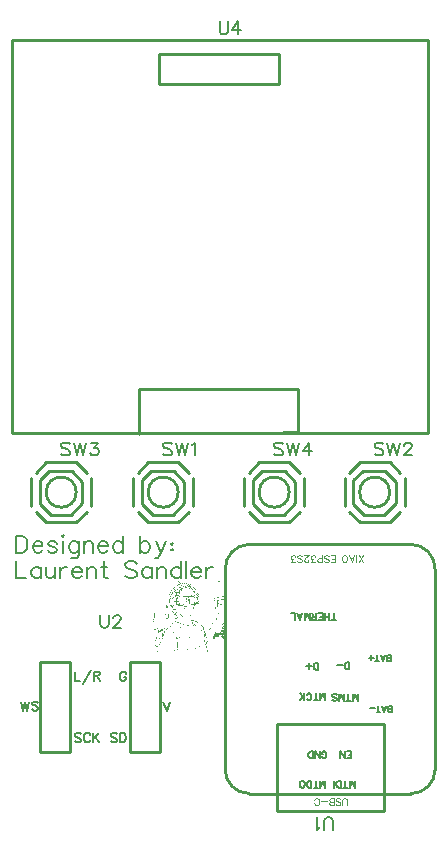
<source format=gto>
G04 Layer: TopSilkscreenLayer*
G04 EasyEDA v6.5.51, 2025-12-08 14:24:17*
G04 98b1bcbd0d5e4b16acd7f0c7b3cc8b20,5c2208001c9440858be6b933671931b3,10*
G04 Gerber Generator version 0.2*
G04 Scale: 100 percent, Rotated: No, Reflected: No *
G04 Dimensions in millimeters *
G04 leading zeros omitted , absolute positions ,4 integer and 5 decimal *
%FSLAX45Y45*%
%MOMM*%

%ADD10C,0.2032*%
%ADD11C,0.1524*%
%ADD12C,0.1500*%
%ADD13C,0.1000*%
%ADD14C,0.1219*%
%ADD15C,0.1270*%
%ADD16C,0.2540*%
%ADD17C,0.0148*%
%ADD18C,0.0099*%

%LPD*%
G36*
X2544419Y2827324D02*
G01*
X2540406Y2827274D01*
X2536393Y2826410D01*
X2532735Y2824988D01*
X2528149Y2822549D01*
X2534158Y2822549D01*
X2534158Y2823210D01*
X2535783Y2824429D01*
X2541066Y2825292D01*
X2544267Y2825343D01*
X2544622Y2824327D01*
X2543708Y2823260D01*
X2540914Y2821990D01*
X2535732Y2821686D01*
X2534158Y2822549D01*
X2528149Y2822549D01*
X2525725Y2820416D01*
X2527350Y2818688D01*
X2531059Y2817622D01*
X2536901Y2818384D01*
X2544622Y2820720D01*
X2548737Y2822803D01*
X2551277Y2824784D01*
X2551074Y2826512D01*
X2548382Y2827324D01*
G37*
G36*
X2199081Y2825699D02*
G01*
X2197811Y2825648D01*
X2195982Y2824683D01*
X2195982Y2823616D01*
X2198217Y2823972D01*
X2200706Y2824988D01*
X2200300Y2825699D01*
G37*
G36*
X2213813Y2825699D02*
G01*
X2212848Y2825038D01*
X2214727Y2824378D01*
X2216353Y2824784D01*
X2216099Y2825496D01*
G37*
G36*
X2218334Y2825343D02*
G01*
X2218334Y2824734D01*
X2220417Y2823006D01*
X2221128Y2823260D01*
X2221382Y2824022D01*
X2219147Y2825343D01*
G37*
G36*
X2202484Y2822600D02*
G01*
X2196846Y2822143D01*
X2192477Y2820974D01*
X2187651Y2818688D01*
X2186736Y2816860D01*
X2186279Y2814370D01*
X2187092Y2814370D01*
X2191156Y2817469D01*
X2195423Y2819450D01*
X2200503Y2820822D01*
X2212136Y2820873D01*
X2216454Y2819704D01*
X2222652Y2817063D01*
X2224328Y2817063D01*
X2224328Y2817672D01*
X2221484Y2819349D01*
X2215438Y2821330D01*
X2209139Y2822295D01*
G37*
G36*
X2273096Y2818384D02*
G01*
X2271979Y2817164D01*
X2271979Y2815386D01*
X2272995Y2814980D01*
X2274671Y2816098D01*
X2274468Y2818231D01*
G37*
G36*
X2257298Y2817723D02*
G01*
X2257298Y2817164D01*
X2259126Y2815437D01*
X2261158Y2814421D01*
X2263597Y2813964D01*
X2265730Y2814472D01*
X2264816Y2815031D01*
X2262682Y2815031D01*
X2260854Y2815742D01*
X2258618Y2817723D01*
G37*
G36*
X2203805Y2817672D02*
G01*
X2201265Y2817164D01*
X2200554Y2816402D01*
X2202484Y2815691D01*
X2207869Y2815285D01*
X2212949Y2815742D01*
X2214118Y2816606D01*
X2212492Y2817520D01*
G37*
G36*
X2195677Y2815742D02*
G01*
X2194153Y2815691D01*
X2190800Y2813761D01*
X2189937Y2812745D01*
X2190292Y2811729D01*
X2192172Y2812135D01*
X2195220Y2813659D01*
X2196084Y2814726D01*
G37*
G36*
X2218334Y2815742D02*
G01*
X2218334Y2814421D01*
X2219807Y2812745D01*
X2221992Y2812745D01*
X2221992Y2813862D01*
X2221179Y2814929D01*
X2219706Y2815742D01*
G37*
G36*
X2198319Y2813050D02*
G01*
X2197862Y2811983D01*
X2199132Y2811068D01*
X2201164Y2811068D01*
X2202129Y2811678D01*
X2200198Y2813050D01*
G37*
G36*
X2256028Y2812389D02*
G01*
X2255723Y2811881D01*
X2256231Y2810560D01*
X2257298Y2809697D01*
X2257958Y2810103D01*
X2257958Y2811576D01*
X2257196Y2812389D01*
G37*
G36*
X2223820Y2811068D02*
G01*
X2205177Y2804820D01*
X2197862Y2801721D01*
X2194610Y2799689D01*
X2194814Y2798622D01*
X2196033Y2798368D01*
X2200249Y2801112D01*
X2203907Y2802382D01*
X2206650Y2802839D01*
X2206650Y2802229D01*
X2204821Y2800553D01*
X2200706Y2798114D01*
X2196998Y2796438D01*
X2194864Y2796438D01*
X2192985Y2798216D01*
X2190343Y2797403D01*
X2185466Y2794152D01*
X2182012Y2790494D01*
X2182012Y2789021D01*
X2184501Y2789377D01*
X2185771Y2789885D01*
X2184908Y2787446D01*
X2185873Y2787446D01*
X2187092Y2788767D01*
X2186686Y2789834D01*
X2187600Y2791663D01*
X2190496Y2794304D01*
X2192629Y2795168D01*
X2193747Y2794762D01*
X2192426Y2793288D01*
X2191664Y2791815D01*
X2191664Y2791104D01*
X2193340Y2791104D01*
X2193340Y2791968D01*
X2195474Y2793390D01*
X2196338Y2793441D01*
X2196338Y2792831D01*
X2194255Y2791104D01*
X2191664Y2791104D01*
X2191664Y2789885D01*
X2192528Y2789123D01*
X2195474Y2790596D01*
X2199487Y2794711D01*
X2202484Y2796692D01*
X2205482Y2798165D01*
X2210866Y2801721D01*
X2220163Y2806801D01*
X2223566Y2809341D01*
X2224633Y2810459D01*
X2224633Y2811068D01*
G37*
G36*
X2261463Y2811068D02*
G01*
X2259990Y2810002D01*
X2259990Y2809087D01*
X2261158Y2809087D01*
X2263292Y2810408D01*
X2263292Y2811068D01*
G37*
G36*
X2273808Y2811018D02*
G01*
X2272639Y2810662D01*
X2272639Y2809697D01*
X2274468Y2808986D01*
X2281478Y2808681D01*
X2280818Y2809341D01*
X2276449Y2810662D01*
G37*
G36*
X2235301Y2810713D02*
G01*
X2235301Y2809544D01*
X2234539Y2808782D01*
X2231796Y2809138D01*
X2225497Y2807106D01*
X2217166Y2802940D01*
X2216962Y2802178D01*
X2221636Y2803093D01*
X2221636Y2802585D01*
X2217978Y2799638D01*
X2218232Y2799384D01*
X2221484Y2801010D01*
X2222601Y2802229D01*
X2222804Y2804261D01*
X2225700Y2804769D01*
X2226310Y2806395D01*
X2227072Y2806395D01*
X2229256Y2804769D01*
X2229561Y2804769D01*
X2229459Y2806852D01*
X2231491Y2807411D01*
X2233930Y2807004D01*
X2236012Y2808122D01*
X2236622Y2809748D01*
X2236266Y2810713D01*
G37*
G36*
X2313076Y2810713D02*
G01*
X2312619Y2810306D01*
X2312619Y2808224D01*
X2313279Y2807258D01*
X2313940Y2809138D01*
X2313533Y2810713D01*
G37*
G36*
X2267762Y2809748D02*
G01*
X2267305Y2809290D01*
X2267305Y2807817D01*
X2268270Y2807004D01*
X2269439Y2807258D01*
X2269642Y2807970D01*
X2268270Y2809748D01*
G37*
G36*
X2246477Y2809646D02*
G01*
X2244242Y2809138D01*
X2243632Y2808224D01*
X2243632Y2806395D01*
X2241042Y2803906D01*
X2229916Y2797251D01*
X2226462Y2794457D01*
X2223516Y2793034D01*
X2219807Y2790545D01*
X2217013Y2789123D01*
X2215997Y2789123D01*
X2215997Y2787904D01*
X2213965Y2784805D01*
X2213965Y2784449D01*
X2216150Y2785567D01*
X2225395Y2792120D01*
X2226665Y2792120D01*
X2226665Y2791460D01*
X2223617Y2787751D01*
X2223922Y2787396D01*
X2228138Y2790698D01*
X2232507Y2793441D01*
X2231440Y2793441D01*
X2229307Y2792730D01*
X2228900Y2793085D01*
X2230170Y2794508D01*
X2242159Y2802585D01*
X2248154Y2807258D01*
X2253792Y2807563D01*
X2253792Y2808528D01*
X2251151Y2809290D01*
G37*
G36*
X2190343Y2808427D02*
G01*
X2190343Y2807766D01*
X2191054Y2805887D01*
X2192426Y2804414D01*
X2193340Y2804414D01*
X2193340Y2805633D01*
X2190953Y2808427D01*
G37*
G36*
X2202637Y2808427D02*
G01*
X2198166Y2807004D01*
X2197303Y2806344D01*
X2197303Y2805430D01*
X2199538Y2805430D01*
X2202637Y2807411D01*
G37*
G36*
X2310485Y2807208D02*
G01*
X2308961Y2805633D01*
X2308961Y2804058D01*
X2309672Y2802737D01*
X2310536Y2802737D01*
X2310841Y2804312D01*
G37*
G36*
X2261819Y2807055D02*
G01*
X2257501Y2805582D01*
X2254300Y2803702D01*
X2254300Y2803144D01*
X2257806Y2804312D01*
X2262327Y2806344D01*
X2262327Y2807055D01*
G37*
G36*
X2291638Y2807055D02*
G01*
X2292045Y2805379D01*
X2293924Y2804414D01*
X2296617Y2804414D01*
X2296617Y2805074D01*
X2293112Y2807055D01*
G37*
G36*
X2281326Y2806750D02*
G01*
X2281326Y2806141D01*
X2283155Y2805887D01*
X2285288Y2806141D01*
X2285288Y2806750D01*
G37*
G36*
X2303272Y2806395D02*
G01*
X2303272Y2805734D01*
X2304389Y2803652D01*
X2307386Y2800451D01*
X2308606Y2800451D01*
X2308606Y2800908D01*
X2307386Y2802940D01*
X2304084Y2806395D01*
G37*
G36*
X2263190Y2804414D02*
G01*
X2264968Y2802534D01*
X2264968Y2802077D01*
X2262479Y2800858D01*
X2252980Y2797759D01*
X2252980Y2796692D01*
X2256891Y2797098D01*
X2263495Y2799181D01*
X2266492Y2800705D01*
X2268067Y2802432D01*
X2266950Y2803652D01*
X2264410Y2804414D01*
G37*
G36*
X2298293Y2804414D02*
G01*
X2297938Y2803448D01*
X2298649Y2802077D01*
X2302256Y2799384D01*
X2302713Y2798013D01*
X2302256Y2791510D01*
X2302916Y2791104D01*
X2306015Y2792323D01*
X2308301Y2794152D01*
X2308301Y2795879D01*
X2306929Y2798064D01*
X2302256Y2802382D01*
X2299208Y2804414D01*
G37*
G36*
X2271471Y2803753D02*
G01*
X2270556Y2803194D01*
X2270810Y2801924D01*
X2273757Y2801721D01*
X2275281Y2802077D01*
X2274925Y2803042D01*
X2272893Y2803753D01*
G37*
G36*
X2226716Y2803093D02*
G01*
X2225954Y2802128D01*
X2226157Y2800959D01*
X2226919Y2800705D01*
X2228748Y2802331D01*
X2228291Y2803093D01*
G37*
G36*
X2260549Y2803093D02*
G01*
X2255469Y2801518D01*
X2251456Y2799486D01*
X2253284Y2799435D01*
X2259126Y2801518D01*
X2260955Y2802432D01*
X2260955Y2803093D01*
G37*
G36*
X2285492Y2803093D02*
G01*
X2279446Y2803042D01*
X2277364Y2802432D01*
X2277160Y2800959D01*
X2272690Y2799740D01*
X2270302Y2796387D01*
X2269134Y2796641D01*
X2269337Y2798470D01*
X2264359Y2797048D01*
X2263562Y2796438D01*
X2267356Y2796438D01*
X2268829Y2795676D01*
X2269286Y2794965D01*
X2269286Y2793796D01*
X2268372Y2793796D01*
X2266645Y2795168D01*
X2266645Y2796438D01*
X2263562Y2796438D01*
X2262632Y2795727D01*
X2262632Y2794558D01*
X2261463Y2793542D01*
X2260498Y2793187D01*
X2269794Y2793085D01*
X2272690Y2792425D01*
X2277110Y2789783D01*
X2280412Y2788818D01*
X2281986Y2789174D01*
X2281986Y2790037D01*
X2280767Y2791104D01*
X2278532Y2791561D01*
X2280005Y2792628D01*
X2279599Y2793746D01*
X2277465Y2795320D01*
X2275332Y2796438D01*
X2274316Y2796438D01*
X2274722Y2793796D01*
X2274112Y2793796D01*
X2272792Y2794711D01*
X2272792Y2797810D01*
X2274366Y2799080D01*
X2277211Y2799080D01*
X2279243Y2799791D01*
X2279599Y2801112D01*
X2281174Y2801112D01*
X2282596Y2799588D01*
X2283307Y2797708D01*
X2283307Y2795828D01*
X2283968Y2794050D01*
X2285034Y2794914D01*
X2284679Y2801416D01*
X2285187Y2801416D01*
X2288133Y2799080D01*
X2289302Y2799080D01*
X2289302Y2801112D01*
X2288032Y2802382D01*
G37*
G36*
X2214727Y2799080D02*
G01*
X2213914Y2798114D01*
X2214168Y2796997D01*
X2214930Y2796743D01*
X2216759Y2798318D01*
X2216302Y2799080D01*
G37*
G36*
X2226767Y2799080D02*
G01*
X2223668Y2797098D01*
X2223668Y2796438D01*
X2224684Y2796438D01*
X2226614Y2797454D01*
X2227326Y2798724D01*
G37*
G36*
X2238806Y2799080D02*
G01*
X2237333Y2798064D01*
X2237333Y2797098D01*
X2238502Y2797098D01*
X2240635Y2798419D01*
X2240635Y2799080D01*
G37*
G36*
X2246833Y2799080D02*
G01*
X2243632Y2797810D01*
X2238806Y2793796D01*
X2248763Y2797759D01*
X2249627Y2798521D01*
X2249627Y2799080D01*
G37*
G36*
X2297785Y2799080D02*
G01*
X2296820Y2798470D01*
X2298700Y2797759D01*
X2300325Y2798165D01*
X2300071Y2798927D01*
G37*
G36*
X2221484Y2798419D02*
G01*
X2218639Y2797048D01*
X2216658Y2795168D01*
X2216658Y2794457D01*
X2218131Y2794457D01*
X2220468Y2795828D01*
X2221992Y2797200D01*
X2221992Y2798419D01*
G37*
G36*
X2288997Y2797759D02*
G01*
X2287981Y2796743D01*
X2287981Y2795270D01*
X2289200Y2792984D01*
X2289962Y2792730D01*
X2289962Y2796286D01*
X2289556Y2797759D01*
G37*
G36*
X2208834Y2796387D02*
G01*
X2205075Y2795219D01*
X2200503Y2792171D01*
X2198217Y2789986D01*
X2198928Y2789732D01*
X2206498Y2793187D01*
X2209495Y2793288D01*
X2209698Y2795270D01*
G37*
G36*
X2291283Y2795117D02*
G01*
X2291283Y2793339D01*
X2293670Y2791104D01*
X2294229Y2791104D01*
X2294636Y2790037D01*
X2293874Y2789123D01*
X2292451Y2789529D01*
X2290267Y2791206D01*
X2289911Y2790850D01*
X2292705Y2787802D01*
X2294026Y2787802D01*
X2296363Y2790088D01*
X2296109Y2792272D01*
X2293823Y2792730D01*
X2291638Y2795117D01*
G37*
G36*
X2311806Y2793746D02*
G01*
X2310130Y2792933D01*
X2308809Y2790494D01*
X2309266Y2790037D01*
X2314143Y2793746D01*
G37*
G36*
X2334310Y2793136D02*
G01*
X2334310Y2789123D01*
X2334920Y2789123D01*
X2335123Y2790952D01*
X2334869Y2793136D01*
G37*
G36*
X2256129Y2792425D02*
G01*
X2252624Y2791460D01*
X2250643Y2790444D01*
X2250643Y2789732D01*
X2253488Y2790190D01*
X2257094Y2791612D01*
X2257348Y2792425D01*
G37*
G36*
X2245156Y2792120D02*
G01*
X2236825Y2788767D01*
X2215489Y2780741D01*
X2211070Y2778150D01*
X2207473Y2775508D01*
X2213152Y2775508D01*
X2213864Y2776677D01*
X2217420Y2779166D01*
X2217674Y2779166D01*
X2217674Y2778506D01*
X2215540Y2776118D01*
X2213610Y2775102D01*
X2213152Y2775508D01*
X2207473Y2775508D01*
X2205837Y2774289D01*
X2203551Y2771698D01*
X2204669Y2771444D01*
X2208174Y2774086D01*
X2210308Y2775153D01*
X2211984Y2775153D01*
X2211984Y2774238D01*
X2207818Y2770479D01*
X2216302Y2774848D01*
X2217318Y2774848D01*
X2217318Y2774238D01*
X2213268Y2770479D01*
X2215845Y2770479D01*
X2218842Y2773222D01*
X2221382Y2775153D01*
X2222093Y2774696D01*
X2220010Y2773019D01*
X2215845Y2770479D01*
X2213268Y2770479D01*
X2206599Y2765196D01*
X2206091Y2765196D01*
X2204008Y2758795D01*
X2204008Y2757220D01*
X2204770Y2757220D01*
X2206955Y2759557D01*
X2206599Y2761488D01*
X2208123Y2764180D01*
X2208631Y2764180D01*
X2208631Y2763164D01*
X2210155Y2763621D01*
X2212492Y2765094D01*
X2215946Y2767838D01*
X2220417Y2772003D01*
X2222296Y2774594D01*
X2222296Y2776169D01*
X2221433Y2776169D01*
X2218283Y2775102D01*
X2218029Y2775356D01*
X2220010Y2778302D01*
X2219299Y2780385D01*
X2221230Y2780436D01*
X2229154Y2783535D01*
X2245766Y2791104D01*
X2246782Y2792120D01*
G37*
G36*
X2265781Y2791104D02*
G01*
X2264867Y2790494D01*
X2267610Y2789682D01*
X2268677Y2788564D01*
X2268220Y2787446D01*
X2266797Y2787091D01*
X2264867Y2787802D01*
X2262936Y2789478D01*
X2258364Y2789478D01*
X2252878Y2788412D01*
X2247595Y2786735D01*
X2239924Y2783484D01*
X2238298Y2783484D01*
X2239060Y2784906D01*
X2236825Y2784500D01*
X2228850Y2780487D01*
X2233015Y2780487D01*
X2233371Y2781452D01*
X2236774Y2783128D01*
X2237638Y2783128D01*
X2237638Y2782468D01*
X2234133Y2780487D01*
X2228850Y2780487D01*
X2224227Y2777337D01*
X2223922Y2776524D01*
X2226157Y2777286D01*
X2230424Y2779877D01*
X2231948Y2780436D01*
X2232304Y2779877D01*
X2230983Y2778201D01*
X2230983Y2777845D01*
X2232050Y2777845D01*
X2242362Y2782519D01*
X2248814Y2784602D01*
X2250135Y2786024D01*
X2250846Y2787243D01*
X2252014Y2786786D01*
X2251557Y2784449D01*
X2252472Y2784500D01*
X2258110Y2787446D01*
X2260142Y2787446D01*
X2262835Y2786227D01*
X2265730Y2783789D01*
X2267000Y2783789D01*
X2271979Y2786532D01*
X2271979Y2787446D01*
X2269794Y2789885D01*
X2267153Y2791104D01*
G37*
G36*
X2285949Y2791104D02*
G01*
X2285949Y2789275D01*
X2287016Y2787802D01*
X2287981Y2787802D01*
X2287981Y2788970D01*
X2286660Y2791104D01*
G37*
G36*
X2306320Y2790799D02*
G01*
X2305151Y2790748D01*
X2302713Y2789732D01*
X2301951Y2788107D01*
X2301951Y2786126D01*
X2301341Y2786126D01*
X2299919Y2788107D01*
X2299360Y2788107D01*
X2298903Y2785110D01*
X2297074Y2787294D01*
X2295347Y2786481D01*
X2295144Y2784348D01*
X2294026Y2783687D01*
X2288692Y2784551D01*
X2287981Y2784094D01*
X2287981Y2782519D01*
X2289556Y2780639D01*
X2292908Y2780741D01*
X2298344Y2783078D01*
X2302052Y2785313D01*
X2306320Y2789326D01*
G37*
G36*
X2179167Y2789783D02*
G01*
X2176983Y2788615D01*
X2172970Y2785364D01*
X2173224Y2784652D01*
X2174748Y2784398D01*
X2176678Y2785211D01*
X2176678Y2786024D01*
X2177897Y2787142D01*
X2179523Y2787142D01*
X2180742Y2788005D01*
X2180488Y2789631D01*
G37*
G36*
X2205075Y2789478D02*
G01*
X2198014Y2785872D01*
X2190140Y2780741D01*
X2184146Y2776220D01*
X2182571Y2774492D01*
X2183180Y2774492D01*
X2190851Y2778912D01*
X2197506Y2783230D01*
X2200148Y2784144D01*
X2201570Y2783789D01*
X2201265Y2785008D01*
X2203145Y2786938D01*
X2206142Y2789428D01*
G37*
G36*
X2243734Y2788513D02*
G01*
X2242362Y2786735D01*
X2242718Y2785821D01*
X2243886Y2785821D01*
X2244699Y2786786D01*
X2244496Y2788259D01*
G37*
G36*
X2194153Y2788107D02*
G01*
X2190445Y2785973D01*
X2189327Y2785059D01*
X2189327Y2784449D01*
X2190800Y2784449D01*
X2193594Y2785821D01*
X2195372Y2788107D01*
G37*
G36*
X2213254Y2788107D02*
G01*
X2210511Y2787345D01*
X2204110Y2780995D01*
X2201976Y2777693D01*
X2201976Y2776474D01*
X2202789Y2776474D01*
X2210409Y2784297D01*
X2213711Y2788107D01*
G37*
G36*
X2273960Y2788107D02*
G01*
X2273960Y2786430D01*
X2272995Y2784500D01*
X2271826Y2783789D01*
X2275535Y2784195D01*
X2276754Y2783535D01*
X2272639Y2779369D01*
X2272639Y2778506D01*
X2274316Y2778506D01*
X2276805Y2780690D01*
X2278430Y2781808D01*
X2278989Y2781808D01*
X2278837Y2779217D01*
X2279700Y2778150D01*
X2281682Y2778150D01*
X2283815Y2777083D01*
X2285746Y2775305D01*
X2286050Y2776169D01*
X2287066Y2777185D01*
X2291486Y2776778D01*
X2292756Y2777744D01*
X2291892Y2778810D01*
X2285288Y2779826D01*
X2281631Y2781452D01*
X2277872Y2783941D01*
X2274570Y2788107D01*
G37*
G36*
X2278634Y2787142D02*
G01*
X2278634Y2786126D01*
X2282444Y2783128D01*
X2284730Y2782519D01*
X2285288Y2782874D01*
X2285288Y2783687D01*
X2283815Y2785110D01*
X2279446Y2787142D01*
G37*
G36*
X2559964Y2787142D02*
G01*
X2559151Y2786176D01*
X2559405Y2785008D01*
X2560167Y2784754D01*
X2561996Y2786380D01*
X2561539Y2787142D01*
G37*
G36*
X2186381Y2785821D02*
G01*
X2185009Y2784094D01*
X2185416Y2783128D01*
X2186584Y2783128D01*
X2187397Y2784094D01*
X2187143Y2785567D01*
G37*
G36*
X2258720Y2784805D02*
G01*
X2258364Y2783484D01*
X2250744Y2779877D01*
X2249678Y2778353D01*
X2246579Y2779877D01*
X2241804Y2779572D01*
X2237943Y2778099D01*
X2235708Y2776169D01*
X2235403Y2774492D01*
X2235962Y2774137D01*
X2238806Y2775762D01*
X2243429Y2777185D01*
X2248306Y2777591D01*
X2248306Y2776982D01*
X2247239Y2775458D01*
X2247646Y2775051D01*
X2248814Y2776067D01*
X2251506Y2777439D01*
X2260295Y2779826D01*
X2260295Y2780334D01*
X2258466Y2781046D01*
X2264359Y2782417D01*
X2264613Y2782671D01*
X2259685Y2784805D01*
G37*
G36*
X2304745Y2784449D02*
G01*
X2301849Y2782366D01*
X2295804Y2776270D01*
X2293874Y2773476D01*
X2294280Y2773070D01*
X2298090Y2776016D01*
X2304948Y2783535D01*
X2304948Y2784449D01*
G37*
G36*
X2170785Y2784144D02*
G01*
X2166823Y2781757D01*
X2159254Y2776321D01*
X2157323Y2774035D01*
X2157323Y2771749D01*
X2158492Y2771749D01*
X2163826Y2776982D01*
X2168093Y2779826D01*
X2168398Y2779522D01*
X2167940Y2778150D01*
X2163064Y2773680D01*
X2159355Y2771444D01*
X2158492Y2771749D01*
X2157323Y2771749D01*
X2157323Y2769616D01*
X2155952Y2767838D01*
X2154275Y2767838D01*
X2155088Y2770835D01*
X2154377Y2770835D01*
X2151989Y2768600D01*
X2151989Y2766517D01*
X2148890Y2763977D01*
X2148840Y2761132D01*
X2149957Y2760421D01*
X2151430Y2761691D01*
X2152599Y2764434D01*
X2154123Y2765856D01*
X2155342Y2765856D01*
X2158492Y2767431D01*
X2162556Y2770428D01*
X2167128Y2774645D01*
X2170023Y2778556D01*
X2170023Y2780639D01*
X2170531Y2781503D01*
X2172004Y2779826D01*
X2174494Y2780842D01*
X2175459Y2781808D01*
X2174189Y2783230D01*
X2172360Y2784144D01*
G37*
G36*
X2308453Y2784144D02*
G01*
X2307082Y2782976D01*
X2301392Y2776270D01*
X2297785Y2773070D01*
X2291943Y2769158D01*
X2291943Y2768498D01*
X2292807Y2768498D01*
X2296109Y2770124D01*
X2301036Y2773578D01*
X2305558Y2777998D01*
X2308961Y2783230D01*
X2308961Y2784144D01*
G37*
G36*
X2334412Y2782824D02*
G01*
X2333955Y2782366D01*
X2333955Y2780334D01*
X2334564Y2779318D01*
X2335276Y2781198D01*
X2334869Y2782824D01*
G37*
G36*
X2182825Y2782417D02*
G01*
X2180844Y2781706D01*
X2175560Y2778658D01*
X2172919Y2776118D01*
X2173630Y2775407D01*
X2176475Y2776880D01*
X2183028Y2781249D01*
X2183384Y2781858D01*
G37*
G36*
X2312314Y2781808D02*
G01*
X2310231Y2778760D01*
X2307691Y2773324D01*
X2307234Y2771851D01*
X2307945Y2771851D01*
X2311247Y2776321D01*
X2314041Y2781096D01*
X2313584Y2781808D01*
G37*
G36*
X2320290Y2781808D02*
G01*
X2319832Y2780741D01*
X2320544Y2779674D01*
X2322271Y2779064D01*
X2323287Y2779877D01*
X2323287Y2781147D01*
X2322017Y2781808D01*
G37*
G36*
X2269388Y2780487D02*
G01*
X2268575Y2779522D01*
X2268829Y2778404D01*
X2269947Y2777642D01*
X2271115Y2778404D01*
X2271369Y2779522D01*
X2270556Y2780487D01*
G37*
G36*
X2317089Y2779166D02*
G01*
X2316632Y2778709D01*
X2316632Y2777236D01*
X2317597Y2776423D01*
X2318715Y2776677D01*
X2318969Y2777388D01*
X2317597Y2779166D01*
G37*
G36*
X2325420Y2779166D02*
G01*
X2323947Y2778099D01*
X2323947Y2776778D01*
X2326589Y2776169D01*
X2328214Y2774391D01*
X2331618Y2774086D01*
X2331618Y2774797D01*
X2329434Y2777286D01*
X2326487Y2779166D01*
G37*
G36*
X2256637Y2777236D02*
G01*
X2256637Y2776575D01*
X2257856Y2775508D01*
X2260295Y2774492D01*
X2261311Y2774899D01*
X2261311Y2775712D01*
X2259990Y2776931D01*
G37*
G36*
X2265629Y2776474D02*
G01*
X2265629Y2775254D01*
X2268728Y2771851D01*
X2269744Y2771851D01*
X2272334Y2774492D01*
X2272131Y2776321D01*
X2270810Y2776118D01*
X2269083Y2774188D01*
X2268626Y2774188D01*
X2268626Y2775407D01*
X2267407Y2776474D01*
G37*
G36*
X2288946Y2775813D02*
G01*
X2288540Y2774848D01*
X2289657Y2773121D01*
X2291791Y2773324D01*
X2292045Y2774543D01*
X2290876Y2775813D01*
G37*
G36*
X2281072Y2775153D02*
G01*
X2280615Y2774696D01*
X2280615Y2773527D01*
X2282139Y2772511D01*
X2285644Y2772511D01*
X2285644Y2773070D01*
X2284476Y2774086D01*
X2282342Y2775153D01*
G37*
G36*
X2312466Y2775153D02*
G01*
X2311501Y2774543D01*
X2313330Y2773832D01*
X2315006Y2774238D01*
X2314752Y2775000D01*
G37*
G36*
X2231745Y2774848D02*
G01*
X2215572Y2763824D01*
X2220010Y2763824D01*
X2220010Y2764383D01*
X2221839Y2766110D01*
X2229459Y2771190D01*
X2232964Y2769768D01*
X2232964Y2769158D01*
X2227986Y2764332D01*
X2227986Y2762300D01*
X2226767Y2761945D01*
X2222855Y2762554D01*
X2220010Y2763824D01*
X2215572Y2763824D01*
X2211171Y2760726D01*
X2207768Y2757373D01*
X2207412Y2755544D01*
X2207971Y2755188D01*
X2210155Y2757932D01*
X2215235Y2761742D01*
X2218334Y2763266D01*
X2218791Y2762808D01*
X2207971Y2752394D01*
X2207971Y2750210D01*
X2203399Y2745587D01*
X2200097Y2740761D01*
X2195423Y2732684D01*
X2191715Y2724454D01*
X2191258Y2722168D01*
X2192274Y2723032D01*
X2197049Y2731008D01*
X2197303Y2730754D01*
X2194102Y2721152D01*
X2191613Y2714498D01*
X2188718Y2708503D01*
X2188006Y2704642D01*
X2185009Y2698038D01*
X2183993Y2694228D01*
X2184400Y2693009D01*
X2185517Y2693212D01*
X2187295Y2696565D01*
X2193086Y2713482D01*
X2198420Y2727807D01*
X2203602Y2740101D01*
X2204720Y2744571D01*
X2205177Y2744317D01*
X2206752Y2740914D01*
X2207310Y2740914D01*
X2207310Y2743758D01*
X2207717Y2745232D01*
X2208479Y2745282D01*
X2209393Y2745841D01*
X2209952Y2749194D01*
X2211070Y2751582D01*
X2211578Y2751582D01*
X2212035Y2749804D01*
X2211984Y2740253D01*
X2212594Y2740253D01*
X2215337Y2745638D01*
X2215337Y2746908D01*
X2212644Y2746502D01*
X2212644Y2747467D01*
X2214727Y2750058D01*
X2214270Y2753918D01*
X2215692Y2756814D01*
X2218385Y2759252D01*
X2221839Y2760878D01*
X2227935Y2760878D01*
X2230069Y2762656D01*
X2234692Y2768803D01*
X2237181Y2770784D01*
X2238959Y2771241D01*
X2238959Y2770530D01*
X2236978Y2769057D01*
X2236978Y2768498D01*
X2239060Y2769362D01*
X2239822Y2771648D01*
X2242312Y2773273D01*
X2242058Y2773578D01*
X2232202Y2771140D01*
X2231542Y2771800D01*
X2232304Y2774848D01*
G37*
G36*
X2179726Y2773883D02*
G01*
X2178354Y2772156D01*
X2178761Y2771190D01*
X2179929Y2771190D01*
X2180691Y2772156D01*
X2180488Y2773629D01*
G37*
G36*
X2251811Y2773832D02*
G01*
X2247798Y2773781D01*
X2245969Y2773121D01*
X2246223Y2772359D01*
X2250795Y2772410D01*
X2252776Y2773222D01*
G37*
G36*
X2319121Y2773781D02*
G01*
X2317953Y2773476D01*
X2317953Y2772918D01*
X2318969Y2772105D01*
X2322220Y2772105D01*
X2324100Y2773019D01*
X2324150Y2773680D01*
G37*
G36*
X2183688Y2772511D02*
G01*
X2180640Y2768955D01*
X2180640Y2768498D01*
X2181809Y2769108D01*
X2184654Y2771749D01*
X2184654Y2772511D01*
G37*
G36*
X2169515Y2772156D02*
G01*
X2164842Y2769768D01*
X2161489Y2767380D01*
X2156104Y2762910D01*
X2150719Y2757576D01*
X2148941Y2754884D01*
X2149348Y2753309D01*
X2150668Y2753664D01*
X2152040Y2755341D01*
X2151989Y2757881D01*
X2153107Y2757881D01*
X2156510Y2760522D01*
X2163470Y2767533D01*
X2168398Y2769870D01*
X2170684Y2771597D01*
X2170684Y2772156D01*
G37*
G36*
X2273300Y2772156D02*
G01*
X2273300Y2771546D01*
X2275128Y2771343D01*
X2277313Y2771597D01*
X2277313Y2772156D01*
G37*
G36*
X2338628Y2772156D02*
G01*
X2338628Y2771546D01*
X2340457Y2771343D01*
X2342642Y2771597D01*
X2342642Y2772156D01*
G37*
G36*
X2351328Y2771851D02*
G01*
X2349906Y2770378D01*
X2348941Y2767025D01*
X2347620Y2755036D01*
X2348230Y2756103D01*
X2350363Y2764383D01*
X2350719Y2769514D01*
X2352598Y2770886D01*
X2352598Y2771851D01*
G37*
G36*
X2188159Y2771292D02*
G01*
X2185568Y2769006D01*
X2184654Y2766872D01*
X2184654Y2765145D01*
X2183638Y2763215D01*
X2181809Y2762250D01*
X2183028Y2761792D01*
X2184958Y2762605D01*
X2186330Y2764942D01*
X2189988Y2764485D01*
X2189988Y2764891D01*
X2188311Y2767126D01*
X2187752Y2769057D01*
X2188362Y2770174D01*
G37*
G36*
X2191816Y2771190D02*
G01*
X2190242Y2769514D01*
X2191004Y2767838D01*
X2192223Y2767838D01*
X2193391Y2769108D01*
X2193137Y2770987D01*
G37*
G36*
X2302205Y2771190D02*
G01*
X2301443Y2771140D01*
X2297938Y2768904D01*
X2290622Y2766415D01*
X2290622Y2765653D01*
X2292350Y2764840D01*
X2294534Y2764840D01*
X2295804Y2766263D01*
X2298141Y2767431D01*
X2301900Y2768498D01*
X2303373Y2769717D01*
X2302916Y2771190D01*
G37*
G36*
X2176170Y2771140D02*
G01*
X2173986Y2770225D01*
X2170836Y2768041D01*
X2161844Y2760319D01*
X2154428Y2753309D01*
X2151583Y2751226D01*
X2150008Y2751226D01*
X2150465Y2749397D01*
X2150516Y2748076D01*
X2148027Y2747670D01*
X2146909Y2746756D01*
X2145030Y2744165D01*
X2145030Y2743200D01*
X2148027Y2745333D01*
X2149754Y2744571D01*
X2152599Y2746248D01*
X2154732Y2749397D01*
X2154428Y2752140D01*
X2156256Y2752547D01*
X2161184Y2756408D01*
X2168499Y2763266D01*
X2173478Y2767584D01*
X2176322Y2769209D01*
X2176729Y2770581D01*
G37*
G36*
X2200706Y2769819D02*
G01*
X2196388Y2765044D01*
X2192832Y2760726D01*
X2189683Y2759202D01*
X2186432Y2755188D01*
X2183638Y2749245D01*
X2183841Y2747416D01*
X2186381Y2749956D01*
X2188057Y2753309D01*
X2187702Y2754223D01*
X2191156Y2756814D01*
X2195880Y2761691D01*
X2199995Y2766923D01*
X2201316Y2769463D01*
X2201316Y2769819D01*
G37*
G36*
X2229713Y2769819D02*
G01*
X2226310Y2767177D01*
X2223668Y2763824D01*
X2223668Y2763215D01*
X2224328Y2763215D01*
X2230323Y2769006D01*
X2230323Y2769819D01*
G37*
G36*
X2342388Y2769819D02*
G01*
X2340508Y2767838D01*
X2338222Y2767431D01*
X2332482Y2768193D01*
X2331872Y2767584D01*
X2333904Y2766517D01*
X2338120Y2765552D01*
X2341219Y2765501D01*
X2342642Y2766720D01*
X2343048Y2769412D01*
G37*
G36*
X2307132Y2769768D02*
G01*
X2305659Y2769209D01*
X2304542Y2766822D01*
X2303170Y2765856D01*
X2301798Y2765856D01*
X2299614Y2764536D01*
X2299614Y2763520D01*
X2304643Y2763977D01*
X2304643Y2762961D01*
X2302916Y2761234D01*
X2303322Y2759913D01*
X2306726Y2756865D01*
X2307031Y2757170D01*
X2304948Y2759964D01*
X2304948Y2761234D01*
X2305913Y2761589D01*
X2308453Y2760218D01*
X2310130Y2759049D01*
X2307590Y2762351D01*
X2305964Y2765704D01*
X2305964Y2767025D01*
X2306523Y2767888D01*
X2309215Y2766517D01*
X2310688Y2764485D01*
X2310434Y2762554D01*
X2310892Y2762554D01*
X2312720Y2764688D01*
X2313381Y2766212D01*
X2312111Y2767584D01*
X2308809Y2769260D01*
G37*
G36*
X2344978Y2768650D02*
G01*
X2344674Y2767685D01*
X2344318Y2764129D01*
X2341880Y2758694D01*
X2341524Y2757220D01*
X2342642Y2757220D01*
X2344877Y2758135D01*
X2345639Y2760319D01*
X2345588Y2767685D01*
G37*
G36*
X2322423Y2768498D02*
G01*
X2320188Y2766212D01*
X2316734Y2765501D01*
X2313940Y2763113D01*
X2311958Y2760268D01*
X2311958Y2759202D01*
X2312466Y2759202D01*
X2315768Y2761945D01*
X2317343Y2762554D01*
X2322118Y2762504D01*
X2325725Y2761589D01*
X2328418Y2759405D01*
X2330145Y2759557D01*
X2335631Y2762300D01*
X2336647Y2761894D01*
X2335885Y2760370D01*
X2334514Y2758897D01*
X2334869Y2758490D01*
X2339136Y2761691D01*
X2339340Y2763012D01*
X2338171Y2763875D01*
X2335631Y2763875D01*
X2330551Y2761183D01*
X2331008Y2763926D01*
X2328011Y2763520D01*
X2326640Y2764942D01*
X2320950Y2764536D01*
X2320950Y2765094D01*
X2322931Y2767685D01*
X2322982Y2768498D01*
G37*
G36*
X2176678Y2766872D02*
G01*
X2170176Y2761640D01*
X2166620Y2758440D01*
X2166924Y2758186D01*
X2169820Y2759608D01*
X2174951Y2762910D01*
X2177643Y2765856D01*
X2177643Y2766872D01*
G37*
G36*
X2352344Y2764536D02*
G01*
X2351481Y2763469D01*
X2351227Y2759202D01*
X2351633Y2758135D01*
X2353005Y2759354D01*
X2354275Y2761843D01*
X2354275Y2763723D01*
X2353462Y2764536D01*
G37*
G36*
X2261616Y2763875D02*
G01*
X2261209Y2762808D01*
X2262479Y2761538D01*
X2265629Y2761132D01*
X2266086Y2762300D01*
X2264257Y2763875D01*
G37*
G36*
X2202840Y2762504D02*
G01*
X2201468Y2761792D01*
X2199944Y2760065D01*
X2195372Y2753410D01*
X2192477Y2749651D01*
X2187956Y2744419D01*
X2185822Y2740761D01*
X2183536Y2735783D01*
X2180539Y2730652D01*
X2178710Y2728874D01*
X2177999Y2729331D01*
X2177999Y2731363D01*
X2176881Y2730449D01*
X2175967Y2728214D01*
X2177592Y2725013D01*
X2177237Y2723489D01*
X2182215Y2729941D01*
X2191156Y2743047D01*
X2193848Y2745689D01*
X2195220Y2749092D01*
X2197150Y2749092D01*
X2197557Y2752394D01*
X2198624Y2754477D01*
X2201926Y2758744D01*
X2203043Y2760929D01*
G37*
G36*
X2146401Y2761538D02*
G01*
X2143912Y2758795D01*
X2139797Y2752394D01*
X2135428Y2744774D01*
X2130094Y2734106D01*
X2125268Y2723489D01*
X2122424Y2716479D01*
X2120696Y2709824D01*
X2119934Y2704338D01*
X2120239Y2700731D01*
X2121458Y2699410D01*
X2121052Y2695244D01*
X2119680Y2690876D01*
X2119680Y2688996D01*
X2121662Y2689809D01*
X2119884Y2685897D01*
X2119579Y2679852D01*
X2120392Y2671978D01*
X2120950Y2652014D01*
X2122119Y2647340D01*
X2123592Y2644038D01*
X2126640Y2639568D01*
X2127351Y2636164D01*
X2127351Y2634386D01*
X2128012Y2632100D01*
X2129942Y2630068D01*
X2130704Y2627833D01*
X2130704Y2624074D01*
X2129637Y2622550D01*
X2130450Y2620518D01*
X2133752Y2617266D01*
X2135733Y2616860D01*
X2138781Y2613761D01*
X2142693Y2608529D01*
X2144420Y2605633D01*
X2145030Y2602788D01*
X2148636Y2595270D01*
X2152142Y2589530D01*
X2155545Y2586024D01*
X2157222Y2586024D01*
X2157984Y2586837D01*
X2157984Y2588666D01*
X2157374Y2588666D01*
X2156053Y2586990D01*
X2155291Y2587396D01*
X2153716Y2591054D01*
X2151684Y2592171D01*
X2152040Y2595168D01*
X2150313Y2596692D01*
X2149094Y2599486D01*
X2146960Y2606344D01*
X2144420Y2612186D01*
X2141423Y2616809D01*
X2138375Y2619298D01*
X2139035Y2620975D01*
X2143810Y2627884D01*
X2147976Y2613660D01*
X2150059Y2608630D01*
X2152142Y2607005D01*
X2151329Y2604414D01*
X2151329Y2603906D01*
X2153412Y2604363D01*
X2158847Y2598674D01*
X2161438Y2597810D01*
X2161946Y2596845D01*
X2162505Y2594864D01*
X2165248Y2592933D01*
X2169922Y2592679D01*
X2171852Y2591968D01*
X2173732Y2590190D01*
X2175662Y2586329D01*
X2176068Y2583332D01*
X2174900Y2582062D01*
X2175611Y2579522D01*
X2180285Y2569565D01*
X2182469Y2563571D01*
X2182469Y2556002D01*
X2184196Y2558084D01*
X2184654Y2558084D01*
X2184654Y2554935D01*
X2185619Y2548636D01*
X2185416Y2548432D01*
X2184349Y2551074D01*
X2183587Y2551531D01*
X2182977Y2550617D01*
X2181555Y2545994D01*
X2180258Y2543251D01*
X2183638Y2543251D01*
X2183638Y2544165D01*
X2184704Y2546197D01*
X2185517Y2545943D01*
X2185720Y2543251D01*
X2184654Y2542387D01*
X2183638Y2543251D01*
X2180234Y2543200D01*
X2178913Y2540050D01*
X2181199Y2540050D01*
X2181656Y2541168D01*
X2183231Y2541168D01*
X2184755Y2539949D01*
X2183993Y2538476D01*
X2183028Y2538476D01*
X2181199Y2540050D01*
X2178913Y2540050D01*
X2178913Y2538730D01*
X2180082Y2538120D01*
X2179624Y2535834D01*
X2181148Y2535834D01*
X2183841Y2537256D01*
X2187803Y2540508D01*
X2188667Y2540508D01*
X2188667Y2540101D01*
X2187702Y2538222D01*
X2184146Y2535224D01*
X2180285Y2533192D01*
X2178354Y2533192D01*
X2178354Y2532532D01*
X2180285Y2531160D01*
X2182368Y2530754D01*
X2183942Y2532430D01*
X2186990Y2532075D01*
X2187702Y2534107D01*
X2188768Y2534513D01*
X2189632Y2533751D01*
X2190089Y2531465D01*
X2189276Y2525369D01*
X2187651Y2519730D01*
X2183638Y2509621D01*
X2183638Y2508250D01*
X2184044Y2508250D01*
X2186635Y2510282D01*
X2188057Y2512314D01*
X2189175Y2515362D01*
X2191156Y2516428D01*
X2191562Y2519019D01*
X2193645Y2520746D01*
X2193645Y2522880D01*
X2191359Y2534361D01*
X2190292Y2541676D01*
X2188565Y2550617D01*
X2185060Y2564587D01*
X2181352Y2577236D01*
X2177034Y2589784D01*
X2175611Y2593340D01*
X2173274Y2595270D01*
X2167839Y2596743D01*
X2162962Y2599080D01*
X2157679Y2604058D01*
X2153818Y2609850D01*
X2150414Y2616758D01*
X2147366Y2626410D01*
X2144115Y2632710D01*
X2143353Y2632964D01*
X2143353Y2632100D01*
X2140305Y2625852D01*
X2134920Y2620264D01*
X2134108Y2620264D01*
X2133701Y2622753D01*
X2133701Y2626004D01*
X2136343Y2628493D01*
X2136343Y2629814D01*
X2135276Y2630728D01*
X2130501Y2631744D01*
X2130044Y2635859D01*
X2128621Y2640990D01*
X2126640Y2646222D01*
X2125167Y2647188D01*
X2125370Y2657754D01*
X2124354Y2658770D01*
X2123744Y2665628D01*
X2123338Y2684576D01*
X2123236Y2709824D01*
X2124354Y2716276D01*
X2125726Y2719933D01*
X2126792Y2720340D01*
X2128926Y2719933D01*
X2130704Y2721457D01*
X2131110Y2724607D01*
X2130653Y2726283D01*
X2128672Y2726283D01*
X2129383Y2728061D01*
X2133955Y2735122D01*
X2135682Y2738932D01*
X2135682Y2741523D01*
X2137765Y2741422D01*
X2138527Y2744470D01*
X2140102Y2746756D01*
X2147468Y2754223D01*
X2146757Y2754985D01*
X2144318Y2754172D01*
X2143912Y2754528D01*
X2148027Y2758795D01*
X2148027Y2760472D01*
X2147620Y2761538D01*
G37*
G36*
X2319629Y2761538D02*
G01*
X2320036Y2759811D01*
X2319121Y2759202D01*
X2316886Y2759202D01*
X2314702Y2758135D01*
X2314295Y2757220D01*
X2314702Y2756204D01*
X2315921Y2755544D01*
X2317445Y2757576D01*
X2320950Y2758084D01*
X2321966Y2758948D01*
X2321966Y2759913D01*
X2320340Y2761538D01*
G37*
G36*
X2353970Y2760726D02*
G01*
X2353970Y2758998D01*
X2352700Y2754223D01*
X2353310Y2754223D01*
X2354935Y2757728D01*
X2354935Y2759405D01*
G37*
G36*
X2358745Y2760573D02*
G01*
X2358034Y2759710D01*
X2356256Y2756154D01*
X2356154Y2753614D01*
X2357018Y2752547D01*
X2358491Y2752547D01*
X2359609Y2753766D01*
X2360066Y2756001D01*
X2358593Y2755595D01*
X2358237Y2756204D01*
X2359253Y2760014D01*
G37*
G36*
X2173376Y2759862D02*
G01*
X2171954Y2758389D01*
X2170277Y2755544D01*
X2170582Y2755188D01*
X2173986Y2758846D01*
X2173986Y2759862D01*
G37*
G36*
X2223465Y2759202D02*
G01*
X2222601Y2758643D01*
X2222804Y2757373D01*
X2224379Y2757170D01*
X2227326Y2758287D01*
X2227326Y2758795D01*
X2226259Y2759202D01*
G37*
G36*
X2182063Y2758897D02*
G01*
X2180488Y2758846D01*
X2176373Y2756865D01*
X2173579Y2753715D01*
X2171242Y2750058D01*
X2168956Y2747264D01*
X2166620Y2745892D01*
X2167077Y2742387D01*
X2164740Y2742641D01*
X2163368Y2740914D01*
X2162352Y2736291D01*
X2162352Y2732938D01*
X2163267Y2730703D01*
X2164029Y2730246D01*
X2165654Y2731312D01*
X2165654Y2732227D01*
X2164232Y2732430D01*
X2163673Y2734462D01*
X2164080Y2737815D01*
X2164486Y2738424D01*
X2166264Y2739237D01*
X2170176Y2745282D01*
X2173986Y2750464D01*
X2176424Y2752293D01*
X2173986Y2748838D01*
X2173986Y2747568D01*
X2175256Y2748229D01*
X2176983Y2750261D01*
X2177440Y2751988D01*
X2176729Y2754223D01*
X2177897Y2755646D01*
X2179269Y2754884D01*
X2181301Y2752852D01*
X2182723Y2753614D01*
X2183079Y2754579D01*
X2182723Y2754934D01*
X2181250Y2754172D01*
X2180894Y2754528D01*
G37*
G36*
X2219604Y2757525D02*
G01*
X2217978Y2755900D01*
X2217978Y2754223D01*
X2218436Y2754223D01*
X2220417Y2756052D01*
X2220061Y2749092D01*
X2218588Y2745181D01*
X2213000Y2736900D01*
X2213000Y2735580D01*
X2214168Y2736240D01*
X2216556Y2738780D01*
X2220620Y2744063D01*
X2221382Y2746095D01*
X2221738Y2754782D01*
X2220976Y2757119D01*
G37*
G36*
X2344115Y2756611D02*
G01*
X2336596Y2750718D01*
X2340813Y2750261D01*
X2343200Y2750921D01*
X2343556Y2752242D01*
X2345385Y2751785D01*
X2344928Y2754579D01*
G37*
G36*
X2310333Y2756560D02*
G01*
X2309876Y2755849D01*
X2310282Y2754223D01*
X2312212Y2753258D01*
X2315311Y2749804D01*
X2322372Y2739593D01*
X2322982Y2739237D01*
X2322931Y2740101D01*
X2321356Y2743454D01*
X2318512Y2748076D01*
X2314346Y2753766D01*
X2311298Y2756560D01*
G37*
G36*
X2338273Y2756560D02*
G01*
X2336444Y2756509D01*
X2329027Y2753207D01*
X2325268Y2753207D01*
X2327097Y2749804D01*
X2327910Y2749499D01*
X2329434Y2750566D01*
X2331821Y2750159D01*
X2334310Y2751175D01*
X2336546Y2752902D01*
X2338273Y2755442D01*
G37*
G36*
X2318359Y2755392D02*
G01*
X2317902Y2754223D01*
X2319020Y2751226D01*
X2325065Y2742793D01*
X2329129Y2736189D01*
X2329738Y2736088D01*
X2330348Y2738424D01*
X2331161Y2739288D01*
X2332329Y2738831D01*
X2330958Y2734106D01*
X2330706Y2730398D01*
X2332228Y2730398D01*
X2332634Y2733395D01*
X2334260Y2736951D01*
X2334818Y2736951D01*
X2335631Y2736138D01*
X2335631Y2733598D01*
X2334361Y2731109D01*
X2332990Y2729890D01*
X2332228Y2730398D01*
X2330706Y2730398D01*
X2330551Y2728112D01*
X2329942Y2726029D01*
X2328976Y2725674D01*
X2328976Y2724962D01*
X2330602Y2723286D01*
X2332278Y2723286D01*
X2332278Y2725013D01*
X2333904Y2728112D01*
X2337562Y2732989D01*
X2338425Y2735021D01*
X2337612Y2736240D01*
X2337612Y2737459D01*
X2340203Y2742793D01*
X2340660Y2744266D01*
X2340051Y2744266D01*
X2337257Y2740609D01*
X2335174Y2739542D01*
X2331720Y2740304D01*
X2328773Y2742184D01*
X2326792Y2744317D01*
X2326792Y2747060D01*
X2323947Y2747568D01*
X2324404Y2749956D01*
X2322423Y2749550D01*
X2320848Y2750108D01*
X2322779Y2751886D01*
X2323287Y2751886D01*
X2323287Y2752547D01*
X2321255Y2752547D01*
X2319324Y2753563D01*
G37*
G36*
X2163927Y2755239D02*
G01*
X2159965Y2751074D01*
X2159254Y2749753D01*
X2164689Y2754274D01*
X2164689Y2755239D01*
G37*
G36*
X2204974Y2754579D02*
G01*
X2201672Y2751175D01*
X2199741Y2748381D01*
X2198014Y2744927D01*
X2198014Y2743911D01*
X2198674Y2743911D01*
X2200808Y2747010D01*
X2204008Y2751074D01*
X2205990Y2753969D01*
X2205634Y2754579D01*
G37*
G36*
X2228799Y2753817D02*
G01*
X2227275Y2753207D01*
X2224278Y2751074D01*
X2223262Y2749194D01*
X2223617Y2748838D01*
X2225243Y2749245D01*
X2228646Y2752293D01*
X2229307Y2753512D01*
G37*
G36*
X2351633Y2752547D02*
G01*
X2350109Y2752496D01*
X2348585Y2751886D01*
X2348788Y2750718D01*
X2351430Y2750820D01*
X2354122Y2751937D01*
X2353106Y2752547D01*
G37*
G36*
X2356916Y2749905D02*
G01*
X2357323Y2747924D01*
X2355951Y2746552D01*
X2354275Y2746552D01*
X2353614Y2748229D01*
X2352040Y2748635D01*
X2350211Y2748381D01*
X2353564Y2744063D01*
X2354224Y2741168D01*
X2354884Y2740507D01*
X2355951Y2740914D01*
X2355494Y2744368D01*
X2357475Y2743911D01*
X2360726Y2743504D01*
X2360168Y2745435D01*
X2360117Y2746654D01*
X2361692Y2747568D01*
X2360777Y2748686D01*
X2358136Y2749905D01*
G37*
G36*
X2340051Y2748584D02*
G01*
X2339238Y2747619D01*
X2339441Y2746451D01*
X2340203Y2746197D01*
X2342083Y2747822D01*
X2341575Y2748584D01*
G37*
G36*
X2336647Y2747924D02*
G01*
X2335479Y2747873D01*
X2333142Y2746654D01*
X2331516Y2744927D01*
X2331923Y2744520D01*
X2333904Y2744978D01*
X2336647Y2746908D01*
G37*
G36*
X2156612Y2746552D02*
G01*
X2153361Y2743200D01*
X2153361Y2741930D01*
X2154174Y2741930D01*
X2156612Y2743555D01*
X2158034Y2745892D01*
X2157628Y2746552D01*
G37*
G36*
X2173122Y2745892D02*
G01*
X2171750Y2744419D01*
X2169617Y2741269D01*
X2167382Y2736443D01*
X2166975Y2734919D01*
X2167585Y2734919D01*
X2169871Y2738424D01*
X2173681Y2745892D01*
G37*
G36*
X2182418Y2745892D02*
G01*
X2179980Y2743200D01*
X2179218Y2741574D01*
X2179624Y2741168D01*
X2181199Y2742184D01*
X2183028Y2745536D01*
G37*
G36*
X2345029Y2745892D02*
G01*
X2343353Y2745536D01*
X2341880Y2743962D01*
X2342134Y2742742D01*
X2349398Y2742742D01*
X2350516Y2740761D01*
X2351938Y2740558D01*
X2351938Y2741980D01*
X2350973Y2743860D01*
X2348788Y2745181D01*
G37*
G36*
X2162098Y2745587D02*
G01*
X2156307Y2740761D01*
X2154631Y2737967D01*
X2154631Y2736596D01*
X2156002Y2736596D01*
X2156002Y2737612D01*
X2158746Y2740609D01*
X2159000Y2740609D01*
X2158593Y2738780D01*
X2156968Y2736596D01*
X2154631Y2736596D01*
X2154631Y2733954D01*
X2155393Y2732532D01*
X2157069Y2734106D01*
X2161286Y2740406D01*
X2163318Y2744368D01*
X2163318Y2745587D01*
G37*
G36*
X2175764Y2742946D02*
G01*
X2175357Y2742488D01*
X2175357Y2740406D01*
X2175967Y2739440D01*
X2176678Y2741320D01*
X2176272Y2742946D01*
G37*
G36*
X2147925Y2742590D02*
G01*
X2144369Y2741320D01*
X2142032Y2739898D01*
X2141524Y2736799D01*
X2139899Y2736443D01*
X2139848Y2734106D01*
X2138324Y2733903D01*
X2138324Y2732938D01*
X2139340Y2732938D01*
X2142845Y2735834D01*
X2148332Y2742031D01*
X2148332Y2742590D01*
G37*
G36*
X2220976Y2741269D02*
G01*
X2220976Y2736138D01*
X2221585Y2736748D01*
X2221636Y2741269D01*
G37*
G36*
X2194001Y2740609D02*
G01*
X2191308Y2738170D01*
X2188819Y2734818D01*
X2185517Y2728112D01*
X2183841Y2727909D01*
X2182571Y2726791D01*
X2179574Y2722168D01*
X2177034Y2719171D01*
X2173681Y2713634D01*
X2171649Y2707538D01*
X2171649Y2706573D01*
X2173325Y2708148D01*
X2176576Y2712821D01*
X2180691Y2720136D01*
X2182520Y2722016D01*
X2183638Y2722626D01*
X2184654Y2721610D01*
X2184654Y2719933D01*
X2183231Y2719578D01*
X2180590Y2715514D01*
X2171649Y2697683D01*
X2171649Y2695702D01*
X2172208Y2695702D01*
X2173579Y2697226D01*
X2175662Y2701391D01*
X2175967Y2701391D01*
X2177288Y2698902D01*
X2177592Y2699867D01*
X2177948Y2704896D01*
X2179929Y2710027D01*
X2184603Y2717495D01*
X2186076Y2720492D01*
X2186127Y2722930D01*
X2183841Y2725369D01*
X2185162Y2724962D01*
X2185873Y2725470D01*
X2186330Y2726690D01*
X2188311Y2726232D01*
X2187905Y2728264D01*
X2189632Y2732024D01*
X2195017Y2739593D01*
X2195017Y2740609D01*
G37*
G36*
X2345639Y2740609D02*
G01*
X2345639Y2739745D01*
X2347315Y2737256D01*
X2350058Y2735275D01*
X2351227Y2735275D01*
X2351582Y2735834D01*
X2349957Y2738170D01*
X2346706Y2740609D01*
G37*
G36*
X2341372Y2739288D02*
G01*
X2340559Y2738323D01*
X2340813Y2737154D01*
X2341930Y2736443D01*
X2343099Y2737154D01*
X2343353Y2738323D01*
X2342540Y2739288D01*
G37*
G36*
X2354376Y2738577D02*
G01*
X2353970Y2738170D01*
X2353970Y2737612D01*
X2355443Y2736189D01*
X2359456Y2734259D01*
X2361285Y2734259D01*
X2361285Y2734919D01*
X2358440Y2737002D01*
X2355138Y2738577D01*
G37*
G36*
X2209495Y2737459D02*
G01*
X2206650Y2734462D01*
X2204974Y2731160D01*
X2204974Y2729280D01*
X2205939Y2729280D01*
X2207971Y2732176D01*
X2209698Y2736088D01*
G37*
G36*
X2174341Y2737256D02*
G01*
X2173071Y2735173D01*
X2172208Y2730855D01*
X2170734Y2730195D01*
X2168855Y2730855D01*
X2169058Y2732125D01*
X2171395Y2734970D01*
X2171141Y2735224D01*
X2169058Y2733903D01*
X2166721Y2730449D01*
X2166315Y2728976D01*
X2167178Y2728976D01*
X2167991Y2729738D01*
X2168652Y2729077D01*
X2166315Y2724200D01*
X2166721Y2723845D01*
X2169718Y2725420D01*
X2172665Y2729128D01*
X2175357Y2734208D01*
X2175764Y2737256D01*
G37*
G36*
X2323947Y2737256D02*
G01*
X2323998Y2735783D01*
X2324862Y2733497D01*
X2325624Y2733243D01*
X2325573Y2735783D01*
X2324608Y2737256D01*
G37*
G36*
X2151126Y2735275D02*
G01*
X2148941Y2733802D01*
X2147874Y2731973D01*
X2148738Y2730449D01*
X2151126Y2728620D01*
X2151380Y2728874D01*
X2150668Y2731566D01*
X2151075Y2732633D01*
X2151938Y2732633D01*
X2152751Y2733598D01*
X2152345Y2735275D01*
G37*
G36*
X2344013Y2735275D02*
G01*
X2343251Y2734310D01*
X2343454Y2733192D01*
X2344623Y2732430D01*
X2345791Y2733192D01*
X2345994Y2734310D01*
X2345182Y2735275D01*
G37*
G36*
X2211171Y2733294D02*
G01*
X2210308Y2732481D01*
X2210308Y2728722D01*
X2209596Y2726639D01*
X2207361Y2726639D01*
X2205177Y2723946D01*
X2203500Y2723134D01*
X2200757Y2717698D01*
X2198319Y2710535D01*
X2198319Y2708605D01*
X2194712Y2699562D01*
X2194001Y2696819D01*
X2194356Y2693873D01*
X2193798Y2691942D01*
X2191562Y2691333D01*
X2185822Y2685592D01*
X2182672Y2681427D01*
X2181910Y2681427D01*
X2182368Y2684881D01*
X2184298Y2690876D01*
X2183942Y2691231D01*
X2182012Y2688894D01*
X2180996Y2685948D01*
X2180996Y2679141D01*
X2179726Y2675280D01*
X2177084Y2669286D01*
X2176439Y2666492D01*
X2179015Y2666492D01*
X2179015Y2663139D01*
X2178354Y2663139D01*
X2178354Y2666492D01*
X2176439Y2666492D01*
X2175916Y2665171D01*
X2173884Y2664460D01*
X2172309Y2663037D01*
X2170999Y2658516D01*
X2172614Y2658516D01*
X2173376Y2660853D01*
X2175662Y2663190D01*
X2176475Y2662936D01*
X2176729Y2660345D01*
X2176322Y2658211D01*
X2175103Y2656738D01*
X2173376Y2657144D01*
X2172614Y2658516D01*
X2170999Y2658516D01*
X2169261Y2655163D01*
X2170074Y2654198D01*
X2174798Y2652776D01*
X2176627Y2650947D01*
X2177694Y2647035D01*
X2179370Y2642057D01*
X2182723Y2636012D01*
X2186940Y2630373D01*
X2193544Y2624023D01*
X2198471Y2620975D01*
X2203500Y2619298D01*
X2207818Y2618587D01*
X2215134Y2618181D01*
X2222754Y2618943D01*
X2228342Y2620264D01*
X2234793Y2622651D01*
X2238654Y2624683D01*
X2238654Y2625344D01*
X2236825Y2624886D01*
X2227529Y2621229D01*
X2225497Y2621432D01*
X2234793Y2626309D01*
X2240483Y2630017D01*
X2246477Y2634488D01*
X2250643Y2638806D01*
X2250643Y2639872D01*
X2249728Y2639872D01*
X2247138Y2638145D01*
X2244140Y2635351D01*
X2241143Y2632964D01*
X2239010Y2631897D01*
X2237841Y2631897D01*
X2236876Y2632506D01*
X2236470Y2634996D01*
X2235657Y2635300D01*
X2234946Y2633421D01*
X2234387Y2628493D01*
X2232558Y2626614D01*
X2227935Y2624937D01*
X2220468Y2622956D01*
X2214829Y2622194D01*
X2211222Y2622651D01*
X2209038Y2623667D01*
X2208225Y2625191D01*
X2209444Y2631948D01*
X2208276Y2648356D01*
X2207310Y2654300D01*
X2206091Y2657043D01*
X2203145Y2657906D01*
X2188616Y2658262D01*
X2188848Y2655570D01*
X2191308Y2655570D01*
X2192020Y2656840D01*
X2192731Y2656840D01*
X2194001Y2656128D01*
X2194001Y2655316D01*
X2193086Y2654096D01*
X2191715Y2654554D01*
X2191308Y2655570D01*
X2188848Y2655570D01*
X2189175Y2652318D01*
X2189073Y2646578D01*
X2187651Y2643682D01*
X2186025Y2641041D01*
X2185974Y2639822D01*
X2188006Y2640279D01*
X2187668Y2637739D01*
X2190597Y2637739D01*
X2191410Y2650693D01*
X2191969Y2652166D01*
X2193696Y2652826D01*
X2201672Y2653131D01*
X2203805Y2653385D01*
X2202840Y2653792D01*
X2196846Y2655112D01*
X2202586Y2655163D01*
X2204720Y2654757D01*
X2205634Y2653334D01*
X2206345Y2645714D01*
X2206752Y2633726D01*
X2205990Y2630068D01*
X2203145Y2627579D01*
X2205786Y2625242D01*
X2204974Y2625242D01*
X2198827Y2628036D01*
X2197150Y2629052D01*
X2194356Y2631287D01*
X2193645Y2633929D01*
X2191918Y2634589D01*
X2192274Y2636367D01*
X2190597Y2637739D01*
X2187668Y2637739D01*
X2187600Y2637231D01*
X2188819Y2636774D01*
X2189988Y2635808D01*
X2189988Y2634691D01*
X2191512Y2631846D01*
X2195474Y2627833D01*
X2199690Y2624836D01*
X2204364Y2622854D01*
X2208834Y2621889D01*
X2221179Y2621330D01*
X2223008Y2620873D01*
X2222754Y2620111D01*
X2218486Y2619502D01*
X2208174Y2620314D01*
X2203196Y2621229D01*
X2198979Y2623261D01*
X2194306Y2626360D01*
X2188311Y2631948D01*
X2183942Y2637739D01*
X2181402Y2643022D01*
X2180590Y2646680D01*
X2180234Y2654655D01*
X2180996Y2667152D01*
X2182063Y2672638D01*
X2183739Y2676956D01*
X2186635Y2681376D01*
X2194509Y2689809D01*
X2196947Y2693111D01*
X2196592Y2694127D01*
X2200351Y2697632D01*
X2200351Y2698292D01*
X2198319Y2699156D01*
X2196642Y2700426D01*
X2196642Y2701442D01*
X2199081Y2700985D01*
X2198217Y2705760D01*
X2201316Y2705303D01*
X2201316Y2706319D01*
X2200656Y2708097D01*
X2200960Y2708452D01*
X2205177Y2705049D01*
X2205990Y2705049D01*
X2205990Y2705658D01*
X2203450Y2708859D01*
X2202230Y2709824D01*
X2200656Y2713177D01*
X2200656Y2714548D01*
X2201113Y2715006D01*
X2202230Y2713532D01*
X2204059Y2714752D01*
X2205939Y2718816D01*
X2207768Y2725013D01*
X2208225Y2724150D01*
X2209444Y2719324D01*
X2210003Y2720136D01*
X2210003Y2723286D01*
X2211374Y2726893D01*
X2213102Y2729433D01*
X2213965Y2731566D01*
X2212797Y2732938D01*
G37*
G36*
X2158746Y2732633D02*
G01*
X2158034Y2731770D01*
X2156002Y2727452D01*
X2156002Y2726283D01*
X2156612Y2726639D01*
X2159355Y2730703D01*
X2159355Y2732633D01*
G37*
G36*
X2348077Y2732633D02*
G01*
X2346604Y2731566D01*
X2346604Y2730652D01*
X2347874Y2729992D01*
X2350465Y2729382D01*
X2351938Y2729941D01*
X2351278Y2731719D01*
X2350109Y2732582D01*
G37*
G36*
X2365044Y2732633D02*
G01*
X2364638Y2732176D01*
X2364638Y2730703D01*
X2365603Y2729890D01*
X2366721Y2730144D01*
X2366975Y2730855D01*
X2365552Y2732633D01*
G37*
G36*
X2353970Y2732278D02*
G01*
X2353970Y2730754D01*
X2356002Y2728976D01*
X2355240Y2724962D01*
X2355799Y2724962D01*
X2357424Y2727452D01*
X2357424Y2729636D01*
X2354834Y2732278D01*
G37*
G36*
X2133498Y2731262D02*
G01*
X2132330Y2730601D01*
X2131314Y2728620D01*
X2131720Y2727960D01*
X2132736Y2727960D01*
X2134666Y2729890D01*
X2134666Y2731262D01*
G37*
G36*
X2361031Y2730449D02*
G01*
X2360422Y2729128D01*
X2360523Y2721813D01*
X2361946Y2716530D01*
X2363114Y2714193D01*
X2364790Y2712974D01*
X2367127Y2712618D01*
X2369261Y2714396D01*
X2369261Y2716022D01*
X2368448Y2715971D01*
X2366772Y2715006D01*
X2365400Y2715006D01*
X2363978Y2716479D01*
X2362657Y2721457D01*
X2361539Y2729077D01*
G37*
G36*
X2160625Y2729941D02*
G01*
X2162657Y2726893D01*
X2162657Y2724912D01*
X2161997Y2723642D01*
X2162759Y2723642D01*
X2165654Y2726029D01*
X2165654Y2726537D01*
X2160981Y2729941D01*
G37*
G36*
X2365959Y2728366D02*
G01*
X2365959Y2727960D01*
X2367686Y2724454D01*
X2370175Y2720797D01*
X2372258Y2716682D01*
X2372766Y2713228D01*
X2373579Y2712974D01*
X2374036Y2714701D01*
X2373274Y2717749D01*
X2370988Y2722168D01*
X2367076Y2727452D01*
G37*
G36*
X2147163Y2727299D02*
G01*
X2145182Y2726283D01*
X2143302Y2724454D01*
X2141118Y2721152D01*
X2140610Y2719628D01*
X2141321Y2719628D01*
X2143760Y2721305D01*
X2145944Y2720898D01*
X2146401Y2722981D01*
X2149652Y2726893D01*
X2149246Y2727299D01*
G37*
G36*
X2153208Y2727299D02*
G01*
X2150008Y2723845D01*
X2150008Y2723286D01*
X2151176Y2723896D01*
X2154021Y2726334D01*
X2154021Y2727299D01*
G37*
G36*
X2340102Y2726944D02*
G01*
X2336038Y2725013D01*
X2333294Y2722575D01*
X2333294Y2721152D01*
X2333904Y2720238D01*
X2337409Y2718511D01*
X2338984Y2715514D01*
X2342134Y2712313D01*
X2345232Y2710027D01*
X2346248Y2710027D01*
X2347569Y2708300D01*
X2348026Y2706370D01*
X2348636Y2706725D01*
X2348636Y2708503D01*
X2349195Y2709418D01*
X2350617Y2709062D01*
X2350617Y2709621D01*
X2346807Y2713075D01*
X2338984Y2716834D01*
X2338984Y2717139D01*
X2344318Y2720035D01*
X2343912Y2720492D01*
X2336139Y2721152D01*
X2339441Y2722422D01*
X2341372Y2724150D01*
X2341981Y2725724D01*
X2341575Y2726944D01*
G37*
G36*
X2349042Y2726944D02*
G01*
X2348636Y2726537D01*
X2348636Y2722676D01*
X2349398Y2722219D01*
X2351278Y2724302D01*
X2350871Y2725470D01*
X2349500Y2726944D01*
G37*
G36*
X2413762Y2725978D02*
G01*
X2412796Y2725318D01*
X2414625Y2724658D01*
X2416302Y2725064D01*
X2416048Y2725826D01*
G37*
G36*
X2344978Y2725369D02*
G01*
X2343607Y2723134D01*
X2343607Y2722321D01*
X2344216Y2722321D01*
X2345994Y2724404D01*
X2345740Y2725115D01*
G37*
G36*
X2464917Y2725318D02*
G01*
X2464917Y2721305D01*
X2465527Y2721305D01*
X2465730Y2723134D01*
X2465527Y2725318D01*
G37*
G36*
X2155088Y2724658D02*
G01*
X2152853Y2723134D01*
X2151329Y2720898D01*
X2151329Y2719628D01*
X2151938Y2719628D01*
X2155342Y2723134D01*
X2154072Y2719070D01*
X2151329Y2714091D01*
X2151329Y2712364D01*
X2152345Y2712720D01*
X2155342Y2717241D01*
X2157069Y2721152D01*
X2157171Y2723997D01*
X2156155Y2724607D01*
G37*
G36*
X2133701Y2721965D02*
G01*
X2132634Y2720898D01*
X2132838Y2718816D01*
X2134057Y2718612D01*
X2135327Y2719781D01*
X2135327Y2721203D01*
X2134565Y2721965D01*
G37*
G36*
X2326284Y2721965D02*
G01*
X2326284Y2721406D01*
X2329180Y2717495D01*
X2330348Y2715310D01*
X2332329Y2704541D01*
X2333091Y2702001D01*
X2334920Y2700426D01*
X2338120Y2700020D01*
X2340051Y2700731D01*
X2339695Y2703220D01*
X2337257Y2708452D01*
X2335580Y2710688D01*
X2334310Y2710688D01*
X2331618Y2713075D01*
X2331618Y2713990D01*
X2334768Y2713024D01*
X2336292Y2713024D01*
X2336292Y2714142D01*
X2330602Y2719628D01*
X2327148Y2721965D01*
G37*
G36*
X2168702Y2721660D02*
G01*
X2166112Y2718663D01*
X2163724Y2713837D01*
X2161641Y2708757D01*
X2159304Y2704947D01*
X2159558Y2704693D01*
X2162810Y2707081D01*
X2163064Y2706014D01*
X2159812Y2699867D01*
X2148687Y2681833D01*
X2148687Y2681122D01*
X2150618Y2681782D01*
X2153361Y2684170D01*
X2153361Y2686050D01*
X2155240Y2688234D01*
X2159050Y2694838D01*
X2163419Y2703525D01*
X2164994Y2707995D01*
X2163521Y2708198D01*
X2163267Y2709418D01*
X2164080Y2711297D01*
X2165146Y2711653D01*
X2166975Y2714548D01*
X2169312Y2720644D01*
X2169312Y2721660D01*
G37*
G36*
X2162505Y2721610D02*
G01*
X2159863Y2720695D01*
X2158593Y2719171D01*
X2155291Y2712618D01*
X2155952Y2712821D01*
X2159406Y2717139D01*
X2161082Y2720035D01*
X2164689Y2719578D01*
X2164638Y2720492D01*
X2164181Y2721254D01*
G37*
G36*
X2172360Y2720644D02*
G01*
X2171293Y2719578D01*
X2171496Y2717495D01*
X2172716Y2717292D01*
X2173986Y2718409D01*
X2173986Y2719832D01*
X2173224Y2720644D01*
G37*
G36*
X2347061Y2719324D02*
G01*
X2345842Y2718409D01*
X2346248Y2717342D01*
X2347772Y2717342D01*
X2350008Y2718663D01*
X2349601Y2719324D01*
G37*
G36*
X2197404Y2718663D02*
G01*
X2195372Y2714142D01*
X2189937Y2699715D01*
X2190597Y2699715D01*
X2193290Y2703677D01*
X2195931Y2710535D01*
X2197608Y2715717D01*
X2198065Y2718663D01*
G37*
G36*
X2351633Y2718663D02*
G01*
X2350617Y2717190D01*
X2350617Y2714802D01*
X2353614Y2711399D01*
X2354021Y2709316D01*
X2354630Y2708960D01*
X2356256Y2710027D01*
X2356662Y2712262D01*
X2355900Y2713685D01*
X2354376Y2713685D01*
X2353310Y2714904D01*
X2353310Y2716987D01*
X2352497Y2718663D01*
G37*
G36*
X2140813Y2718003D02*
G01*
X2139340Y2716987D01*
X2137918Y2712161D01*
X2136749Y2709824D01*
X2134006Y2706268D01*
X2131923Y2700883D01*
X2130044Y2693466D01*
X2129028Y2686253D01*
X2128570Y2679192D01*
X2129028Y2677464D01*
X2130653Y2677464D01*
X2133346Y2680004D01*
X2133346Y2681782D01*
X2132076Y2681071D01*
X2131720Y2681071D01*
X2130704Y2682138D01*
X2130704Y2685694D01*
X2131720Y2690571D01*
X2135073Y2701848D01*
X2138629Y2709164D01*
X2141982Y2714345D01*
X2143048Y2714345D01*
X2142591Y2715818D01*
X2141524Y2717749D01*
G37*
G36*
X2127504Y2717647D02*
G01*
X2126691Y2717088D01*
X2126030Y2714853D01*
X2126030Y2711602D01*
X2126843Y2711856D01*
X2128367Y2714853D01*
X2128164Y2717444D01*
G37*
G36*
X2209088Y2717647D02*
G01*
X2208631Y2717190D01*
X2208682Y2715158D01*
X2209292Y2714193D01*
X2210003Y2716022D01*
X2209596Y2717647D01*
G37*
G36*
X2146401Y2716682D02*
G01*
X2145030Y2714955D01*
X2145436Y2713990D01*
X2146604Y2713990D01*
X2147366Y2714955D01*
X2147163Y2716428D01*
G37*
G36*
X2186076Y2716022D02*
G01*
X2184044Y2711450D01*
X2182723Y2707335D01*
X2181860Y2702001D01*
X2182672Y2701239D01*
X2183993Y2704287D01*
X2186330Y2712415D01*
X2186736Y2716022D01*
G37*
G36*
X2205075Y2714091D02*
G01*
X2204415Y2712821D01*
X2203602Y2710332D01*
X2204008Y2708706D01*
X2205329Y2708706D01*
X2206040Y2710484D01*
X2205583Y2713177D01*
G37*
G36*
X2362403Y2712669D02*
G01*
X2361234Y2711399D01*
X2361438Y2710180D01*
X2363266Y2709214D01*
X2363978Y2709926D01*
X2362860Y2712669D01*
G37*
G36*
X2170379Y2712059D02*
G01*
X2169007Y2709824D01*
X2169007Y2709011D01*
X2169617Y2709011D01*
X2171344Y2711094D01*
X2171141Y2711805D01*
G37*
G36*
X2147671Y2711348D02*
G01*
X2146350Y2707995D01*
X2143760Y2705201D01*
X2142032Y2702610D01*
X2142032Y2701340D01*
X2143861Y2702306D01*
X2146960Y2705608D01*
X2148687Y2709011D01*
X2148687Y2711348D01*
G37*
G36*
X2366365Y2709367D02*
G01*
X2365959Y2708910D01*
X2365959Y2707132D01*
X2366822Y2705912D01*
X2368600Y2706370D01*
X2368600Y2707894D01*
X2367584Y2709367D01*
G37*
G36*
X2361082Y2708706D02*
G01*
X2360625Y2708249D01*
X2360625Y2706776D01*
X2361590Y2705963D01*
X2362708Y2706217D01*
X2362962Y2706928D01*
X2361590Y2708706D01*
G37*
G36*
X2125116Y2708351D02*
G01*
X2124659Y2707894D01*
X2124710Y2705862D01*
X2125319Y2704896D01*
X2126030Y2706725D01*
X2125624Y2708351D01*
G37*
G36*
X2158034Y2708351D02*
G01*
X2153920Y2702915D01*
X2153310Y2701340D01*
X2153767Y2700629D01*
X2156002Y2699715D01*
X2156561Y2699715D01*
X2156256Y2702001D01*
X2159000Y2707894D01*
X2159000Y2708351D01*
G37*
G36*
X2341880Y2708351D02*
G01*
X2342286Y2706217D01*
X2344166Y2703525D01*
X2345283Y2703322D01*
X2345283Y2704388D01*
X2344216Y2706522D01*
X2342489Y2708351D01*
G37*
G36*
X2304440Y2707995D02*
G01*
X2302814Y2707436D01*
X2300732Y2706370D01*
X2298649Y2704642D01*
X2298649Y2703372D01*
X2299817Y2703372D01*
X2302103Y2705049D01*
X2308250Y2705049D01*
X2313127Y2704084D01*
X2316784Y2702814D01*
X2317445Y2701391D01*
X2321306Y2702204D01*
X2321458Y2702864D01*
X2314803Y2705252D01*
X2310180Y2707843D01*
G37*
G36*
X2356713Y2706725D02*
G01*
X2354630Y2704998D01*
X2353868Y2702407D01*
X2354732Y2699207D01*
X2358288Y2695803D01*
X2359609Y2695448D01*
X2360320Y2696768D01*
X2359863Y2700223D01*
X2359406Y2701036D01*
X2356967Y2699308D01*
X2355951Y2699715D01*
X2356408Y2701544D01*
X2357678Y2704388D01*
X2357475Y2706471D01*
G37*
G36*
X2150516Y2705354D02*
G01*
X2149094Y2704185D01*
X2147976Y2702458D01*
X2148433Y2701391D01*
X2149703Y2701391D01*
X2151024Y2703525D01*
X2151024Y2705354D01*
G37*
G36*
X2233422Y2704693D02*
G01*
X2232609Y2703728D01*
X2232812Y2702610D01*
X2233574Y2702356D01*
X2235403Y2703931D01*
X2234946Y2704693D01*
G37*
G36*
X2371191Y2704439D02*
G01*
X2371648Y2702509D01*
X2373122Y2699918D01*
X2373934Y2699664D01*
X2373934Y2700883D01*
X2372106Y2704134D01*
G37*
G36*
X2170328Y2703372D02*
G01*
X2169363Y2701848D01*
X2167737Y2698191D01*
X2166315Y2693670D01*
X2166315Y2691739D01*
X2167940Y2692400D01*
X2168652Y2694482D01*
X2168652Y2696565D01*
X2169363Y2698953D01*
X2171039Y2701442D01*
X2171395Y2703372D01*
G37*
G36*
X2213305Y2703372D02*
G01*
X2212136Y2701391D01*
X2207666Y2699410D01*
X2207666Y2698292D01*
X2210765Y2698699D01*
X2214118Y2700629D01*
X2215388Y2702306D01*
X2215032Y2703372D01*
G37*
G36*
X2223465Y2703322D02*
G01*
X2219350Y2702306D01*
X2218334Y2701188D01*
X2219350Y2699715D01*
X2220823Y2699715D01*
X2224786Y2701798D01*
X2229256Y2701391D01*
X2231085Y2702052D01*
X2229967Y2703169D01*
G37*
G36*
X2365044Y2703017D02*
G01*
X2364638Y2702610D01*
X2364638Y2700528D01*
X2365248Y2699562D01*
X2365959Y2701442D01*
X2365552Y2703017D01*
G37*
G36*
X2351633Y2702712D02*
G01*
X2351633Y2697581D01*
X2352243Y2698191D01*
X2352294Y2702712D01*
G37*
G36*
X2585872Y2702052D02*
G01*
X2506421Y2686710D01*
X2502001Y2685440D01*
X2501138Y2684373D01*
X2502255Y2677871D01*
X2503322Y2660954D01*
X2503881Y2659989D01*
X2506218Y2661259D01*
X2509570Y2660904D01*
X2509570Y2661869D01*
X2507894Y2663393D01*
X2505964Y2663799D01*
X2505202Y2665984D01*
X2503830Y2681478D01*
X2505100Y2682849D01*
X2508097Y2684322D01*
X2512720Y2685389D01*
X2528062Y2688082D01*
X2548382Y2692044D01*
X2558034Y2693416D01*
X2561742Y2693263D01*
X2563774Y2694736D01*
X2567381Y2695702D01*
X2576728Y2697124D01*
X2583027Y2698800D01*
X2584399Y2699461D01*
X2585872Y2700832D01*
G37*
G36*
X2205685Y2701391D02*
G01*
X2204516Y2701340D01*
X2201011Y2699969D01*
X2201011Y2699410D01*
X2202637Y2698343D01*
X2204567Y2698750D01*
X2206091Y2700324D01*
G37*
G36*
X2367584Y2700731D02*
G01*
X2367229Y2699766D01*
X2367432Y2697530D01*
X2368905Y2697327D01*
X2369616Y2698699D01*
X2368600Y2700731D01*
G37*
G36*
X2317445Y2700020D02*
G01*
X2259787Y2699918D01*
X2246477Y2699461D01*
X2225141Y2697022D01*
X2213965Y2695346D01*
X2206498Y2693466D01*
X2201468Y2691536D01*
X2195880Y2688234D01*
X2191004Y2683560D01*
X2191004Y2682748D01*
X2192680Y2683814D01*
X2195017Y2683560D01*
X2194610Y2685440D01*
X2196998Y2687675D01*
X2201468Y2689809D01*
X2207514Y2691790D01*
X2217166Y2693670D01*
X2230475Y2695041D01*
X2242159Y2695803D01*
X2252827Y2695549D01*
X2254758Y2694076D01*
X2256332Y2694076D01*
X2256332Y2694686D01*
X2254300Y2696159D01*
X2254300Y2696768D01*
X2256129Y2696311D01*
X2258466Y2694584D01*
X2262225Y2690723D01*
X2263292Y2690723D01*
X2263292Y2691231D01*
X2262327Y2692654D01*
X2259990Y2694127D01*
X2259990Y2695295D01*
X2261057Y2696210D01*
X2263800Y2694584D01*
X2283866Y2694127D01*
X2283968Y2692603D01*
X2280310Y2685237D01*
X2279294Y2680106D01*
X2279294Y2674264D01*
X2278684Y2671318D01*
X2277719Y2670657D01*
X2278583Y2668320D01*
X2286254Y2652826D01*
X2288997Y2645968D01*
X2291892Y2641041D01*
X2294991Y2638094D01*
X2294940Y2638704D01*
X2291638Y2644038D01*
X2291638Y2645562D01*
X2293112Y2644749D01*
X2301849Y2636367D01*
X2308148Y2631897D01*
X2316784Y2627579D01*
X2322118Y2625953D01*
X2329789Y2624632D01*
X2332634Y2623515D01*
X2331008Y2615438D01*
X2324862Y2588514D01*
X2322068Y2580233D01*
X2318867Y2572562D01*
X2311755Y2558592D01*
X2300528Y2538679D01*
X2301798Y2523845D01*
X2302306Y2520035D01*
X2303678Y2513076D01*
X2306523Y2504440D01*
X2309266Y2499055D01*
X2313178Y2492806D01*
X2314905Y2489454D01*
X2315667Y2486812D01*
X2316226Y2473401D01*
X2317343Y2471013D01*
X2315667Y2468168D01*
X2310790Y2463495D01*
X2304643Y2459431D01*
X2300935Y2458059D01*
X2294788Y2457399D01*
X2284120Y2457399D01*
X2273147Y2458059D01*
X2267813Y2458770D01*
X2258822Y2460802D01*
X2238502Y2466340D01*
X2214168Y2473604D01*
X2197506Y2479090D01*
X2172766Y2487980D01*
X2171395Y2487980D01*
X2169363Y2489657D01*
X2168144Y2488996D01*
X2166112Y2486812D01*
X2162098Y2481478D01*
X2156764Y2476449D01*
X2151989Y2473960D01*
X2147112Y2470048D01*
X2143150Y2465781D01*
X2130501Y2449931D01*
X2123643Y2442819D01*
X2119172Y2439517D01*
X2110536Y2434386D01*
X2101697Y2427833D01*
X2090877Y2418689D01*
X2081174Y2409037D01*
X2075586Y2402027D01*
X2073605Y2397861D01*
X2074367Y2396236D01*
X2075688Y2396236D01*
X2076094Y2395220D01*
X2075281Y2394254D01*
X2073402Y2394254D01*
X2072030Y2392476D01*
X2070709Y2388158D01*
X2070709Y2382418D01*
X2071725Y2378506D01*
X2073046Y2376373D01*
X2073046Y2373020D01*
X2072030Y2367889D01*
X2070303Y2362149D01*
X2068372Y2357983D01*
X2065274Y2353716D01*
X2064715Y2354072D01*
X2064715Y2390546D01*
X2058517Y2391562D01*
X2044903Y2393238D01*
X2041550Y2393238D01*
X2040636Y2392680D01*
X2040889Y2391410D01*
X2043226Y2391613D01*
X2044446Y2390241D01*
X2045665Y2390241D01*
X2049170Y2391613D01*
X2053539Y2390241D01*
X2061464Y2389276D01*
X2061718Y2389022D01*
X2062327Y2357831D01*
X2063038Y2352700D01*
X2064512Y2352700D01*
X2065477Y2352090D01*
X2064207Y2350109D01*
X2061311Y2346604D01*
X2061667Y2345334D01*
X2059686Y2342235D01*
X2057095Y2335225D01*
X2055368Y2329332D01*
X2055368Y2327859D01*
X2056333Y2327046D01*
X2057704Y2327452D01*
X2058416Y2332228D01*
X2060397Y2338222D01*
X2064969Y2347518D01*
X2070100Y2356154D01*
X2072589Y2361184D01*
X2073097Y2363165D01*
X2077110Y2371140D01*
X2077161Y2373833D01*
X2073656Y2381300D01*
X2072639Y2386431D01*
X2073097Y2389428D01*
X2074214Y2391308D01*
X2077364Y2392934D01*
X2078431Y2394559D01*
X2078532Y2396744D01*
X2076957Y2396540D01*
X2077364Y2398572D01*
X2079345Y2401519D01*
X2080717Y2401925D01*
X2082088Y2401468D01*
X2081580Y2403703D01*
X2081631Y2405227D01*
X2082800Y2406548D01*
X2084679Y2406548D01*
X2087067Y2404465D01*
X2087422Y2404821D01*
X2087016Y2406497D01*
X2085035Y2408783D01*
X2085035Y2409545D01*
X2085949Y2409545D01*
X2088591Y2412441D01*
X2089454Y2414016D01*
X2091791Y2416860D01*
X2095296Y2418435D01*
X2098852Y2421077D01*
X2106168Y2427173D01*
X2113584Y2432761D01*
X2119528Y2436622D01*
X2122830Y2437688D01*
X2123795Y2439822D01*
X2125827Y2440228D01*
X2129536Y2443937D01*
X2133447Y2449525D01*
X2137410Y2453741D01*
X2138984Y2453741D01*
X2138984Y2455418D01*
X2140356Y2458059D01*
X2144420Y2462377D01*
X2145995Y2462784D01*
X2147976Y2465019D01*
X2150770Y2469743D01*
X2152802Y2471775D01*
X2155037Y2471369D01*
X2156815Y2472029D01*
X2158339Y2474315D01*
X2161692Y2475026D01*
X2162302Y2476652D01*
X2163978Y2476652D01*
X2163978Y2479243D01*
X2166721Y2482342D01*
X2169617Y2484018D01*
X2173224Y2484374D01*
X2177186Y2483256D01*
X2185162Y2479497D01*
X2188514Y2479446D01*
X2188718Y2478328D01*
X2190546Y2477363D01*
X2197811Y2475636D01*
X2205482Y2472436D01*
X2222449Y2467000D01*
X2228088Y2466035D01*
X2229612Y2464358D01*
X2239873Y2462377D01*
X2242820Y2461361D01*
X2245156Y2459786D01*
X2252167Y2459482D01*
X2258771Y2457043D01*
X2266137Y2456027D01*
X2272131Y2454351D01*
X2272995Y2453944D01*
X2272995Y2453132D01*
X2277465Y2452624D01*
X2288794Y2453386D01*
X2292807Y2454402D01*
X2301951Y2455418D01*
X2305812Y2456840D01*
X2307793Y2458059D01*
X2309215Y2458059D01*
X2314041Y2463393D01*
X2316073Y2464460D01*
X2318867Y2464054D01*
X2318562Y2469540D01*
X2319680Y2481122D01*
X2319223Y2484831D01*
X2317699Y2488793D01*
X2314854Y2494432D01*
X2311908Y2499004D01*
X2312162Y2499258D01*
X2326436Y2493060D01*
X2329281Y2491282D01*
X2330399Y2489606D01*
X2333599Y2490012D01*
X2335834Y2489301D01*
X2337308Y2487726D01*
X2337104Y2485491D01*
X2338781Y2485491D01*
X2340000Y2488031D01*
X2341118Y2487777D01*
X2341321Y2485898D01*
X2343658Y2486355D01*
X2344623Y2485542D01*
X2344623Y2483916D01*
X2346553Y2481986D01*
X2348026Y2481986D01*
X2347620Y2483662D01*
X2349296Y2483662D01*
X2353462Y2482240D01*
X2358898Y2479700D01*
X2360625Y2477617D01*
X2360625Y2475026D01*
X2361234Y2475026D01*
X2363317Y2477973D01*
X2364587Y2478684D01*
X2365298Y2478684D01*
X2365298Y2476347D01*
X2366772Y2476042D01*
X2371648Y2475636D01*
X2374696Y2474722D01*
X2375865Y2473655D01*
X2375560Y2472436D01*
X2378100Y2472029D01*
X2382215Y2469337D01*
X2385263Y2465984D01*
X2384856Y2464409D01*
X2387092Y2464765D01*
X2387752Y2463190D01*
X2390038Y2461869D01*
X2393035Y2459228D01*
X2398572Y2452319D01*
X2400249Y2448915D01*
X2402433Y2443632D01*
X2403246Y2443378D01*
X2403246Y2445359D01*
X2404618Y2446934D01*
X2405938Y2445359D01*
X2405938Y2443480D01*
X2405227Y2441600D01*
X2403805Y2440076D01*
X2405583Y2434945D01*
X2405176Y2430932D01*
X2407259Y2428544D01*
X2407259Y2427478D01*
X2405583Y2427478D01*
X2405583Y2426512D01*
X2407361Y2421636D01*
X2409291Y2417826D01*
X2410002Y2417826D01*
X2409698Y2418689D01*
X2406243Y2438755D01*
X2406243Y2440787D01*
X2407310Y2440787D01*
X2408631Y2437790D01*
X2410256Y2429560D01*
X2411120Y2427630D01*
X2412288Y2425903D01*
X2412644Y2420975D01*
X2413355Y2419146D01*
X2413965Y2419553D01*
X2414930Y2418791D01*
X2416251Y2415184D01*
X2417927Y2405837D01*
X2419908Y2400401D01*
X2419908Y2398217D01*
X2418588Y2397404D01*
X2418588Y2396185D01*
X2420061Y2393391D01*
X2420112Y2386431D01*
X2421737Y2382418D01*
X2422194Y2385771D01*
X2422245Y2390902D01*
X2422855Y2390902D01*
X2423922Y2389276D01*
X2426004Y2383180D01*
X2425547Y2376474D01*
X2426970Y2371953D01*
X2430627Y2366314D01*
X2429916Y2364994D01*
X2427884Y2363927D01*
X2428087Y2362504D01*
X2429865Y2362301D01*
X2430272Y2363978D01*
X2430932Y2363978D01*
X2431999Y2362352D01*
X2433523Y2354732D01*
X2434336Y2347366D01*
X2433878Y2344724D01*
X2434539Y2344724D01*
X2435301Y2346960D01*
X2436317Y2347823D01*
X2437536Y2346350D01*
X2439974Y2336241D01*
X2441600Y2333853D01*
X2442616Y2328976D01*
X2443581Y2326741D01*
X2444902Y2324811D01*
X2444902Y2322576D01*
X2443835Y2318969D01*
X2441194Y2313635D01*
X2437892Y2308504D01*
X2435860Y2306828D01*
X2434996Y2306828D01*
X2434183Y2307793D01*
X2434285Y2315362D01*
X2433878Y2316480D01*
X2432964Y2316480D01*
X2432608Y2314956D01*
X2432405Y2302306D01*
X2430576Y2298446D01*
X2430576Y2297074D01*
X2431694Y2291689D01*
X2431237Y2289860D01*
X2430373Y2289860D01*
X2428240Y2292502D01*
X2426716Y2292502D01*
X2425954Y2291740D01*
X2425954Y2290216D01*
X2428138Y2290216D01*
X2430780Y2288336D01*
X2432913Y2285847D01*
X2433980Y2283815D01*
X2433167Y2281834D01*
X2431440Y2280767D01*
X2429916Y2279446D01*
X2429916Y2278583D01*
X2430881Y2278583D01*
X2434386Y2281224D01*
X2435250Y2281224D01*
X2435250Y2280056D01*
X2433675Y2276754D01*
X2432608Y2275840D01*
X2432608Y2275179D01*
X2434132Y2275535D01*
X2435656Y2274468D01*
X2436926Y2271725D01*
X2436926Y2268931D01*
X2435758Y2268321D01*
X2437942Y2265426D01*
X2439009Y2263089D01*
X2439619Y2256790D01*
X2441651Y2246833D01*
X2444242Y2238857D01*
X2444089Y2232863D01*
X2445969Y2228748D01*
X2447544Y2227275D01*
X2448255Y2227732D01*
X2448255Y2229612D01*
X2432253Y2298903D01*
X2438654Y2305608D01*
X2441498Y2309317D01*
X2445258Y2315057D01*
X2448052Y2320899D01*
X2448001Y2324252D01*
X2444851Y2332583D01*
X2442616Y2337104D01*
X2439873Y2346096D01*
X2437180Y2352852D01*
X2434234Y2361082D01*
X2430932Y2372055D01*
X2429256Y2380437D01*
X2425192Y2394051D01*
X2416860Y2419350D01*
X2412542Y2429967D01*
X2407208Y2445918D01*
X2404872Y2450592D01*
X2402789Y2453233D01*
X2397302Y2459228D01*
X2387752Y2468016D01*
X2382418Y2472131D01*
X2376982Y2475687D01*
X2371750Y2478328D01*
X2364790Y2480716D01*
X2322118Y2498496D01*
X2310333Y2502916D01*
X2308402Y2505557D01*
X2306980Y2510078D01*
X2305253Y2519375D01*
X2303983Y2529535D01*
X2303983Y2533345D01*
X2305659Y2536901D01*
X2305558Y2541168D01*
X2308047Y2544826D01*
X2307691Y2547467D01*
X2308910Y2547467D01*
X2310993Y2549956D01*
X2314549Y2556967D01*
X2321255Y2571699D01*
X2326233Y2584196D01*
X2329688Y2598470D01*
X2331313Y2604160D01*
X2333752Y2608986D01*
X2332939Y2611170D01*
X2332939Y2614472D01*
X2334666Y2618079D01*
X2337206Y2621432D01*
X2339848Y2623261D01*
X2343556Y2623870D01*
X2345639Y2624937D01*
X2345639Y2625953D01*
X2344724Y2626258D01*
X2335276Y2624277D01*
X2334209Y2624683D01*
X2334615Y2626664D01*
X2337511Y2632710D01*
X2338882Y2634386D01*
X2339289Y2633980D01*
X2338628Y2632202D01*
X2338628Y2630170D01*
X2339441Y2630424D01*
X2340660Y2632811D01*
X2344521Y2648356D01*
X2344216Y2648712D01*
X2341981Y2646121D01*
X2340559Y2643073D01*
X2339187Y2637739D01*
X2338273Y2635910D01*
X2337257Y2635910D01*
X2336647Y2637586D01*
X2336596Y2640685D01*
X2336088Y2642006D01*
X2334717Y2640634D01*
X2334310Y2637028D01*
X2333853Y2629154D01*
X2332685Y2627985D01*
X2329789Y2628595D01*
X2325674Y2630576D01*
X2323947Y2632659D01*
X2323642Y2632354D01*
X2325624Y2628188D01*
X2325624Y2626918D01*
X2324201Y2626918D01*
X2318308Y2628900D01*
X2313482Y2631287D01*
X2309469Y2633675D01*
X2304440Y2637434D01*
X2299157Y2642362D01*
X2293823Y2649118D01*
X2289606Y2655874D01*
X2286050Y2662631D01*
X2285644Y2664307D01*
X2286152Y2665120D01*
X2290826Y2664155D01*
X2293975Y2664155D01*
X2296363Y2665120D01*
X2298598Y2667101D01*
X2303018Y2667863D01*
X2303424Y2668879D01*
X2302611Y2671876D01*
X2301240Y2673807D01*
X2298242Y2674518D01*
X2297836Y2675585D01*
X2297125Y2676093D01*
X2289810Y2676093D01*
X2287320Y2676804D01*
X2287320Y2677769D01*
X2286406Y2677769D01*
X2284628Y2675890D01*
X2284628Y2675128D01*
X2286304Y2674010D01*
X2299208Y2672029D01*
X2299411Y2671826D01*
X2297582Y2668117D01*
X2296261Y2667457D01*
X2295601Y2667863D01*
X2296058Y2670708D01*
X2294686Y2671470D01*
X2289810Y2671419D01*
X2287473Y2670606D01*
X2287066Y2668473D01*
X2286782Y2668117D01*
X2288946Y2668117D01*
X2292451Y2670098D01*
X2293213Y2670149D01*
X2293975Y2669235D01*
X2293518Y2668066D01*
X2291943Y2667457D01*
X2289352Y2667457D01*
X2288946Y2668117D01*
X2286782Y2668117D01*
X2286254Y2667457D01*
X2284984Y2668117D01*
X2284272Y2672130D01*
X2282596Y2672130D01*
X2281986Y2673807D01*
X2281529Y2678328D01*
X2282342Y2682849D01*
X2284730Y2687574D01*
X2286965Y2690520D01*
X2286965Y2691841D01*
X2285288Y2694686D01*
X2285695Y2695702D01*
X2287879Y2696413D01*
X2294788Y2697022D01*
X2318461Y2697022D01*
X2331466Y2696362D01*
X2340305Y2695346D01*
X2345436Y2694025D01*
X2352446Y2689250D01*
X2354935Y2685897D01*
X2357526Y2680919D01*
X2359253Y2676296D01*
X2360574Y2671622D01*
X2361742Y2665628D01*
X2361742Y2656687D01*
X2360523Y2650998D01*
X2358542Y2645054D01*
X2356967Y2641904D01*
X2354935Y2639568D01*
X2353462Y2639364D01*
X2353462Y2637129D01*
X2352700Y2636875D01*
X2349195Y2639212D01*
X2348636Y2639212D01*
X2348636Y2637840D01*
X2350262Y2636215D01*
X2350973Y2636215D01*
X2350973Y2634945D01*
X2348331Y2632608D01*
X2344775Y2630779D01*
X2336444Y2627579D01*
X2338120Y2627579D01*
X2344775Y2628595D01*
X2348433Y2629966D01*
X2352141Y2632049D01*
X2356510Y2636418D01*
X2358948Y2640177D01*
X2360879Y2644038D01*
X2363266Y2650998D01*
X2364282Y2657348D01*
X2364689Y2667609D01*
X2363927Y2673604D01*
X2360980Y2682849D01*
X2358847Y2686304D01*
X2355392Y2690418D01*
X2350770Y2694076D01*
X2344775Y2697022D01*
X2340813Y2697988D01*
X2333548Y2698343D01*
X2331974Y2699410D01*
G37*
G36*
X2152751Y2699359D02*
G01*
X2152091Y2698546D01*
X2151989Y2695194D01*
X2153005Y2693873D01*
X2154021Y2695194D01*
X2154021Y2697683D01*
X2153361Y2699359D01*
G37*
G36*
X2140508Y2697734D02*
G01*
X2138375Y2696413D01*
X2137968Y2694127D01*
X2138172Y2692603D01*
X2138934Y2692349D01*
X2141016Y2694127D01*
X2142388Y2696768D01*
X2142032Y2697734D01*
G37*
G36*
X2362403Y2697734D02*
G01*
X2361946Y2697276D01*
X2361946Y2695244D01*
X2362555Y2694228D01*
X2363266Y2696108D01*
X2362860Y2697734D01*
G37*
G36*
X2033066Y2696718D02*
G01*
X2032711Y2696108D01*
X2033524Y2695448D01*
X2036419Y2694686D01*
X2037384Y2695041D01*
X2037384Y2695702D01*
X2035403Y2696718D01*
G37*
G36*
X2179777Y2696718D02*
G01*
X2178710Y2695549D01*
X2176881Y2691587D01*
X2176475Y2693568D01*
X2175357Y2691892D01*
X2172309Y2684678D01*
X2170023Y2677871D01*
X2170023Y2676753D01*
X2171700Y2676753D01*
X2173376Y2678430D01*
X2179269Y2692552D01*
X2180285Y2695956D01*
G37*
G36*
X2203043Y2695397D02*
G01*
X2201824Y2695346D01*
X2199995Y2694381D01*
X2199995Y2693314D01*
X2202180Y2693670D01*
X2204720Y2694686D01*
X2204262Y2695397D01*
G37*
G36*
X2293670Y2695397D02*
G01*
X2292451Y2695346D01*
X2290622Y2694381D01*
X2290622Y2693314D01*
X2292858Y2693670D01*
X2295347Y2694686D01*
X2294940Y2695397D01*
G37*
G36*
X2314600Y2695397D02*
G01*
X2313940Y2693670D01*
X2314397Y2689453D01*
X2313940Y2687726D01*
X2311806Y2686405D01*
X2313940Y2686405D01*
X2315718Y2687929D01*
X2316022Y2692958D01*
X2315260Y2695397D01*
G37*
G36*
X2583027Y2695397D02*
G01*
X2582062Y2694736D01*
X2583942Y2694076D01*
X2585567Y2694482D01*
X2585313Y2695244D01*
G37*
G36*
X2355951Y2694736D02*
G01*
X2356967Y2692704D01*
X2360168Y2689402D01*
X2360930Y2689402D01*
X2361590Y2690622D01*
X2360320Y2693365D01*
X2357628Y2694736D01*
G37*
G36*
X2366264Y2694736D02*
G01*
X2366264Y2690723D01*
X2366924Y2690723D01*
X2367127Y2692552D01*
X2366873Y2694736D01*
G37*
G36*
X2304186Y2694381D02*
G01*
X2301798Y2694330D01*
X2299360Y2693568D01*
X2298852Y2693060D01*
X2305812Y2693060D01*
X2307285Y2693466D01*
X2306574Y2694381D01*
G37*
G36*
X2334412Y2694228D02*
G01*
X2333955Y2692552D01*
X2333955Y2687269D01*
X2334666Y2684729D01*
X2335479Y2684983D01*
X2335377Y2691892D01*
G37*
G36*
X2170480Y2693720D02*
G01*
X2170023Y2693263D01*
X2170023Y2691536D01*
X2168956Y2690063D01*
X2167991Y2690063D01*
X2167991Y2688437D01*
X2168652Y2688031D01*
X2170023Y2688437D01*
X2170988Y2690368D01*
X2170988Y2692908D01*
G37*
G36*
X2144064Y2692704D02*
G01*
X2143404Y2691892D01*
X2141321Y2687574D01*
X2141321Y2686354D01*
X2141982Y2686761D01*
X2144674Y2690825D01*
X2144674Y2692704D01*
G37*
G36*
X2149500Y2692704D02*
G01*
X2148027Y2691688D01*
X2148027Y2690723D01*
X2149195Y2690723D01*
X2151329Y2692044D01*
X2151329Y2692704D01*
G37*
G36*
X2239822Y2692704D02*
G01*
X2237536Y2691892D01*
X2237232Y2690977D01*
X2241499Y2691333D01*
X2243328Y2692044D01*
X2242921Y2692704D01*
G37*
G36*
X2252319Y2692704D02*
G01*
X2252319Y2692146D01*
X2253488Y2691180D01*
X2258771Y2688234D01*
X2262327Y2684627D01*
X2263902Y2681274D01*
X2264664Y2677718D01*
X2264664Y2669844D01*
X2264054Y2669438D01*
X2261260Y2671775D01*
X2257856Y2672791D01*
X2255672Y2672791D01*
X2254656Y2672384D01*
X2254656Y2671165D01*
X2256028Y2670403D01*
X2260142Y2670606D01*
X2259533Y2665120D01*
X2259990Y2665120D01*
X2263089Y2667457D01*
X2263343Y2667203D01*
X2260193Y2658008D01*
X2258314Y2653385D01*
X2256586Y2651099D01*
X2255316Y2651455D01*
X2255723Y2649626D01*
X2253996Y2646273D01*
X2251964Y2643276D01*
X2251557Y2641193D01*
X2252878Y2641193D01*
X2254605Y2642565D01*
X2258060Y2647696D01*
X2263597Y2658973D01*
X2266188Y2666644D01*
X2267407Y2671978D01*
X2268423Y2673959D01*
X2269388Y2674670D01*
X2268982Y2679954D01*
X2267712Y2684322D01*
X2266391Y2687269D01*
X2264257Y2689758D01*
X2261920Y2689758D01*
X2253538Y2692704D01*
G37*
G36*
X2368550Y2692704D02*
G01*
X2368956Y2689352D01*
X2370277Y2685897D01*
X2371344Y2684576D01*
X2370937Y2689199D01*
X2369210Y2692704D01*
G37*
G36*
X2189022Y2692095D02*
G01*
X2187651Y2689910D01*
X2187651Y2689098D01*
X2188260Y2689098D01*
X2190038Y2691130D01*
X2189784Y2691841D01*
G37*
G36*
X2272995Y2690723D02*
G01*
X2270912Y2687929D01*
X2269947Y2685694D01*
X2270201Y2684932D01*
X2272334Y2687218D01*
X2273655Y2689707D01*
X2273655Y2690723D01*
G37*
G36*
X2306726Y2690063D02*
G01*
X2305913Y2689098D01*
X2306320Y2687726D01*
X2307894Y2687370D01*
X2309114Y2687574D01*
X2309368Y2688793D01*
X2308199Y2690063D01*
G37*
G36*
X2290470Y2689758D02*
G01*
X2287676Y2688336D01*
X2286050Y2686202D01*
X2284984Y2683662D01*
X2284984Y2681173D01*
X2285390Y2680106D01*
X2286000Y2680106D01*
X2287981Y2684576D01*
X2289454Y2687370D01*
X2294788Y2688437D01*
X2295702Y2688996D01*
X2295245Y2689758D01*
G37*
G36*
X2162403Y2689402D02*
G01*
X2161082Y2687574D01*
X2158593Y2682748D01*
X2156764Y2681427D01*
X2156358Y2679344D01*
X2153666Y2675788D01*
X2153158Y2675788D01*
X2150668Y2672537D01*
X2149957Y2668981D01*
X2150567Y2666644D01*
X2151430Y2669286D01*
X2154123Y2673959D01*
X2157120Y2678277D01*
X2160676Y2682494D01*
X2162251Y2685592D01*
X2163267Y2688996D01*
X2162911Y2689402D01*
G37*
G36*
X2362657Y2689402D02*
G01*
X2361946Y2687320D01*
X2361946Y2685084D01*
X2362809Y2685084D01*
X2364181Y2686558D01*
X2364638Y2688031D01*
X2363927Y2689402D01*
G37*
G36*
X2133447Y2688742D02*
G01*
X2132634Y2687777D01*
X2132838Y2686659D01*
X2133600Y2686405D01*
X2135428Y2687980D01*
X2134971Y2688742D01*
G37*
G36*
X2420416Y2688742D02*
G01*
X2419451Y2688132D01*
X2421331Y2687421D01*
X2422956Y2687828D01*
X2422702Y2688590D01*
G37*
G36*
X2125522Y2688386D02*
G01*
X2124760Y2687929D01*
X2123694Y2685796D01*
X2123694Y2684272D01*
X2124252Y2683357D01*
X2125675Y2685135D01*
X2126081Y2687370D01*
G37*
G36*
X2166772Y2687421D02*
G01*
X2166061Y2686558D01*
X2165350Y2683916D01*
X2165350Y2682748D01*
X2165908Y2682748D01*
X2167991Y2684678D01*
X2167991Y2686304D01*
G37*
G36*
X2108504Y2686100D02*
G01*
X2107539Y2685440D01*
X2109419Y2684729D01*
X2111044Y2685186D01*
X2110790Y2685897D01*
G37*
G36*
X2240483Y2686100D02*
G01*
X2239518Y2685440D01*
X2241346Y2684729D01*
X2243023Y2685186D01*
X2242769Y2685897D01*
G37*
G36*
X2305354Y2686100D02*
G01*
X2305050Y2685592D01*
X2305558Y2684221D01*
X2306624Y2683357D01*
X2307285Y2683814D01*
X2307285Y2685288D01*
X2306472Y2686100D01*
G37*
G36*
X2368092Y2685999D02*
G01*
X2365654Y2684729D01*
X2364943Y2683459D01*
X2364943Y2681732D01*
X2365908Y2679852D01*
X2367026Y2679446D01*
X2368296Y2679446D01*
X2368296Y2680055D01*
X2366264Y2681528D01*
X2366264Y2682646D01*
X2368346Y2685389D01*
G37*
G36*
X2246325Y2685796D02*
G01*
X2244648Y2684119D01*
X2244648Y2682443D01*
X2245563Y2682443D01*
X2247341Y2684526D01*
X2247138Y2685542D01*
G37*
G36*
X2254656Y2685592D02*
G01*
X2254656Y2685084D01*
X2257044Y2680258D01*
X2258822Y2677464D01*
X2259330Y2677464D01*
X2259330Y2678988D01*
X2257653Y2682240D01*
G37*
G36*
X2290318Y2685440D02*
G01*
X2288997Y2683256D01*
X2288946Y2682443D01*
X2289556Y2682443D01*
X2291334Y2684526D01*
X2291080Y2685186D01*
G37*
G36*
X2370988Y2683408D02*
G01*
X2369921Y2682341D01*
X2370124Y2680258D01*
X2371344Y2680055D01*
X2372614Y2681224D01*
X2372614Y2682646D01*
X2371801Y2683408D01*
G37*
G36*
X2504897Y2681427D02*
G01*
X2504490Y2680360D01*
X2505710Y2679446D01*
X2507742Y2679446D01*
X2508707Y2680055D01*
X2506776Y2681427D01*
G37*
G36*
X2164080Y2680766D02*
G01*
X2163267Y2679801D01*
X2163521Y2678633D01*
X2164283Y2678430D01*
X2166112Y2680004D01*
X2165654Y2680766D01*
G37*
G36*
X2292146Y2680766D02*
G01*
X2290978Y2680055D01*
X2289962Y2678074D01*
X2290318Y2677464D01*
X2291334Y2677464D01*
X2293315Y2679395D01*
X2293315Y2680766D01*
G37*
G36*
X2375712Y2680766D02*
G01*
X2374544Y2679496D01*
X2374798Y2678277D01*
X2376576Y2677261D01*
X2377287Y2678023D01*
X2376220Y2680766D01*
G37*
G36*
X2186736Y2679446D02*
G01*
X2185771Y2677922D01*
X2183993Y2673096D01*
X2182622Y2666644D01*
X2182215Y2656281D01*
X2184095Y2654554D01*
X2183384Y2651861D01*
X2183942Y2651861D01*
X2185263Y2654554D01*
X2184654Y2656230D01*
X2183638Y2657652D01*
X2183638Y2658516D01*
X2185822Y2660497D01*
X2184552Y2661462D01*
X2183485Y2661513D01*
X2185416Y2662377D01*
X2185670Y2666339D01*
X2187651Y2676855D01*
X2187651Y2678379D01*
X2187244Y2679446D01*
G37*
G36*
X2253386Y2678125D02*
G01*
X2252522Y2677058D01*
X2253132Y2675331D01*
X2254199Y2674670D01*
X2255316Y2675077D01*
X2255316Y2676804D01*
X2254605Y2678125D01*
G37*
G36*
X2369413Y2678125D02*
G01*
X2367889Y2677058D01*
X2368092Y2675585D01*
X2370124Y2675432D01*
X2371394Y2676347D01*
X2370937Y2678125D01*
G37*
G36*
X2584856Y2678125D02*
G01*
X2584246Y2676499D01*
X2580894Y2675483D01*
X2565400Y2673502D01*
X2554071Y2671775D01*
X2551125Y2670810D01*
X2549042Y2670810D01*
X2546756Y2672435D01*
X2546299Y2672435D01*
X2546400Y2670302D01*
X2541066Y2669743D01*
X2532735Y2668473D01*
X2529332Y2666796D01*
X2528366Y2666796D01*
X2527655Y2667558D01*
X2526334Y2667101D01*
X2525572Y2665425D01*
X2525572Y2663799D01*
X2526588Y2661869D01*
X2527554Y2657652D01*
X2528570Y2646019D01*
X2529890Y2636723D01*
X2535936Y2580233D01*
X2536088Y2570886D01*
X2537510Y2571140D01*
X2537968Y2563926D01*
X2539644Y2545638D01*
X2539746Y2535326D01*
X2538222Y2532430D01*
X2538476Y2532176D01*
X2540254Y2532837D01*
X2541524Y2532176D01*
X2542235Y2528824D01*
X2542235Y2527350D01*
X2543505Y2524556D01*
X2545384Y2524150D01*
X2547721Y2523337D01*
X2547518Y2521102D01*
X2548585Y2521559D01*
X2555036Y2522829D01*
X2562352Y2523540D01*
X2566873Y2523540D01*
X2568549Y2522778D01*
X2568549Y2521559D01*
X2569464Y2521559D01*
X2570327Y2522575D01*
X2571546Y2523236D01*
X2582824Y2523896D01*
X2585669Y2524709D01*
X2585923Y2525471D01*
X2584754Y2525928D01*
X2575052Y2526588D01*
X2545232Y2526233D01*
X2537561Y2595168D01*
X2531211Y2656687D01*
X2530805Y2663748D01*
X2540914Y2665780D01*
X2576880Y2671927D01*
X2581046Y2672791D01*
X2584399Y2673908D01*
X2585872Y2674874D01*
X2585872Y2677058D01*
X2585466Y2678125D01*
G37*
G36*
X2334412Y2677464D02*
G01*
X2333955Y2677007D01*
X2333955Y2675432D01*
X2334971Y2673400D01*
X2336444Y2673604D01*
X2336647Y2675382D01*
X2335631Y2677464D01*
G37*
G36*
X2313076Y2677210D02*
G01*
X2312619Y2675026D01*
X2312619Y2672486D01*
X2313330Y2670657D01*
X2314143Y2670149D01*
X2317648Y2670149D01*
X2317648Y2670556D01*
X2314600Y2673807D01*
G37*
G36*
X2149449Y2676804D02*
G01*
X2146604Y2674721D01*
X2140102Y2668320D01*
X2138934Y2666441D01*
X2139340Y2666034D01*
X2141829Y2667914D01*
X2147824Y2673959D01*
X2149754Y2676448D01*
G37*
G36*
X2241143Y2676753D02*
G01*
X2239111Y2675534D01*
X2235352Y2670606D01*
X2233980Y2667609D01*
X2233980Y2665882D01*
X2234946Y2665120D01*
X2239467Y2666492D01*
X2243531Y2667050D01*
X2245309Y2666746D01*
X2245309Y2666136D01*
X2243785Y2665120D01*
X2239162Y2664104D01*
X2236368Y2663139D01*
X2235962Y2662072D01*
X2236368Y2660802D01*
X2237689Y2660091D01*
X2240127Y2660904D01*
X2248306Y2666238D01*
X2251151Y2666644D01*
X2251151Y2670454D01*
X2250033Y2671521D01*
X2248662Y2671114D01*
X2248255Y2669743D01*
X2246020Y2668828D01*
X2239822Y2668117D01*
X2236114Y2668524D01*
X2235250Y2669082D01*
X2236622Y2669794D01*
X2245461Y2670403D01*
X2247290Y2671114D01*
X2247290Y2672029D01*
X2246223Y2672943D01*
X2241143Y2672943D01*
X2241346Y2676753D01*
G37*
G36*
X2512872Y2676093D02*
G01*
X2512466Y2675026D01*
X2513685Y2674112D01*
X2515717Y2674112D01*
X2516733Y2674721D01*
X2514752Y2676093D01*
G37*
G36*
X2129383Y2675483D02*
G01*
X2127656Y2673756D01*
X2127910Y2672943D01*
X2129332Y2672740D01*
X2131060Y2674467D01*
X2130806Y2675280D01*
G37*
G36*
X2304643Y2675432D02*
G01*
X2304643Y2673096D01*
X2305304Y2671826D01*
X2308148Y2670556D01*
X2310587Y2667812D01*
X2312365Y2664968D01*
X2314143Y2663088D01*
X2316022Y2662123D01*
X2316378Y2662428D01*
X2313635Y2665577D01*
X2313635Y2668371D01*
X2311958Y2669489D01*
X2310892Y2671521D01*
X2309926Y2674772D01*
X2309012Y2674772D01*
X2307590Y2672791D01*
X2307031Y2672791D01*
X2305151Y2675432D01*
G37*
G36*
X2374036Y2675432D02*
G01*
X2373020Y2674264D01*
X2371344Y2670962D01*
X2369261Y2665018D01*
X2366314Y2653030D01*
X2363317Y2645714D01*
X2363266Y2644546D01*
X2363978Y2644140D01*
X2366568Y2646832D01*
X2368600Y2652064D01*
X2369972Y2658770D01*
X2369972Y2661666D01*
X2370937Y2665628D01*
X2375306Y2674518D01*
X2374950Y2675432D01*
G37*
G36*
X2162098Y2672435D02*
G01*
X2161336Y2669946D01*
X2158339Y2666390D01*
X2158339Y2665120D01*
X2159508Y2665730D01*
X2161641Y2667965D01*
X2163013Y2670962D01*
X2163013Y2672435D01*
G37*
G36*
X2269337Y2671572D02*
G01*
X2268575Y2669641D01*
X2266340Y2661869D01*
X2264054Y2655976D01*
X2259939Y2647797D01*
X2256332Y2642057D01*
X2250643Y2635148D01*
X2250643Y2634234D01*
X2251405Y2634234D01*
X2256739Y2639364D01*
X2260904Y2644698D01*
X2262276Y2648204D01*
X2264054Y2648204D01*
X2263495Y2650998D01*
X2265832Y2650490D01*
X2265578Y2652674D01*
X2267712Y2658313D01*
X2269286Y2664968D01*
X2270048Y2670860D01*
G37*
G36*
X2166010Y2671470D02*
G01*
X2166010Y2670606D01*
X2167940Y2669438D01*
X2169312Y2669438D01*
X2169312Y2670403D01*
X2167839Y2671470D01*
G37*
G36*
X2174443Y2671114D02*
G01*
X2173986Y2670657D01*
X2173986Y2668625D01*
X2174646Y2667660D01*
X2175357Y2669489D01*
X2174951Y2671114D01*
G37*
G36*
X2317699Y2668778D02*
G01*
X2316581Y2667711D01*
X2316784Y2665628D01*
X2318004Y2665425D01*
X2319274Y2666593D01*
X2319274Y2668016D01*
X2318512Y2668778D01*
G37*
G36*
X2164689Y2668117D02*
G01*
X2163927Y2665323D01*
X2162708Y2662885D01*
X2160930Y2661615D01*
X2161692Y2660142D01*
X2162251Y2660142D01*
X2164080Y2661615D01*
X2165654Y2664968D01*
X2165654Y2667101D01*
X2165248Y2668117D01*
G37*
G36*
X2129739Y2667152D02*
G01*
X2128824Y2664968D01*
X2128875Y2660345D01*
X2129434Y2658973D01*
X2130044Y2660650D01*
X2130450Y2667152D01*
G37*
G36*
X2135733Y2666187D02*
G01*
X2134362Y2664409D01*
X2134768Y2663494D01*
X2135936Y2663494D01*
X2136749Y2664460D01*
X2136495Y2665933D01*
G37*
G36*
X2308453Y2663494D02*
G01*
X2307488Y2662834D01*
X2309317Y2662123D01*
X2310993Y2662580D01*
X2310739Y2663291D01*
G37*
G36*
X2507081Y2658465D02*
G01*
X2505659Y2657906D01*
X2504592Y2655163D01*
X2504592Y2650998D01*
X2505456Y2649067D01*
X2506624Y2650286D01*
X2506167Y2654706D01*
X2507081Y2655417D01*
X2509062Y2655671D01*
X2509316Y2656890D01*
X2507792Y2658465D01*
G37*
G36*
X2164080Y2657652D02*
G01*
X2161743Y2657297D01*
X2160016Y2656179D01*
X2159609Y2654554D01*
X2159863Y2653030D01*
X2161692Y2652776D01*
X2163826Y2654147D01*
X2167077Y2657398D01*
G37*
G36*
X2221738Y2656840D02*
G01*
X2220468Y2656789D01*
X2218283Y2655874D01*
X2211222Y2654808D01*
X2209952Y2654147D01*
X2210206Y2653334D01*
X2214422Y2653131D01*
X2219807Y2654198D01*
X2222804Y2655671D01*
X2223058Y2656840D01*
G37*
G36*
X2292604Y2656484D02*
G01*
X2293569Y2654198D01*
X2296922Y2649270D01*
X2301697Y2643378D01*
X2304796Y2640126D01*
X2307742Y2638196D01*
X2309317Y2638196D01*
X2309317Y2639466D01*
X2308555Y2641549D01*
X2307691Y2641549D01*
X2306624Y2639872D01*
X2305964Y2639872D01*
X2305964Y2642057D01*
X2304948Y2643530D01*
X2303678Y2643530D01*
X2302052Y2644241D01*
X2301290Y2646375D01*
X2293315Y2656484D01*
G37*
G36*
X2236978Y2653436D02*
G01*
X2236012Y2652522D01*
X2235504Y2648712D01*
X2235504Y2638399D01*
X2236012Y2637129D01*
X2236825Y2637942D01*
X2236927Y2647492D01*
X2237384Y2649677D01*
X2238705Y2651810D01*
X2238298Y2653080D01*
G37*
G36*
X2145182Y2652928D02*
G01*
X2144115Y2651658D01*
X2143353Y2650236D01*
X2143760Y2649169D01*
X2144318Y2649169D01*
X2145385Y2651201D01*
G37*
G36*
X2153462Y2652826D02*
G01*
X2153005Y2652420D01*
X2153005Y2650591D01*
X2153412Y2649524D01*
X2154275Y2649524D01*
X2155088Y2650540D01*
X2154021Y2652826D01*
G37*
G36*
X2167737Y2651556D02*
G01*
X2166366Y2649829D01*
X2166721Y2648864D01*
X2167940Y2648864D01*
X2168702Y2649829D01*
X2168499Y2651302D01*
G37*
G36*
X2136089Y2651506D02*
G01*
X2135276Y2650540D01*
X2135530Y2649423D01*
X2136292Y2649169D01*
X2138121Y2650744D01*
X2137613Y2651506D01*
G37*
G36*
X2525014Y2651201D02*
G01*
X2524556Y2650744D01*
X2524556Y2648712D01*
X2525217Y2647696D01*
X2525877Y2649575D01*
X2525522Y2651201D01*
G37*
G36*
X2213152Y2651099D02*
G01*
X2211832Y2650591D01*
X2210562Y2649169D01*
X2211628Y2646832D01*
X2212644Y2646832D01*
X2213660Y2649270D01*
X2213660Y2650794D01*
G37*
G36*
X2314346Y2650185D02*
G01*
X2313279Y2649118D01*
X2313279Y2647696D01*
X2314498Y2645410D01*
X2315311Y2645156D01*
X2315311Y2648712D01*
X2314905Y2650185D01*
G37*
G36*
X2339441Y2649829D02*
G01*
X2334514Y2647696D01*
X2334260Y2646934D01*
X2335834Y2645105D01*
X2337765Y2645562D01*
X2340965Y2648966D01*
X2340965Y2649829D01*
G37*
G36*
X2510028Y2649524D02*
G01*
X2507030Y2647594D01*
X2505557Y2645765D01*
X2505557Y2644190D01*
X2506573Y2643784D01*
X2507640Y2644698D01*
X2509469Y2642514D01*
X2509875Y2642514D01*
X2509215Y2644241D01*
X2509215Y2646527D01*
X2511247Y2648762D01*
X2511247Y2649524D01*
G37*
G36*
X2330704Y2648864D02*
G01*
X2329891Y2647899D01*
X2330145Y2646730D01*
X2330907Y2646476D01*
X2332736Y2648102D01*
X2332228Y2648864D01*
G37*
G36*
X2148687Y2647543D02*
G01*
X2147062Y2645359D01*
X2145080Y2641396D01*
X2144369Y2638755D01*
X2144928Y2638196D01*
X2146604Y2640177D01*
X2149906Y2646680D01*
X2149602Y2647543D01*
G37*
G36*
X2166366Y2647543D02*
G01*
X2165350Y2645562D01*
X2165350Y2643835D01*
X2166315Y2643479D01*
X2167991Y2643886D01*
X2167991Y2645156D01*
X2166874Y2647543D01*
G37*
G36*
X2195372Y2647188D02*
G01*
X2194306Y2645714D01*
X2194306Y2643987D01*
X2195525Y2642870D01*
X2197760Y2642870D01*
X2200656Y2644241D01*
X2200351Y2644800D01*
X2197506Y2645156D01*
X2195779Y2647188D01*
G37*
G36*
X2159863Y2646375D02*
G01*
X2158034Y2643987D01*
X2156663Y2641041D01*
X2156663Y2639872D01*
X2157679Y2639872D01*
X2158949Y2641142D01*
X2160066Y2644495D01*
G37*
G36*
X2153818Y2646172D02*
G01*
X2151989Y2645156D01*
X2151989Y2644089D01*
X2154224Y2644444D01*
X2156714Y2645511D01*
X2156307Y2646172D01*
G37*
G36*
X2225751Y2644851D02*
G01*
X2225294Y2644394D01*
X2225344Y2643022D01*
X2226665Y2640838D01*
X2227326Y2641244D01*
X2227326Y2643581D01*
X2226614Y2644851D01*
G37*
G36*
X2222093Y2644546D02*
G01*
X2220874Y2643225D01*
X2220569Y2639771D01*
X2221484Y2640076D01*
X2222957Y2642717D01*
X2223008Y2644546D01*
G37*
G36*
X2316988Y2643530D02*
G01*
X2316632Y2642920D01*
X2318105Y2642108D01*
X2322626Y2641803D01*
X2322220Y2642819D01*
X2320188Y2643530D01*
G37*
G36*
X2526233Y2642870D02*
G01*
X2526233Y2637739D01*
X2526842Y2638399D01*
X2526893Y2642870D01*
G37*
G36*
X2167788Y2642209D02*
G01*
X2167331Y2641752D01*
X2167331Y2639364D01*
X2168245Y2638094D01*
X2169312Y2638501D01*
X2169312Y2640025D01*
X2167991Y2642209D01*
G37*
G36*
X2214930Y2642209D02*
G01*
X2213813Y2642158D01*
X2212949Y2641803D01*
X2211679Y2639263D01*
X2211679Y2638552D01*
X2212238Y2638552D01*
X2215438Y2641396D01*
G37*
G36*
X2506370Y2641854D02*
G01*
X2505913Y2641447D01*
X2505913Y2639364D01*
X2506522Y2638399D01*
X2507234Y2640279D01*
X2506827Y2641854D01*
G37*
G36*
X2151735Y2641549D02*
G01*
X2150110Y2639364D01*
X2148738Y2637028D01*
X2147925Y2634538D01*
X2148332Y2633573D01*
X2149348Y2633980D01*
X2151024Y2636774D01*
X2152345Y2640634D01*
X2152345Y2641549D01*
G37*
G36*
X2538628Y2640888D02*
G01*
X2537866Y2639923D01*
X2538069Y2638806D01*
X2539238Y2638044D01*
X2540406Y2638806D01*
X2540609Y2639923D01*
X2539796Y2640888D01*
G37*
G36*
X2370988Y2640584D02*
G01*
X2368702Y2638552D01*
X2367432Y2638552D01*
X2362809Y2639872D01*
X2360726Y2639212D01*
X2358694Y2637028D01*
X2354275Y2631084D01*
X2354275Y2630220D01*
X2355291Y2630220D01*
X2358745Y2633573D01*
X2362098Y2633573D01*
X2368397Y2632913D01*
X2368651Y2633167D01*
X2361387Y2635554D01*
X2360117Y2636520D01*
X2360879Y2637282D01*
X2368804Y2636520D01*
X2371801Y2638044D01*
X2372004Y2639771D01*
G37*
G36*
X2218385Y2639872D02*
G01*
X2217928Y2637840D01*
X2218334Y2634945D01*
X2219756Y2633167D01*
X2222398Y2633522D01*
X2224786Y2635402D01*
X2225446Y2636520D01*
X2225040Y2636926D01*
X2223617Y2636469D01*
X2221331Y2634488D01*
X2220366Y2634843D01*
X2218893Y2639872D01*
G37*
G36*
X2200097Y2639568D02*
G01*
X2199284Y2638602D01*
X2199487Y2637434D01*
X2200656Y2636723D01*
X2201824Y2637434D01*
X2202027Y2638602D01*
X2201265Y2639568D01*
G37*
G36*
X2320290Y2639568D02*
G01*
X2319528Y2637942D01*
X2319985Y2636215D01*
X2320848Y2636215D01*
X2321966Y2637434D01*
X2321966Y2638501D01*
X2321560Y2639568D01*
G37*
G36*
X2344470Y2639568D02*
G01*
X2343454Y2638907D01*
X2345334Y2638196D01*
X2346960Y2638602D01*
X2346756Y2639364D01*
G37*
G36*
X2161082Y2638196D02*
G01*
X2159965Y2636926D01*
X2160168Y2635707D01*
X2162505Y2635707D01*
X2162708Y2636926D01*
X2161540Y2638196D01*
G37*
G36*
X2314143Y2638145D02*
G01*
X2309317Y2636875D01*
X2309317Y2635910D01*
X2312314Y2633827D01*
X2317445Y2631287D01*
X2321661Y2629865D01*
X2322271Y2630271D01*
X2321255Y2632202D01*
X2321661Y2633827D01*
X2318410Y2633472D01*
X2316124Y2635758D01*
G37*
G36*
X2509012Y2637891D02*
G01*
X2508605Y2636367D01*
X2508554Y2632710D01*
X2509266Y2630220D01*
X2509926Y2630220D01*
X2510586Y2631948D01*
X2510536Y2634742D01*
X2509723Y2637688D01*
G37*
G36*
X2273096Y2636570D02*
G01*
X2272639Y2636113D01*
X2272639Y2634081D01*
X2273249Y2633065D01*
X2273960Y2634945D01*
X2273554Y2636570D01*
G37*
G36*
X2582062Y2636469D02*
G01*
X2556713Y2632710D01*
X2540660Y2629916D01*
X2537104Y2628849D01*
X2538374Y2627934D01*
X2540457Y2627934D01*
X2547061Y2628900D01*
X2563977Y2630627D01*
X2565704Y2631287D01*
X2580386Y2632913D01*
X2584043Y2633624D01*
X2585923Y2634589D01*
X2585720Y2636367D01*
G37*
G36*
X2169109Y2635199D02*
G01*
X2168652Y2634792D01*
X2168652Y2631897D01*
X2169617Y2629560D01*
X2170684Y2629560D01*
X2170684Y2632100D01*
X2169617Y2635199D01*
G37*
G36*
X2214321Y2632608D02*
G01*
X2212644Y2630932D01*
X2212644Y2629255D01*
X2213610Y2629255D01*
X2215337Y2631338D01*
X2215134Y2632354D01*
G37*
G36*
X2260041Y2631592D02*
G01*
X2259279Y2630627D01*
X2259482Y2629458D01*
X2260244Y2629204D01*
X2262073Y2630779D01*
X2261616Y2631592D01*
G37*
G36*
X2218486Y2631287D02*
G01*
X2217978Y2630779D01*
X2217978Y2627223D01*
X2218944Y2624937D01*
X2219858Y2624937D01*
X2220671Y2625699D01*
X2220671Y2627020D01*
X2219909Y2629509D01*
G37*
G36*
X2084374Y2630271D02*
G01*
X2083562Y2628747D01*
X2083307Y2620111D01*
X2083968Y2618435D01*
X2084781Y2620416D01*
X2085136Y2629814D01*
G37*
G36*
X2162454Y2630271D02*
G01*
X2161997Y2629814D01*
X2161997Y2626868D01*
X2163013Y2624429D01*
X2164791Y2623007D01*
X2164334Y2621838D01*
X2160524Y2622194D01*
X2158695Y2623007D01*
X2158695Y2624175D01*
X2157577Y2624582D01*
X2154986Y2623820D01*
X2154224Y2622905D01*
X2154986Y2621280D01*
X2156815Y2620365D01*
X2161844Y2619197D01*
X2164283Y2618232D01*
X2164486Y2616504D01*
X2166823Y2615895D01*
X2170379Y2616149D01*
X2171395Y2617216D01*
X2170684Y2619451D01*
X2164334Y2625648D01*
X2163216Y2627731D01*
G37*
G36*
X2293620Y2628900D02*
G01*
X2292858Y2627274D01*
X2293315Y2625598D01*
X2294178Y2625598D01*
X2295296Y2626817D01*
X2295296Y2627833D01*
X2294890Y2628900D01*
G37*
G36*
X2509672Y2627579D02*
G01*
X2509266Y2626055D01*
X2510231Y2621483D01*
X2510586Y2621178D01*
X2511501Y2623413D01*
X2511958Y2625902D01*
X2510891Y2627579D01*
G37*
G36*
X2249373Y2624937D02*
G01*
X2248814Y2624683D01*
X2247646Y2623312D01*
X2248306Y2621534D01*
X2249830Y2621788D01*
X2250033Y2623312D01*
X2249627Y2624937D01*
G37*
G36*
X2101392Y2623566D02*
G01*
X2096871Y2622600D01*
X2091182Y2619756D01*
X2090775Y2615438D01*
X2090724Y2589174D01*
X2091334Y2578658D01*
X2092147Y2577642D01*
X2092401Y2561285D01*
X2092706Y2559100D01*
X2093620Y2559100D01*
X2094026Y2558034D01*
X2094026Y2556408D01*
X2093315Y2555087D01*
X2090166Y2555544D01*
X2095347Y2550210D01*
X2095347Y2549448D01*
X2093569Y2549448D01*
X2087016Y2547315D01*
X2087016Y2546908D01*
X2088540Y2546451D01*
X2094890Y2546045D01*
X2094077Y2543556D01*
X2093366Y2535682D01*
X2093366Y2520696D01*
X2094026Y2516733D01*
X2095042Y2514396D01*
X2097278Y2512872D01*
X2100529Y2511653D01*
X2103678Y2511145D01*
X2106726Y2512669D01*
X2109774Y2511907D01*
X2109368Y2513533D01*
X2110892Y2514549D01*
X2116023Y2515209D01*
X2116023Y2532329D01*
X2114651Y2579522D01*
X2113686Y2604160D01*
X2112619Y2618943D01*
X2112060Y2619298D01*
X2110841Y2617470D01*
X2110638Y2609342D01*
X2112010Y2578201D01*
X2113991Y2524709D01*
X2114448Y2517648D01*
X2112873Y2516632D01*
X2097125Y2514396D01*
X2096668Y2518257D01*
X2096262Y2533548D01*
X2097125Y2541016D01*
X2096312Y2554935D01*
X2095703Y2560929D01*
X2094687Y2577541D01*
X2094026Y2592527D01*
X2093569Y2618943D01*
X2105355Y2618943D01*
X2106320Y2607767D01*
X2107031Y2593848D01*
X2108047Y2549956D01*
X2108657Y2541066D01*
X2109520Y2540050D01*
X2109876Y2522524D01*
X2110638Y2521762D01*
X2111197Y2523032D01*
X2111197Y2540965D01*
X2109978Y2543302D01*
X2109368Y2554274D01*
X2109317Y2593187D01*
X2108708Y2612796D01*
X2107946Y2618079D01*
X2107031Y2620264D01*
X2103628Y2621737D01*
X2103069Y2623159D01*
X2101951Y2623566D01*
G37*
G36*
X2349144Y2623566D02*
G01*
X2345944Y2620111D01*
X2345944Y2619552D01*
X2347112Y2620213D01*
X2349957Y2622651D01*
X2349957Y2623566D01*
G37*
G36*
X2121103Y2622245D02*
G01*
X2120696Y2621838D01*
X2120696Y2620365D01*
X2121662Y2619552D01*
X2122779Y2619756D01*
X2123033Y2620467D01*
X2121611Y2622245D01*
G37*
G36*
X2250389Y2619654D02*
G01*
X2248966Y2617825D01*
X2248966Y2614422D01*
X2251303Y2609850D01*
X2250948Y2609342D01*
X2249322Y2610053D01*
X2248814Y2609596D01*
X2250440Y2608275D01*
X2253538Y2608681D01*
X2253234Y2607005D01*
X2254808Y2606598D01*
X2260142Y2607564D01*
X2261971Y2608275D01*
X2261971Y2608986D01*
X2260142Y2608986D01*
X2259177Y2609596D01*
X2260346Y2610866D01*
X2264460Y2612694D01*
X2268931Y2613050D01*
X2272334Y2610967D01*
X2273960Y2610967D01*
X2273960Y2611323D01*
X2272639Y2613863D01*
X2270150Y2615438D01*
X2265121Y2615387D01*
X2261819Y2614066D01*
X2256282Y2610307D01*
X2255570Y2610307D01*
X2253284Y2611374D01*
X2250998Y2614371D01*
X2250236Y2616860D01*
X2250897Y2618841D01*
G37*
G36*
X2511399Y2619603D02*
G01*
X2510282Y2618943D01*
X2509824Y2616911D01*
X2510332Y2613456D01*
X2511196Y2616200D01*
X2511958Y2617622D01*
X2513736Y2617419D01*
X2513939Y2618536D01*
X2512872Y2619603D01*
G37*
G36*
X2527147Y2617673D02*
G01*
X2527604Y2615133D01*
X2529078Y2612136D01*
X2529992Y2611882D01*
X2529535Y2613761D01*
X2528062Y2617368D01*
G37*
G36*
X2085136Y2617419D02*
G01*
X2083663Y2611120D01*
X2083866Y2607818D01*
X2085289Y2607614D01*
X2085848Y2609138D01*
X2085695Y2615438D01*
G37*
G36*
X2288489Y2616606D02*
G01*
X2286558Y2615336D01*
X2285288Y2613456D01*
X2285288Y2611577D01*
X2286762Y2611780D01*
X2287828Y2613761D01*
X2290724Y2614117D01*
X2291486Y2615285D01*
X2290724Y2616454D01*
G37*
G36*
X2222449Y2614371D02*
G01*
X2221331Y2613253D01*
X2220925Y2611678D01*
X2221179Y2610459D01*
X2222804Y2610459D01*
X2223363Y2612136D01*
G37*
G36*
X2155342Y2614269D02*
G01*
X2155342Y2613355D01*
X2158339Y2610612D01*
X2159050Y2610612D01*
X2158695Y2612237D01*
X2156968Y2614269D01*
G37*
G36*
X2296109Y2614269D02*
G01*
X2294636Y2613253D01*
X2294636Y2612288D01*
X2295804Y2612288D01*
X2297988Y2613609D01*
X2297988Y2614269D01*
G37*
G36*
X2510332Y2611628D02*
G01*
X2509926Y2611170D01*
X2509926Y2609748D01*
X2511501Y2608021D01*
X2512568Y2592832D01*
X2512974Y2590698D01*
X2514396Y2590698D01*
X2517902Y2592476D01*
X2517902Y2592984D01*
X2515209Y2592984D01*
X2513939Y2593695D01*
X2514498Y2595524D01*
X2515920Y2598318D01*
X2515920Y2599639D01*
X2514396Y2599690D01*
X2513482Y2600248D01*
X2514346Y2607868D01*
X2513228Y2610104D01*
X2511044Y2611628D01*
G37*
G36*
X2164842Y2610205D02*
G01*
X2163470Y2609697D01*
X2161336Y2607259D01*
X2161997Y2606040D01*
X2163368Y2605684D01*
X2165045Y2607157D01*
X2165400Y2609900D01*
G37*
G36*
X2101088Y2607614D02*
G01*
X2098344Y2604516D01*
X2098548Y2603804D01*
X2100376Y2603601D01*
X2102002Y2604668D01*
X2102002Y2606598D01*
X2101596Y2607614D01*
G37*
G36*
X2122525Y2603652D02*
G01*
X2119528Y2603601D01*
X2117953Y2602992D01*
X2118207Y2601823D01*
X2120849Y2601874D01*
X2123490Y2602992D01*
G37*
G36*
X2153005Y2603296D02*
G01*
X2151634Y2601925D01*
X2152040Y2599537D01*
X2153005Y2597708D01*
X2153666Y2597302D01*
X2154783Y2599029D01*
X2154783Y2601976D01*
X2153564Y2603296D01*
G37*
G36*
X2140559Y2601722D02*
G01*
X2141067Y2599182D01*
X2142490Y2596184D01*
X2143455Y2595930D01*
X2142947Y2597810D01*
X2141524Y2601417D01*
G37*
G36*
X2251811Y2599283D02*
G01*
X2250643Y2598623D01*
X2250643Y2596845D01*
X2251964Y2594660D01*
X2253284Y2595372D01*
X2253742Y2597048D01*
X2253030Y2598623D01*
G37*
G36*
X2085086Y2595422D02*
G01*
X2084628Y2587040D01*
X2085339Y2577236D01*
X2085746Y2576068D01*
X2086356Y2576423D01*
X2086356Y2585212D01*
X2085644Y2594813D01*
G37*
G36*
X2118410Y2594356D02*
G01*
X2117293Y2593238D01*
X2118410Y2587955D01*
X2118918Y2588514D01*
X2119731Y2591511D01*
X2121662Y2593949D01*
X2121255Y2594356D01*
G37*
G36*
X2281275Y2590342D02*
G01*
X2276805Y2590292D01*
X2274011Y2589733D01*
X2271979Y2588666D01*
X2271979Y2587802D01*
X2273655Y2587040D01*
X2274722Y2587040D01*
X2274316Y2588666D01*
X2281783Y2588615D01*
X2283155Y2589631D01*
G37*
G36*
X2526334Y2590038D02*
G01*
X2525877Y2589580D01*
X2525928Y2587548D01*
X2526538Y2586532D01*
X2527249Y2588412D01*
X2526842Y2590038D01*
G37*
G36*
X2513482Y2589022D02*
G01*
X2513888Y2580894D01*
X2516581Y2556611D01*
X2517292Y2552598D01*
X2518511Y2549804D01*
X2519172Y2549804D01*
X2519883Y2550668D01*
X2520492Y2554935D01*
X2519883Y2557068D01*
X2518613Y2557475D01*
X2518156Y2558592D01*
X2517648Y2577236D01*
X2517140Y2578760D01*
X2515666Y2579319D01*
X2515362Y2581300D01*
X2515768Y2584551D01*
X2517394Y2581351D01*
X2518003Y2581351D01*
X2517597Y2584348D01*
X2516276Y2586888D01*
X2514295Y2589022D01*
G37*
G36*
X2120900Y2586380D02*
G01*
X2119528Y2586329D01*
X2118614Y2585770D01*
X2118868Y2584551D01*
X2120442Y2584297D01*
X2123338Y2585415D01*
X2123338Y2585974D01*
X2122271Y2586380D01*
G37*
G36*
X2286304Y2585720D02*
G01*
X2284984Y2583535D01*
X2284984Y2582722D01*
X2285593Y2582722D01*
X2287320Y2584805D01*
X2287117Y2585466D01*
G37*
G36*
X2281377Y2585008D02*
G01*
X2280564Y2584043D01*
X2280818Y2582926D01*
X2281986Y2582214D01*
X2283155Y2582926D01*
X2283358Y2584043D01*
X2282545Y2585008D01*
G37*
G36*
X2277059Y2583738D02*
G01*
X2275687Y2582011D01*
X2276043Y2581046D01*
X2277211Y2581046D01*
X2278024Y2582011D01*
X2277821Y2583484D01*
G37*
G36*
X2155494Y2583688D02*
G01*
X2152802Y2582468D01*
X2150313Y2580284D01*
X2150922Y2579674D01*
X2153869Y2580944D01*
X2156358Y2583129D01*
X2155952Y2583688D01*
G37*
G36*
X2293315Y2583688D02*
G01*
X2293061Y2583180D01*
X2293569Y2581859D01*
X2294585Y2580995D01*
X2295296Y2581402D01*
X2295296Y2582926D01*
X2294483Y2583688D01*
G37*
G36*
X2268829Y2583332D02*
G01*
X2265527Y2582062D01*
X2264867Y2581402D01*
X2267762Y2580640D01*
X2270658Y2580589D01*
X2271369Y2581300D01*
X2271115Y2583180D01*
G37*
G36*
X2303729Y2582367D02*
G01*
X2302205Y2580741D01*
X2297785Y2579776D01*
X2289454Y2578709D01*
X2277465Y2577744D01*
X2259126Y2577033D01*
X2248154Y2576372D01*
X2240330Y2575001D01*
X2240330Y2574137D01*
X2243886Y2572105D01*
X2248712Y2567686D01*
X2250998Y2566720D01*
X2251659Y2567127D01*
X2251659Y2567635D01*
X2246934Y2572359D01*
X2247138Y2573883D01*
X2248814Y2574340D01*
X2253488Y2574340D01*
X2256078Y2573578D01*
X2256840Y2572105D01*
X2260549Y2573934D01*
X2268524Y2574391D01*
X2273706Y2575458D01*
X2275281Y2575052D01*
X2275281Y2573375D01*
X2276297Y2573375D01*
X2276805Y2574290D01*
X2278786Y2575306D01*
X2294991Y2578150D01*
X2296617Y2577388D01*
X2296617Y2576220D01*
X2294636Y2572004D01*
X2294636Y2571089D01*
X2295652Y2571089D01*
X2297684Y2572105D01*
X2297328Y2573020D01*
X2299055Y2575560D01*
X2304643Y2581351D01*
X2304643Y2582367D01*
G37*
G36*
X2162759Y2579725D02*
G01*
X2161946Y2578760D01*
X2162149Y2577592D01*
X2162911Y2577338D01*
X2164791Y2578963D01*
X2164283Y2579725D01*
G37*
G36*
X2153666Y2578404D02*
G01*
X2152853Y2578354D01*
X2150160Y2577236D01*
X2138222Y2570886D01*
X2137968Y2570175D01*
X2139797Y2569718D01*
X2148433Y2569108D01*
X2150821Y2569464D01*
X2152650Y2570175D01*
X2152650Y2571597D01*
X2153716Y2573070D01*
X2154986Y2573070D01*
X2154986Y2574036D01*
X2154326Y2574036D01*
X2151837Y2573020D01*
X2148738Y2571038D01*
X2146604Y2570429D01*
X2145334Y2571089D01*
X2145334Y2572105D01*
X2146706Y2574036D01*
X2149500Y2574798D01*
X2152192Y2576322D01*
X2153666Y2577744D01*
G37*
G36*
X2166010Y2575712D02*
G01*
X2166010Y2573883D01*
X2167026Y2572410D01*
X2167991Y2572410D01*
X2167991Y2573578D01*
X2166670Y2575712D01*
G37*
G36*
X2172004Y2571800D02*
G01*
X2170836Y2569667D01*
X2165654Y2570073D01*
X2166010Y2569464D01*
X2171192Y2566568D01*
X2173020Y2565755D01*
X2175256Y2565755D01*
X2176322Y2566974D01*
X2176322Y2567736D01*
X2174189Y2567736D01*
X2173173Y2568397D01*
X2173173Y2571546D01*
G37*
G36*
X2275738Y2571394D02*
G01*
X2275281Y2570937D01*
X2275332Y2568905D01*
X2275941Y2567940D01*
X2276652Y2569768D01*
X2276246Y2571394D01*
G37*
G36*
X2157526Y2570073D02*
G01*
X2155901Y2569260D01*
X2155240Y2568194D01*
X2155698Y2566314D01*
X2157679Y2566720D01*
X2161387Y2569108D01*
X2161133Y2569921D01*
G37*
G36*
X2255164Y2567787D02*
G01*
X2253894Y2566873D01*
X2254148Y2565654D01*
X2255316Y2564942D01*
X2257145Y2565958D01*
X2257145Y2567584D01*
G37*
G36*
X2177084Y2565095D02*
G01*
X2175967Y2563825D01*
X2176627Y2562606D01*
X2178151Y2561183D01*
X2180285Y2560116D01*
X2180640Y2560675D01*
X2179624Y2563672D01*
X2178304Y2565095D01*
G37*
G36*
X2159508Y2564739D02*
G01*
X2156510Y2564384D01*
X2153361Y2563368D01*
X2151126Y2560777D01*
X2149348Y2557170D01*
X2149348Y2556103D01*
X2150313Y2555748D01*
X2151837Y2556510D01*
X2156866Y2561742D01*
X2159254Y2561742D01*
X2160981Y2563164D01*
X2160981Y2564333D01*
G37*
G36*
X2262632Y2563418D02*
G01*
X2262632Y2562809D01*
X2264460Y2562606D01*
X2266645Y2562809D01*
X2266645Y2563418D01*
G37*
G36*
X2165350Y2563114D02*
G01*
X2162911Y2560980D01*
X2157882Y2554630D01*
X2152650Y2549448D01*
X2152904Y2548636D01*
X2154224Y2548432D01*
X2159863Y2553512D01*
X2162708Y2554833D01*
X2163318Y2556510D01*
X2163318Y2558440D01*
X2164334Y2560828D01*
X2166010Y2562148D01*
X2166010Y2563114D01*
G37*
G36*
X2146757Y2562402D02*
G01*
X2145944Y2561437D01*
X2146147Y2560320D01*
X2146909Y2560066D01*
X2148789Y2561640D01*
X2148281Y2562402D01*
G37*
G36*
X2167788Y2561082D02*
G01*
X2166670Y2559862D01*
X2166670Y2558440D01*
X2167737Y2558034D01*
X2167331Y2556052D01*
X2163318Y2550363D01*
X2163318Y2549448D01*
X2164029Y2549448D01*
X2165400Y2550210D01*
X2166061Y2549550D01*
X2165096Y2547264D01*
X2161997Y2543810D01*
X2161997Y2543251D01*
X2162403Y2542844D01*
X2164842Y2543860D01*
X2166975Y2545943D01*
X2168093Y2548788D01*
X2167636Y2550464D01*
X2166670Y2550464D01*
X2166670Y2551633D01*
X2167483Y2552446D01*
X2168347Y2552446D01*
X2169312Y2550160D01*
X2169312Y2544470D01*
X2170379Y2544064D01*
X2172004Y2544927D01*
X2175764Y2549448D01*
X2176678Y2549448D01*
X2176678Y2547467D01*
X2177592Y2547467D01*
X2179624Y2549144D01*
X2182012Y2552395D01*
X2182012Y2553462D01*
X2179624Y2556052D01*
X2175052Y2559202D01*
X2173376Y2558796D01*
X2171649Y2560929D01*
X2171700Y2559913D01*
X2172309Y2557272D01*
X2171954Y2556052D01*
X2170328Y2555443D01*
X2170328Y2554884D01*
X2171242Y2553716D01*
X2172817Y2554528D01*
X2174697Y2556764D01*
X2175256Y2556459D01*
X2174804Y2554376D01*
X2177897Y2554376D01*
X2178354Y2555138D01*
X2179320Y2555138D01*
X2180640Y2553665D01*
X2180640Y2552395D01*
X2179218Y2552598D01*
X2177897Y2554376D01*
X2174804Y2554376D01*
X2171903Y2547112D01*
X2171344Y2547112D01*
X2171293Y2550972D01*
X2170379Y2553512D01*
X2169261Y2554782D01*
X2169718Y2559761D01*
X2168956Y2561082D01*
G37*
G36*
X1994357Y2557119D02*
G01*
X1994001Y2556154D01*
X1994712Y2553919D01*
X1996541Y2551734D01*
X1997659Y2552192D01*
X1998065Y2553208D01*
X1997659Y2555443D01*
X1995982Y2557119D01*
G37*
G36*
X2523693Y2556459D02*
G01*
X2523236Y2556002D01*
X2523236Y2553970D01*
X2523642Y2552446D01*
X2525064Y2552446D01*
X2526741Y2553563D01*
X2527249Y2554274D01*
X2527249Y2555494D01*
X2525166Y2555036D01*
G37*
G36*
X2120493Y2553106D02*
G01*
X2119528Y2552496D01*
X2121408Y2551785D01*
X2123033Y2552192D01*
X2122779Y2552954D01*
G37*
G36*
X1996846Y2548585D02*
G01*
X1996389Y2546451D01*
X1995627Y2535783D01*
X1995932Y2526233D01*
X1996439Y2525674D01*
X1997405Y2526995D01*
X1996948Y2532126D01*
X1998065Y2533650D01*
X1998065Y2541320D01*
X1997303Y2547264D01*
G37*
G36*
X2213051Y2547823D02*
G01*
X2212492Y2547772D01*
X2218131Y2542286D01*
X2226462Y2536088D01*
X2238806Y2527909D01*
X2246477Y2523540D01*
X2253030Y2521204D01*
X2253996Y2521204D01*
X2253996Y2522118D01*
X2242566Y2529027D01*
X2239822Y2531821D01*
X2238502Y2531872D01*
X2235047Y2533446D01*
X2230170Y2536748D01*
X2226970Y2539593D01*
X2227173Y2540965D01*
X2222804Y2541371D01*
X2219147Y2543200D01*
X2217674Y2544572D01*
X2217674Y2546604D01*
X2216912Y2545892D01*
X2214981Y2546451D01*
G37*
G36*
X2518968Y2546451D02*
G01*
X2518156Y2545486D01*
X2517851Y2540965D01*
X2518918Y2538425D01*
X2519730Y2538730D01*
X2520543Y2540304D01*
X2520594Y2544165D01*
X2519629Y2546451D01*
G37*
G36*
X2176068Y2545181D02*
G01*
X2172970Y2542336D01*
X2171598Y2540457D01*
X2171954Y2540101D01*
X2174189Y2541066D01*
X2176018Y2543200D01*
X2176424Y2544826D01*
G37*
G36*
X2120798Y2543810D02*
G01*
X2119274Y2542387D01*
X2119630Y2539441D01*
X2120900Y2537663D01*
X2122068Y2537460D01*
X2121560Y2538984D01*
X2121662Y2540863D01*
X2123033Y2543200D01*
X2123033Y2543810D01*
G37*
G36*
X2086457Y2543505D02*
G01*
X2086000Y2543048D01*
X2086051Y2540965D01*
X2086660Y2540000D01*
X2087372Y2541879D01*
X2086965Y2543505D01*
G37*
G36*
X2167229Y2541828D02*
G01*
X2163673Y2541168D01*
X2160981Y2539796D01*
X2160981Y2539085D01*
X2165197Y2539390D01*
X2168499Y2540863D01*
G37*
G36*
X2522321Y2539492D02*
G01*
X2519984Y2536901D01*
X2519527Y2535478D01*
X2521610Y2533091D01*
X2522321Y2531516D01*
X2522880Y2531872D01*
X2522880Y2539492D01*
G37*
G36*
X2169820Y2538476D02*
G01*
X2168194Y2537663D01*
X2167331Y2535986D01*
X2167382Y2533700D01*
X2167890Y2532380D01*
X2169414Y2532329D01*
X2170785Y2530500D01*
X2170125Y2529840D01*
X2167991Y2530602D01*
X2167585Y2530195D01*
X2169464Y2526030D01*
X2169363Y2521559D01*
X2170684Y2520848D01*
X2170277Y2517597D01*
X2171649Y2513076D01*
X2173833Y2510993D01*
X2175256Y2510282D01*
X2178456Y2509520D01*
X2181606Y2510282D01*
X2183333Y2512009D01*
X2183333Y2513634D01*
X2176170Y2513330D01*
X2174392Y2513939D01*
X2173681Y2515717D01*
X2172868Y2520035D01*
X2172817Y2535682D01*
X2171598Y2538476D01*
G37*
G36*
X2121408Y2535834D02*
G01*
X2120646Y2534869D01*
X2120849Y2533751D01*
X2122017Y2532989D01*
X2123186Y2533751D01*
X2123389Y2534869D01*
X2122576Y2535834D01*
G37*
G36*
X2518613Y2533243D02*
G01*
X2517902Y2531872D01*
X2517902Y2530297D01*
X2518765Y2529128D01*
X2520035Y2529382D01*
X2520696Y2531160D01*
X2520035Y2532989D01*
G37*
G36*
X2100783Y2527503D02*
G01*
X2099970Y2526538D01*
X2100326Y2525522D01*
X2102764Y2524506D01*
X2104186Y2524709D01*
X2104390Y2525725D01*
X2102967Y2527503D01*
G37*
G36*
X2287473Y2526538D02*
G01*
X2280920Y2523896D01*
X2277110Y2522880D01*
X2269794Y2522270D01*
X2267915Y2521559D01*
X2268372Y2520899D01*
X2270963Y2520899D01*
X2278380Y2521915D01*
X2284780Y2523540D01*
X2288489Y2525369D01*
X2288489Y2526334D01*
G37*
G36*
X1996744Y2523845D02*
G01*
X1995982Y2522474D01*
X1995424Y2519070D01*
X1996033Y2515412D01*
X1996998Y2514498D01*
X1998319Y2514904D01*
X1999030Y2516987D01*
X1999030Y2521559D01*
X1998065Y2523845D01*
G37*
G36*
X2519222Y2523845D02*
G01*
X2519222Y2512720D01*
X2519934Y2505100D01*
X2520950Y2499410D01*
X2521508Y2498547D01*
X2535377Y2497937D01*
X2582367Y2497785D01*
X2585720Y2498750D01*
X2585923Y2499868D01*
X2584551Y2500630D01*
X2576372Y2501239D01*
X2525877Y2501290D01*
X2524556Y2502611D01*
X2524556Y2504084D01*
X2523998Y2504998D01*
X2523286Y2504592D01*
X2522474Y2505608D01*
X2522067Y2517597D01*
X2520899Y2518257D01*
X2520289Y2520696D01*
X2519883Y2523845D01*
G37*
G36*
X2541371Y2523845D02*
G01*
X2539898Y2522829D01*
X2539898Y2521661D01*
X2541117Y2520543D01*
X2542946Y2520543D01*
X2544216Y2521254D01*
X2544216Y2522423D01*
X2542692Y2523845D01*
G37*
G36*
X2523693Y2523540D02*
G01*
X2523236Y2523083D01*
X2523236Y2521051D01*
X2523845Y2520086D01*
X2524556Y2521915D01*
X2524150Y2523540D01*
G37*
G36*
X2581706Y2518562D02*
G01*
X2580741Y2517902D01*
X2582621Y2517241D01*
X2584246Y2517648D01*
X2583992Y2518359D01*
G37*
G36*
X1991258Y2513888D02*
G01*
X1988921Y2513380D01*
X1987702Y2511755D01*
X1986737Y2507081D01*
X1986025Y2496769D01*
X1986686Y2487726D01*
X1987448Y2484628D01*
X1988007Y2484323D01*
X1989074Y2485796D01*
X1989074Y2491282D01*
X1987651Y2498394D01*
X1988413Y2504084D01*
X1990089Y2509062D01*
X1991918Y2511755D01*
X1993696Y2512618D01*
X1993696Y2513228D01*
X1992020Y2513888D01*
G37*
G36*
X2546756Y2511552D02*
G01*
X2547416Y2510942D01*
X2551887Y2510891D01*
X2551887Y2511552D01*
G37*
G36*
X2528874Y2510891D02*
G01*
X2527249Y2509164D01*
X2525826Y2506268D01*
X2526080Y2505557D01*
X2528163Y2507030D01*
X2529586Y2509113D01*
X2529586Y2510891D01*
G37*
G36*
X2582316Y2510586D02*
G01*
X2580944Y2508859D01*
X2581300Y2507894D01*
X2582468Y2507894D01*
X2583281Y2508859D01*
X2583027Y2510332D01*
G37*
G36*
X2118156Y2506573D02*
G01*
X2114550Y2504744D01*
X2114296Y2503932D01*
X2115515Y2503932D01*
X2118817Y2505760D01*
X2119071Y2506573D01*
G37*
G36*
X2484932Y2506573D02*
G01*
X2484932Y2501290D01*
X2485542Y2501290D01*
X2485745Y2503779D01*
X2485491Y2506573D01*
G37*
G36*
X2107184Y2505252D02*
G01*
X2106218Y2504643D01*
X2108047Y2503932D01*
X2109724Y2504338D01*
X2109470Y2505100D01*
G37*
G36*
X2082342Y2500579D02*
G01*
X2082342Y2495499D01*
X2082952Y2496108D01*
X2083003Y2500579D01*
G37*
G36*
X2486253Y2495956D02*
G01*
X2486253Y2490622D01*
X2486863Y2490622D01*
X2487066Y2493111D01*
X2486863Y2495956D01*
G37*
G36*
X2323642Y2487980D02*
G01*
X2322779Y2487930D01*
X2321966Y2487574D01*
X2321966Y2486050D01*
X2323185Y2484526D01*
X2324303Y2484983D01*
X2324303Y2486253D01*
G37*
G36*
X2486355Y2484983D02*
G01*
X2485898Y2484526D01*
X2485948Y2482494D01*
X2486558Y2481529D01*
X2487269Y2483358D01*
X2486863Y2484983D01*
G37*
G36*
X2331974Y2483967D02*
G01*
X2331974Y2482240D01*
X2333345Y2480005D01*
X2334615Y2480005D01*
X2334615Y2481732D01*
X2333244Y2483967D01*
G37*
G36*
X2354681Y2480005D02*
G01*
X2353868Y2479040D01*
X2354122Y2477871D01*
X2354884Y2477617D01*
X2356713Y2479243D01*
X2356256Y2480005D01*
G37*
G36*
X2327910Y2477516D02*
G01*
X2330602Y2467965D01*
X2330602Y2463393D01*
X2329281Y2459888D01*
X2327249Y2457399D01*
X2326640Y2457399D01*
X2326640Y2459329D01*
X2327300Y2461056D01*
X2326741Y2461056D01*
X2325217Y2458364D01*
X2325624Y2456738D01*
X2324709Y2454910D01*
X2319477Y2449830D01*
X2315108Y2446680D01*
X2311450Y2444851D01*
X2308707Y2444089D01*
X2307132Y2442819D01*
X2307894Y2442057D01*
X2311755Y2443124D01*
X2317750Y2446172D01*
X2322118Y2449017D01*
X2326284Y2452573D01*
X2329637Y2456789D01*
X2331262Y2459939D01*
X2332278Y2463952D01*
X2332278Y2467762D01*
X2331262Y2471775D01*
X2329332Y2475484D01*
G37*
G36*
X2487574Y2476652D02*
G01*
X2487574Y2474620D01*
X2488946Y2469184D01*
X2489657Y2468524D01*
X2489301Y2473604D01*
X2487930Y2476652D01*
G37*
G36*
X2573629Y2473452D02*
G01*
X2573172Y2472690D01*
X2580690Y2469184D01*
X2585516Y2464358D01*
X2585974Y2465070D01*
X2585516Y2467305D01*
X2582519Y2470658D01*
X2577744Y2472994D01*
G37*
G36*
X2340965Y2472994D02*
G01*
X2340965Y2472385D01*
X2343048Y2470658D01*
X2343759Y2470912D01*
X2344013Y2471674D01*
X2341778Y2472994D01*
G37*
G36*
X2335936Y2470708D02*
G01*
X2335936Y2469337D01*
X2337054Y2467203D01*
X2338425Y2465679D01*
X2338933Y2465679D01*
X2338933Y2467406D01*
X2338070Y2469540D01*
X2336901Y2470708D01*
G37*
G36*
X2567584Y2468321D02*
G01*
X2567228Y2467711D01*
X2570429Y2465222D01*
X2579827Y2459634D01*
X2583535Y2456383D01*
X2585516Y2452268D01*
X2585974Y2453386D01*
X2585516Y2456535D01*
X2584500Y2458872D01*
X2581706Y2460955D01*
X2575052Y2464968D01*
X2570073Y2467457D01*
G37*
G36*
X2346198Y2468168D02*
G01*
X2346655Y2466187D01*
X2347620Y2464714D01*
X2348687Y2464714D01*
X2348230Y2466187D01*
G37*
G36*
X2488844Y2465019D02*
G01*
X2489911Y2456891D01*
X2490368Y2447137D01*
X2489454Y2443937D01*
X2484577Y2439212D01*
X2484577Y2438044D01*
X2486101Y2438552D01*
X2488082Y2439873D01*
X2491181Y2442413D01*
X2492248Y2444699D01*
X2492248Y2449931D01*
X2491232Y2458872D01*
X2489809Y2465019D01*
G37*
G36*
X2339289Y2462682D02*
G01*
X2339289Y2460752D01*
X2342642Y2454249D01*
X2344572Y2451912D01*
X2345080Y2452420D01*
X2343912Y2455875D01*
X2339848Y2462682D01*
G37*
G36*
X2335682Y2462377D02*
G01*
X2334971Y2461514D01*
X2333955Y2458618D01*
X2333955Y2457297D01*
X2335022Y2458161D01*
X2336292Y2460701D01*
X2336292Y2462377D01*
G37*
G36*
X2563723Y2457348D02*
G01*
X2562098Y2456891D01*
X2565044Y2455976D01*
X2569413Y2453741D01*
X2575306Y2449322D01*
X2582367Y2442921D01*
X2584805Y2441092D01*
X2585872Y2441092D01*
X2585872Y2442311D01*
X2583992Y2445258D01*
X2578506Y2450388D01*
X2572004Y2454706D01*
X2567025Y2457043D01*
G37*
G36*
X2142540Y2453386D02*
G01*
X2138832Y2449576D01*
X2137918Y2447747D01*
X2138375Y2447290D01*
X2139492Y2447950D01*
X2143353Y2452522D01*
X2143353Y2453386D01*
G37*
G36*
X2293823Y2453386D02*
G01*
X2292807Y2452776D01*
X2294686Y2452065D01*
X2296312Y2452471D01*
X2296058Y2453233D01*
G37*
G36*
X2327808Y2450744D02*
G01*
X2324658Y2447442D01*
X2319121Y2443886D01*
X2318207Y2442768D01*
X2319070Y2442768D01*
X2323134Y2444851D01*
X2327148Y2447696D01*
X2328672Y2449372D01*
X2328468Y2450541D01*
G37*
G36*
X2301240Y2442768D02*
G01*
X2298446Y2442718D01*
X2294585Y2441041D01*
X2294890Y2440279D01*
X2299106Y2440482D01*
X2301595Y2441143D01*
X2302002Y2441803D01*
G37*
G36*
X2005177Y2441448D02*
G01*
X2004720Y2440990D01*
X2004720Y2439517D01*
X2005685Y2438704D01*
X2006803Y2438958D01*
X2007057Y2439670D01*
X2005685Y2441448D01*
G37*
G36*
X2575509Y2440787D02*
G01*
X2571038Y2440736D01*
X2569413Y2440228D01*
X2567279Y2439111D01*
X2565524Y2437180D01*
X2569159Y2437180D01*
X2570226Y2438247D01*
X2573375Y2438654D01*
X2576728Y2438400D01*
X2577388Y2438196D01*
X2574086Y2436672D01*
X2569667Y2436368D01*
X2569159Y2437180D01*
X2565524Y2437180D01*
X2563215Y2434640D01*
X2563215Y2434183D01*
X2560828Y2432710D01*
X2555798Y2433116D01*
X2557221Y2431592D01*
X2556814Y2429459D01*
X2558288Y2429459D01*
X2570073Y2433370D01*
X2584348Y2436774D01*
X2585008Y2437434D01*
X2584145Y2438400D01*
X2580386Y2439822D01*
G37*
G36*
X2312111Y2440076D02*
G01*
X2309469Y2438603D01*
X2309266Y2437130D01*
X2310282Y2436723D01*
X2311908Y2437739D01*
X2312365Y2439822D01*
G37*
G36*
X2482697Y2438095D02*
G01*
X2479040Y2435555D01*
X2470658Y2428646D01*
X2460447Y2421686D01*
X2434132Y2401316D01*
X2429154Y2397201D01*
X2427427Y2397404D01*
X2427427Y2395372D01*
X2428798Y2395220D01*
X2433777Y2398522D01*
X2456637Y2416505D01*
X2464765Y2422144D01*
X2474772Y2429916D01*
X2482088Y2436012D01*
X2483256Y2437180D01*
X2483256Y2438095D01*
G37*
G36*
X2009444Y2437434D02*
G01*
X2008682Y2436469D01*
X2008886Y2435352D01*
X2009648Y2435098D01*
X2011476Y2436672D01*
X2011019Y2437434D01*
G37*
G36*
X2215642Y2437434D02*
G01*
X2215642Y2436825D01*
X2217420Y2435453D01*
X2220010Y2434691D01*
X2220417Y2435098D01*
X2219502Y2436215D01*
X2216810Y2437434D01*
G37*
G36*
X2299106Y2437434D02*
G01*
X2298141Y2436825D01*
X2300020Y2436114D01*
X2301646Y2436520D01*
X2301392Y2437282D01*
G37*
G36*
X2005177Y2436114D02*
G01*
X2004720Y2435656D01*
X2004720Y2433269D01*
X2005634Y2431999D01*
X2006701Y2432456D01*
X2006701Y2433980D01*
X2005380Y2436114D01*
G37*
G36*
X2585516Y2434793D02*
G01*
X2581503Y2433777D01*
X2568041Y2429205D01*
X2557729Y2425395D01*
X2552242Y2422855D01*
X2552242Y2422194D01*
X2553512Y2421483D01*
X2555951Y2421483D01*
X2557881Y2422499D01*
X2557881Y2423820D01*
X2558186Y2423820D01*
X2560574Y2422194D01*
X2565400Y2421128D01*
X2571394Y2420823D01*
X2569870Y2421483D01*
X2569870Y2422093D01*
X2571699Y2423515D01*
X2576372Y2425801D01*
X2579166Y2426411D01*
X2580030Y2425852D01*
X2578049Y2425395D01*
X2575560Y2424125D01*
X2574493Y2422499D01*
X2574899Y2421483D01*
X2577744Y2420162D01*
X2579370Y2420213D01*
X2576880Y2422398D01*
X2577338Y2422804D01*
X2579776Y2422804D01*
X2581808Y2423515D01*
X2582164Y2424887D01*
X2585567Y2424430D01*
X2585974Y2425496D01*
X2584805Y2426817D01*
X2582570Y2426817D01*
X2582214Y2427427D01*
X2585567Y2430221D01*
X2585567Y2430780D01*
X2584246Y2430780D01*
X2579370Y2429052D01*
X2571038Y2425090D01*
X2566060Y2423210D01*
X2562910Y2422753D01*
X2561234Y2423160D01*
X2561234Y2423820D01*
X2565704Y2426055D01*
X2579065Y2430881D01*
X2584297Y2433116D01*
X2585923Y2434132D01*
G37*
G36*
X2036368Y2431796D02*
G01*
X2033219Y2431745D01*
X2031695Y2431135D01*
X2014118Y2428138D01*
X2011375Y2427071D01*
X2011375Y2426157D01*
X2015185Y2426157D01*
X2029460Y2428443D01*
X2039518Y2429205D01*
X2067864Y2428798D01*
X2069846Y2429357D01*
X2068220Y2429764D01*
X2061870Y2430475D01*
X2039518Y2431796D01*
G37*
G36*
X2007158Y2429459D02*
G01*
X2005939Y2428544D01*
X2006346Y2427478D01*
X2007870Y2427478D01*
X2010054Y2428798D01*
X2009698Y2429459D01*
G37*
G36*
X2077516Y2428798D02*
G01*
X2075586Y2427935D01*
X2076805Y2426970D01*
X2083663Y2426970D01*
X2084476Y2427782D01*
X2082546Y2428494D01*
G37*
G36*
X2055368Y2426817D02*
G01*
X2054199Y2426766D01*
X2050034Y2425852D01*
X2046020Y2424074D01*
X2046020Y2423464D01*
X2048306Y2423464D01*
X2052878Y2424887D01*
X2055368Y2426157D01*
G37*
G36*
X2000859Y2426766D02*
G01*
X1994865Y2425547D01*
X1986381Y2423261D01*
X1986229Y2423058D01*
X1995220Y2423566D01*
X2000859Y2424531D01*
X2002891Y2425700D01*
X2002891Y2426665D01*
G37*
G36*
X2071217Y2424785D02*
G01*
X2069134Y2423922D01*
X2067661Y2422042D01*
X2068220Y2421483D01*
X2070760Y2422194D01*
X2073808Y2423515D01*
X2072843Y2424430D01*
G37*
G36*
X2039518Y2424074D02*
G01*
X2036724Y2423464D01*
X2029714Y2420721D01*
X2030018Y2420213D01*
X2034793Y2419096D01*
X2038553Y2419451D01*
X2041652Y2420518D01*
X2043379Y2422144D01*
X2043379Y2423007D01*
X2042769Y2423922D01*
G37*
G36*
X2004771Y2423871D02*
G01*
X2003399Y2422042D01*
X2002383Y2418740D01*
X2003043Y2417521D01*
X2004060Y2417521D01*
X2005330Y2418791D01*
X2006142Y2421483D01*
X2005533Y2423617D01*
G37*
G36*
X2057095Y2423007D02*
G01*
X2056333Y2420874D01*
X2055215Y2420467D01*
X2049068Y2419908D01*
X2047697Y2419146D01*
X2047697Y2417978D01*
X2048205Y2417267D01*
X2050389Y2416149D01*
X2051050Y2416556D01*
X2050643Y2417927D01*
X2057196Y2417318D01*
X2057755Y2421128D01*
G37*
G36*
X2026462Y2422855D02*
G01*
X2025091Y2421128D01*
X2025446Y2420162D01*
X2026615Y2420162D01*
X2027428Y2421128D01*
X2027224Y2422601D01*
G37*
G36*
X2193036Y2422194D02*
G01*
X2191664Y2420010D01*
X2191664Y2419146D01*
X2192274Y2419146D01*
X2194001Y2421229D01*
X2193798Y2421940D01*
G37*
G36*
X2011476Y2421534D02*
G01*
X2009851Y2420213D01*
X2007971Y2417572D01*
X2005634Y2416454D01*
X1994865Y2415895D01*
X1992528Y2415184D01*
X1991614Y2414574D01*
X1992477Y2413508D01*
X1996287Y2413508D01*
X2003552Y2414219D01*
X2007870Y2415184D01*
X2011222Y2416810D01*
X2012746Y2419096D01*
X2012543Y2421331D01*
G37*
G36*
X1999386Y2421178D02*
G01*
X1997862Y2421077D01*
X1989531Y2419299D01*
X1995220Y2418791D01*
X1999386Y2419858D01*
G37*
G36*
X2063242Y2419807D02*
G01*
X2059381Y2415844D01*
X2059381Y2414879D01*
X2061870Y2414320D01*
X2080869Y2414320D01*
X2084070Y2415286D01*
X2084679Y2416454D01*
X2084679Y2417013D01*
X2079193Y2417114D01*
X2073198Y2418181D01*
X2067864Y2418130D01*
X2063597Y2416505D01*
X2063953Y2418689D01*
X2064461Y2419807D01*
G37*
G36*
X2017877Y2419705D02*
G01*
X2015083Y2419299D01*
X2014067Y2418435D01*
X2014067Y2416810D01*
X2014728Y2415489D01*
X2018741Y2415946D01*
X2018284Y2412542D01*
X2019503Y2412085D01*
X2020722Y2413609D01*
X2020722Y2415540D01*
X2021738Y2417521D01*
X2023364Y2417521D01*
X2023364Y2418435D01*
X2021128Y2419197D01*
G37*
G36*
X2154377Y2419502D02*
G01*
X2153158Y2419451D01*
X2151278Y2418892D01*
X2150364Y2418080D01*
X2150719Y2417521D01*
X2155190Y2417521D01*
X2156663Y2417927D01*
X2156663Y2418537D01*
G37*
G36*
X2160066Y2418842D02*
G01*
X2159304Y2417876D01*
X2159508Y2416759D01*
X2160676Y2415997D01*
X2161844Y2416759D01*
X2162048Y2417876D01*
X2161235Y2418842D01*
G37*
G36*
X2559405Y2418486D02*
G01*
X2551734Y2418435D01*
X2549550Y2417927D01*
X2549093Y2417470D01*
X2549855Y2416759D01*
X2553055Y2416200D01*
X2563418Y2416149D01*
X2570022Y2415489D01*
X2570632Y2414879D01*
X2569260Y2414168D01*
X2561945Y2413558D01*
X2557729Y2412492D01*
X2550414Y2409037D01*
X2545181Y2409037D01*
X2546756Y2407767D01*
X2550109Y2406192D01*
X2553665Y2405532D01*
X2555849Y2405532D01*
X2556256Y2406243D01*
X2552852Y2407615D01*
X2553106Y2408377D01*
X2556306Y2409545D01*
X2567584Y2410460D01*
X2570073Y2412136D01*
X2578100Y2413762D01*
X2582214Y2415438D01*
X2582621Y2414778D01*
X2581452Y2413508D01*
X2577388Y2411577D01*
X2560066Y2405481D01*
X2555773Y2403551D01*
X2564892Y2403551D01*
X2564892Y2404770D01*
X2565857Y2405583D01*
X2569057Y2406497D01*
X2572054Y2406497D01*
X2573324Y2405583D01*
X2572156Y2403805D01*
X2568702Y2402230D01*
X2567076Y2402230D01*
X2564892Y2403551D01*
X2555544Y2403449D01*
X2555544Y2402941D01*
X2563114Y2402687D01*
X2566263Y2401112D01*
X2571851Y2401112D01*
X2574036Y2402535D01*
X2576017Y2402535D01*
X2578862Y2400858D01*
X2579319Y2399436D01*
X2577795Y2398217D01*
X2575407Y2398217D01*
X2572054Y2400046D01*
X2571851Y2401112D01*
X2566365Y2401062D01*
X2567076Y2399842D01*
X2563215Y2396845D01*
X2563215Y2395575D01*
X2564180Y2395575D01*
X2568143Y2398572D01*
X2569565Y2398572D01*
X2573070Y2396794D01*
X2574239Y2395778D01*
X2574239Y2393950D01*
X2572512Y2391918D01*
X2570226Y2391918D01*
X2553614Y2396896D01*
X2543048Y2399639D01*
X2534666Y2399995D01*
X2529738Y2398877D01*
X2526385Y2397302D01*
X2524810Y2395575D01*
X2525115Y2395220D01*
X2531618Y2397556D01*
X2537917Y2398318D01*
X2545384Y2397506D01*
X2548229Y2396794D01*
X2547874Y2396236D01*
X2544419Y2396236D01*
X2537968Y2395270D01*
X2535732Y2394254D01*
X2549753Y2394661D01*
X2554986Y2393492D01*
X2558319Y2392273D01*
X2564536Y2392273D01*
X2570440Y2390343D01*
X2573934Y2390343D01*
X2574950Y2392426D01*
X2578658Y2396947D01*
X2580741Y2398572D01*
X2581706Y2398369D01*
X2581910Y2396693D01*
X2580538Y2394966D01*
X2578404Y2394712D01*
X2578354Y2392680D01*
X2577084Y2390749D01*
X2575712Y2389581D01*
X2574696Y2389581D01*
X2573934Y2390343D01*
X2570440Y2390343D01*
X2571343Y2389632D01*
X2570480Y2388616D01*
X2568041Y2389632D01*
X2564536Y2392019D01*
X2564536Y2392273D01*
X2558319Y2392273D01*
X2564384Y2389327D01*
X2566009Y2388006D01*
X2565400Y2387650D01*
X2551379Y2391359D01*
X2545740Y2391359D01*
X2542438Y2390749D01*
X2535072Y2391257D01*
X2526741Y2392578D01*
X2519070Y2394305D01*
X2512872Y2396286D01*
X2510332Y2398572D01*
X2509926Y2398572D01*
X2509926Y2395728D01*
X2510942Y2394254D01*
X2515260Y2392934D01*
X2533751Y2389530D01*
X2539542Y2388209D01*
X2540254Y2387295D01*
X2538933Y2386584D01*
X2536291Y2386584D01*
X2525064Y2387650D01*
X2514752Y2387295D01*
X2508758Y2386228D01*
X2506421Y2385517D01*
X2503576Y2384196D01*
X2503576Y2383586D01*
X2506065Y2383586D01*
X2512720Y2384907D01*
X2526080Y2385720D01*
X2535174Y2385009D01*
X2536647Y2384196D01*
X2535529Y2383028D01*
X2527757Y2382570D01*
X2519730Y2381554D01*
X2508402Y2379319D01*
X2501747Y2377084D01*
X2498801Y2375458D01*
X2498496Y2374544D01*
X2501036Y2375001D01*
X2508402Y2377287D01*
X2517394Y2379573D01*
X2524607Y2380945D01*
X2526944Y2380945D01*
X2526741Y2380284D01*
X2516835Y2370277D01*
X2516225Y2370277D01*
X2517343Y2372614D01*
X2516835Y2373122D01*
X2514142Y2370124D01*
X2506499Y2359660D01*
X2508910Y2359660D01*
X2508910Y2360828D01*
X2510383Y2363165D01*
X2510586Y2362047D01*
X2509621Y2359660D01*
X2506499Y2359660D01*
X2500376Y2350516D01*
X2495499Y2342032D01*
X2495245Y2342286D01*
X2496210Y2348179D01*
X2497582Y2351836D01*
X2502611Y2358186D01*
X2513685Y2373122D01*
X2516378Y2375966D01*
X2517597Y2375966D01*
X2518359Y2374290D01*
X2519222Y2374290D01*
X2520848Y2376474D01*
X2521559Y2378303D01*
X2520442Y2378710D01*
X2515057Y2376881D01*
X2509570Y2374341D01*
X2509570Y2374087D01*
X2511552Y2374341D01*
X2511552Y2373934D01*
X2505405Y2367432D01*
X2500325Y2361184D01*
X2495854Y2354529D01*
X2493111Y2348839D01*
X2493111Y2343861D01*
X2494280Y2339898D01*
X2495245Y2338374D01*
X2496210Y2338374D01*
X2496921Y2340559D01*
X2502966Y2351176D01*
X2507640Y2358339D01*
X2507996Y2358034D01*
X2501595Y2344877D01*
X2500477Y2340711D01*
X2501239Y2339949D01*
X2502408Y2342845D01*
X2506218Y2350668D01*
X2511348Y2359152D01*
X2513634Y2362047D01*
X2513939Y2361742D01*
X2512263Y2357374D01*
X2508300Y2348839D01*
X2506980Y2344877D01*
X2506573Y2342540D01*
X2507234Y2341524D01*
X2508605Y2342896D01*
X2512110Y2352497D01*
X2516682Y2363165D01*
X2520594Y2371242D01*
X2524861Y2375204D01*
X2530195Y2379268D01*
X2534056Y2381605D01*
X2534564Y2381605D01*
X2534564Y2380996D01*
X2529535Y2373985D01*
X2527198Y2368905D01*
X2525674Y2362809D01*
X2525166Y2357780D01*
X2525928Y2353614D01*
X2526588Y2351938D01*
X2526944Y2352294D01*
X2527554Y2361692D01*
X2528976Y2367381D01*
X2530856Y2371598D01*
X2533497Y2375509D01*
X2537002Y2379319D01*
X2537307Y2378964D01*
X2535580Y2372461D01*
X2530246Y2348179D01*
X2527604Y2337866D01*
X2527960Y2336393D01*
X2528468Y2336393D01*
X2529179Y2337206D01*
X2530602Y2341524D01*
X2532583Y2348839D01*
X2539593Y2378913D01*
X2545232Y2384856D01*
X2545232Y2385263D01*
X2541930Y2383586D01*
X2540914Y2383586D01*
X2540914Y2384602D01*
X2543810Y2387600D01*
X2545384Y2387549D01*
X2547061Y2386634D01*
X2549296Y2386584D01*
X2551226Y2387752D01*
X2551226Y2388260D01*
X2548686Y2388260D01*
X2547213Y2389276D01*
X2547620Y2389936D01*
X2550261Y2389936D01*
X2555443Y2388616D01*
X2557830Y2387600D01*
X2558237Y2386939D01*
X2557526Y2385568D01*
X2552852Y2382520D01*
X2548346Y2377592D01*
X2551226Y2377592D01*
X2551226Y2378252D01*
X2557373Y2383028D01*
X2562656Y2385669D01*
X2566720Y2386584D01*
X2569057Y2386279D01*
X2570734Y2385009D01*
X2570683Y2382266D01*
X2568752Y2380234D01*
X2565908Y2378862D01*
X2570530Y2378862D01*
X2572004Y2380284D01*
X2573223Y2380284D01*
X2573223Y2379014D01*
X2571445Y2377592D01*
X2570734Y2377846D01*
X2570530Y2378862D01*
X2565908Y2378862D01*
X2565298Y2378557D01*
X2560066Y2377643D01*
X2548346Y2377592D01*
X2547416Y2376576D01*
X2545842Y2376220D01*
X2545080Y2376982D01*
X2546299Y2379268D01*
X2549398Y2381808D01*
X2554833Y2385568D01*
X2555595Y2386533D01*
X2554986Y2386939D01*
X2552141Y2385923D01*
X2548686Y2383942D01*
X2546146Y2381961D01*
X2543962Y2379116D01*
X2543149Y2376474D01*
X2541422Y2373833D01*
X2541422Y2356866D01*
X2541930Y2354935D01*
X2542590Y2355545D01*
X2543556Y2360625D01*
X2544876Y2373071D01*
X2545384Y2373528D01*
X2554071Y2375611D01*
X2561386Y2376373D01*
X2565603Y2376017D01*
X2566263Y2375408D01*
X2564892Y2374188D01*
X2564892Y2372614D01*
X2566568Y2372614D01*
X2569514Y2375509D01*
X2572664Y2377033D01*
X2574798Y2377338D01*
X2575306Y2376576D01*
X2572816Y2374239D01*
X2565908Y2370937D01*
X2563825Y2368143D01*
X2562352Y2364841D01*
X2556560Y2355240D01*
X2556560Y2354326D01*
X2557119Y2354326D01*
X2561082Y2358491D01*
X2567330Y2366822D01*
X2571902Y2372309D01*
X2572562Y2372309D01*
X2572562Y2371445D01*
X2567533Y2362149D01*
X2565857Y2357932D01*
X2566060Y2356510D01*
X2567178Y2356307D01*
X2568549Y2357780D01*
X2573020Y2366416D01*
X2576271Y2371394D01*
X2580081Y2375357D01*
X2584856Y2378608D01*
X2585872Y2380538D01*
X2585008Y2381656D01*
X2583738Y2381402D01*
X2583738Y2380081D01*
X2583129Y2379218D01*
X2580386Y2377998D01*
X2576372Y2377541D01*
X2575052Y2378608D01*
X2576931Y2380284D01*
X2579065Y2380284D01*
X2579979Y2380894D01*
X2575255Y2382266D01*
X2574848Y2382926D01*
X2575864Y2382926D01*
X2576271Y2383586D01*
X2573274Y2385060D01*
X2573578Y2385517D01*
X2576372Y2385212D01*
X2583230Y2383891D01*
X2585669Y2384094D01*
X2585923Y2384907D01*
X2583281Y2386228D01*
X2578963Y2387295D01*
X2576880Y2388565D01*
X2576880Y2389225D01*
X2577947Y2390241D01*
X2581402Y2390241D01*
X2584297Y2388920D01*
X2585567Y2388920D01*
X2585974Y2389987D01*
X2582214Y2393492D01*
X2582214Y2394102D01*
X2583281Y2395626D01*
X2585872Y2395575D01*
X2585872Y2397252D01*
X2585161Y2398725D01*
X2583434Y2400147D01*
X2585872Y2402433D01*
X2585872Y2405227D01*
X2585110Y2405227D01*
X2580944Y2402230D01*
X2579878Y2402636D01*
X2579471Y2404313D01*
X2580081Y2405329D01*
X2585059Y2408021D01*
X2585313Y2409291D01*
X2582164Y2408885D01*
X2576779Y2406548D01*
X2574950Y2406548D01*
X2574594Y2407107D01*
X2576068Y2408428D01*
X2583738Y2412085D01*
X2585567Y2414219D01*
X2585567Y2417724D01*
X2567076Y2418486D01*
G37*
G36*
X2032711Y2417521D02*
G01*
X2030526Y2417419D01*
X2027123Y2416860D01*
X2022195Y2415082D01*
X2021687Y2414625D01*
X2022749Y2413711D01*
X2026310Y2413711D01*
X2027529Y2414778D01*
X2030526Y2415794D01*
X2032050Y2415844D01*
X2032050Y2415133D01*
X2029764Y2412847D01*
X2027478Y2412847D01*
X2026310Y2413711D01*
X2022749Y2413711D01*
X2025345Y2411476D01*
X2027682Y2410510D01*
X2030120Y2410510D01*
X2032609Y2411933D01*
X2033625Y2413660D01*
X2034082Y2416149D01*
G37*
G36*
X2412949Y2415489D02*
G01*
X2412949Y2411526D01*
X2413558Y2411526D01*
X2413762Y2413355D01*
X2413508Y2415489D01*
G37*
G36*
X2038705Y2414828D02*
G01*
X2038705Y2413914D01*
X2041702Y2411171D01*
X2042972Y2411171D01*
X2043277Y2412034D01*
X2042769Y2413406D01*
X2040940Y2414828D01*
G37*
G36*
X2392070Y2414828D02*
G01*
X2391664Y2414422D01*
X2393950Y2412288D01*
X2393950Y2410815D01*
X2394966Y2408834D01*
X2395677Y2408834D01*
X2395321Y2412746D01*
X2394458Y2414117D01*
X2392883Y2414828D01*
G37*
G36*
X2174849Y2413508D02*
G01*
X2173935Y2412949D01*
X2174189Y2411374D01*
X2176373Y2411577D01*
X2176729Y2410206D01*
X2178202Y2410206D01*
X2178964Y2410968D01*
X2178304Y2412187D01*
X2175713Y2413508D01*
G37*
G36*
X2194509Y2413508D02*
G01*
X2192985Y2411933D01*
X2193645Y2410155D01*
X2195169Y2410358D01*
X2195372Y2411933D01*
X2194966Y2413508D01*
G37*
G36*
X2539949Y2413508D02*
G01*
X2539593Y2412949D01*
X2541066Y2410764D01*
X2542387Y2409901D01*
X2543251Y2410409D01*
X2542590Y2412136D01*
X2541117Y2413508D01*
G37*
G36*
X2055622Y2413254D02*
G01*
X2049627Y2411831D01*
X2047849Y2411831D01*
X2045207Y2413203D01*
X2044700Y2412746D01*
X2044700Y2410358D01*
X2045106Y2408783D01*
X2047341Y2409240D01*
X2046986Y2408275D01*
X2043379Y2406345D01*
X2043379Y2405888D01*
X2046579Y2405888D01*
X2057196Y2406904D01*
X2065883Y2408885D01*
X2068677Y2410256D01*
X2068677Y2411526D01*
X2066848Y2412238D01*
X2061362Y2411882D01*
X2051050Y2408224D01*
X2050034Y2408580D01*
X2050034Y2409494D01*
X2051761Y2410815D01*
X2055520Y2411882D01*
X2057857Y2413000D01*
G37*
G36*
X2181453Y2412187D02*
G01*
X2180996Y2411730D01*
X2180996Y2409901D01*
X2181402Y2408834D01*
X2182266Y2408834D01*
X2183079Y2409901D01*
X2182012Y2412187D01*
G37*
G36*
X2017420Y2410866D02*
G01*
X2017115Y2410358D01*
X2017623Y2408986D01*
X2018690Y2408123D01*
X2019350Y2408580D01*
X2019350Y2410053D01*
X2018588Y2410866D01*
G37*
G36*
X2109825Y2410866D02*
G01*
X2108860Y2410206D01*
X2110740Y2409545D01*
X2112365Y2409952D01*
X2112111Y2410714D01*
G37*
G36*
X2158695Y2410866D02*
G01*
X2158390Y2410358D01*
X2158949Y2408986D01*
X2159965Y2408123D01*
X2160676Y2408580D01*
X2160676Y2410053D01*
X2159863Y2410866D01*
G37*
G36*
X2389073Y2410866D02*
G01*
X2388616Y2410409D01*
X2388616Y2408936D01*
X2389581Y2408123D01*
X2390698Y2408377D01*
X2390952Y2409088D01*
X2389581Y2410866D01*
G37*
G36*
X1987194Y2409139D02*
G01*
X1986025Y2408834D01*
X1986025Y2408174D01*
X1988210Y2407259D01*
X2006193Y2405176D01*
X2018538Y2403246D01*
X2024888Y2402535D01*
X2038553Y2401519D01*
X2046325Y2400554D01*
X2048967Y2400554D01*
X2050034Y2400960D01*
X2050034Y2402179D01*
X2049221Y2402687D01*
X2043531Y2402840D01*
X2033879Y2404211D01*
X1997557Y2407818D01*
G37*
G36*
X2150160Y2409139D02*
G01*
X2149348Y2408783D01*
X2149348Y2407920D01*
X2150364Y2407107D01*
X2152700Y2408224D01*
X2152446Y2409037D01*
G37*
G36*
X2163724Y2408224D02*
G01*
X2162352Y2406497D01*
X2162759Y2405532D01*
X2163927Y2405532D01*
X2164740Y2406497D01*
X2164486Y2407970D01*
G37*
G36*
X2139188Y2405532D02*
G01*
X2138222Y2404922D01*
X2140051Y2404211D01*
X2141728Y2404618D01*
X2141474Y2405380D01*
G37*
G36*
X2254402Y2404211D02*
G01*
X2253996Y2403754D01*
X2253996Y2402281D01*
X2254961Y2401519D01*
X2256078Y2401722D01*
X2256332Y2402433D01*
X2254910Y2404211D01*
G37*
G36*
X2142947Y2402941D02*
G01*
X2143201Y2402027D01*
X2146503Y2400249D01*
X2151634Y2398217D01*
X2153666Y2398217D01*
X2153666Y2398826D01*
X2151380Y2400147D01*
X2145487Y2402484D01*
G37*
G36*
X2402382Y2402890D02*
G01*
X2401163Y2401570D01*
X2401570Y2400554D01*
X2402890Y2400554D01*
X2403957Y2400960D01*
X2403957Y2401773D01*
X2402738Y2402890D01*
G37*
G36*
X1988108Y2401570D02*
G01*
X1987346Y2400604D01*
X1987550Y2399436D01*
X1988312Y2399182D01*
X1990140Y2400757D01*
X1989683Y2401570D01*
G37*
G36*
X2054250Y2401570D02*
G01*
X2052218Y2401519D01*
X2051202Y2400909D01*
X2053183Y2399538D01*
X2055063Y2399538D01*
X2055469Y2400655D01*
G37*
G36*
X2057552Y2400554D02*
G01*
X2056536Y2399893D01*
X2057704Y2398979D01*
X2063343Y2398572D01*
X2066645Y2397861D01*
X2068525Y2398064D01*
X2068525Y2399030D01*
X2066747Y2399893D01*
X2063292Y2400554D01*
G37*
G36*
X2171344Y2398318D02*
G01*
X2171344Y2396947D01*
X2172157Y2396388D01*
X2174798Y2395728D01*
X2176170Y2393594D01*
X2176678Y2393594D01*
X2176678Y2394610D01*
X2175662Y2396490D01*
X2173681Y2397912D01*
G37*
G36*
X2383637Y2398268D02*
G01*
X2382266Y2396083D01*
X2382266Y2395220D01*
X2382875Y2395220D01*
X2384653Y2397302D01*
X2384399Y2398014D01*
G37*
G36*
X2155647Y2397201D02*
G01*
X2155647Y2396591D01*
X2159254Y2392984D01*
X2165146Y2390089D01*
X2169312Y2385923D01*
X2172665Y2379014D01*
X2173681Y2378202D01*
X2174748Y2378608D01*
X2174290Y2380437D01*
X2172563Y2383942D01*
X2166670Y2391054D01*
X2165858Y2393289D01*
X2162505Y2392883D01*
X2161082Y2394762D01*
X2156409Y2397201D01*
G37*
G36*
X2285085Y2397201D02*
G01*
X2284628Y2396794D01*
X2284628Y2394712D01*
X2285238Y2393746D01*
X2285949Y2395626D01*
X2285542Y2397201D01*
G37*
G36*
X2033727Y2394915D02*
G01*
X2028545Y2394864D01*
X2026208Y2394051D01*
X2026208Y2393086D01*
X2029206Y2392832D01*
X2033727Y2394305D01*
G37*
G36*
X2081834Y2394915D02*
G01*
X2080869Y2394254D01*
X2082749Y2393594D01*
X2084374Y2394000D01*
X2084120Y2394712D01*
G37*
G36*
X2177389Y2392273D02*
G01*
X2176678Y2390952D01*
X2176678Y2389073D01*
X2177288Y2388108D01*
X2178304Y2389428D01*
X2178710Y2390851D01*
X2178507Y2392070D01*
G37*
G36*
X2103780Y2391613D02*
G01*
X2103272Y2390902D01*
X2104085Y2389936D01*
X2107692Y2388565D01*
X2109673Y2388565D01*
X2109673Y2389225D01*
X2105507Y2391206D01*
G37*
G36*
X1987854Y2389225D02*
G01*
X1987397Y2388819D01*
X1987397Y2386736D01*
X1988007Y2385771D01*
X1988718Y2387650D01*
X1988312Y2389225D01*
G37*
G36*
X2180082Y2386939D02*
G01*
X2179269Y2385974D01*
X2179472Y2384856D01*
X2180640Y2384094D01*
X2181809Y2384856D01*
X2182063Y2385974D01*
X2181250Y2386939D01*
G37*
G36*
X2058466Y2386584D02*
G01*
X2058009Y2386126D01*
X2058060Y2384094D01*
X2058670Y2383129D01*
X2059381Y2384958D01*
X2058974Y2386584D01*
G37*
G36*
X2151329Y2385568D02*
G01*
X2151329Y2383790D01*
X2152599Y2381046D01*
X2155139Y2378964D01*
X2155393Y2379218D01*
X2153716Y2381453D01*
X2151634Y2385568D01*
G37*
G36*
X2154021Y2385568D02*
G01*
X2154021Y2384653D01*
X2157374Y2381859D01*
X2157730Y2382215D01*
X2155291Y2385212D01*
G37*
G36*
X2500833Y2381605D02*
G01*
X2497785Y2380284D01*
X2496566Y2379167D01*
X2496566Y2378760D01*
X2497175Y2377897D01*
X2498648Y2378354D01*
X2501239Y2380691D01*
X2501239Y2381605D01*
G37*
G36*
X2058365Y2380945D02*
G01*
X2058365Y2376932D01*
X2058974Y2376932D01*
X2059178Y2378760D01*
X2058974Y2380945D01*
G37*
G36*
X2419654Y2376932D02*
G01*
X2419299Y2375916D01*
X2419959Y2370785D01*
X2426055Y2344724D01*
X2426512Y2344724D01*
X2427427Y2347874D01*
X2427376Y2350922D01*
X2426309Y2353614D01*
X2427986Y2356815D01*
X2427986Y2358999D01*
X2427173Y2360015D01*
X2425344Y2359609D01*
X2424277Y2361133D01*
X2424277Y2363165D01*
X2425395Y2364740D01*
X2427986Y2367076D01*
X2427782Y2368804D01*
X2425852Y2369007D01*
X2425141Y2368296D01*
X2425090Y2365806D01*
X2423414Y2365603D01*
X2421534Y2367076D01*
X2422296Y2374849D01*
X2420518Y2376932D01*
G37*
G36*
X2154275Y2376474D02*
G01*
X2154732Y2374442D01*
X2155698Y2372969D01*
X2156714Y2372969D01*
X2156256Y2374442D01*
G37*
G36*
X2175256Y2376271D02*
G01*
X2175611Y2372918D01*
X2177440Y2369616D01*
X2178100Y2369616D01*
X2177694Y2372969D01*
X2175916Y2376271D01*
G37*
G36*
X2585313Y2376271D02*
G01*
X2581554Y2372258D01*
X2578201Y2366568D01*
X2574950Y2360168D01*
X2572308Y2353868D01*
X2570784Y2348992D01*
X2571445Y2348331D01*
X2573578Y2350871D01*
X2581554Y2366975D01*
X2583230Y2369616D01*
X2584246Y2369210D01*
X2584602Y2367686D01*
X2580894Y2360168D01*
X2577541Y2349957D01*
X2577134Y2346960D01*
X2578049Y2347214D01*
X2581148Y2353411D01*
X2583535Y2360472D01*
X2585262Y2367127D01*
X2585669Y2376271D01*
G37*
G36*
X2026462Y2374646D02*
G01*
X2026056Y2374188D01*
X2026056Y2372156D01*
X2026666Y2371140D01*
X2027377Y2373020D01*
X2026970Y2374646D01*
G37*
G36*
X2562707Y2373731D02*
G01*
X2560320Y2371648D01*
X2559507Y2369667D01*
X2559710Y2368600D01*
X2561590Y2370023D01*
X2562910Y2372664D01*
G37*
G36*
X2010511Y2373630D02*
G01*
X2009393Y2371699D01*
X2009393Y2369972D01*
X2010460Y2369515D01*
X2011375Y2370785D01*
X2011375Y2372563D01*
X2010968Y2373630D01*
G37*
G36*
X2495397Y2373630D02*
G01*
X2491740Y2370734D01*
X2485339Y2364130D01*
X2484577Y2362657D01*
X2485288Y2362657D01*
X2487625Y2364282D01*
X2491943Y2368042D01*
X2495905Y2372664D01*
X2495905Y2373630D01*
G37*
G36*
X2506421Y2373528D02*
G01*
X2504744Y2373071D01*
X2500731Y2371039D01*
X2493721Y2366416D01*
X2484424Y2359456D01*
X2480919Y2356256D01*
X2480919Y2355037D01*
X2481427Y2355037D01*
X2484526Y2356967D01*
X2497074Y2366416D01*
X2505760Y2372207D01*
X2506675Y2373325D01*
G37*
G36*
X2040991Y2372309D02*
G01*
X2040636Y2371344D01*
X2040889Y2369159D01*
X2042312Y2368905D01*
X2043074Y2370277D01*
X2042007Y2372309D01*
G37*
G36*
X2189429Y2372258D02*
G01*
X2186330Y2370328D01*
X2186330Y2369616D01*
X2187346Y2369616D01*
X2189327Y2370632D01*
X2189988Y2371902D01*
G37*
G36*
X2539339Y2370632D02*
G01*
X2538171Y2369312D01*
X2537815Y2365095D01*
X2538476Y2364638D01*
X2540000Y2368143D01*
X2540304Y2370632D01*
G37*
G36*
X2221077Y2369667D02*
G01*
X2219706Y2367940D01*
X2220061Y2366975D01*
X2221230Y2366975D01*
X2222042Y2367940D01*
X2221839Y2369413D01*
G37*
G36*
X2158339Y2368956D02*
G01*
X2157933Y2367991D01*
X2158339Y2366416D01*
X2160981Y2362454D01*
X2164283Y2359355D01*
X2165654Y2359355D01*
X2165654Y2359863D01*
X2164537Y2361488D01*
X2161082Y2365197D01*
X2160270Y2368143D01*
X2159609Y2368956D01*
G37*
G36*
X2177999Y2368296D02*
G01*
X2177999Y2367330D01*
X2182063Y2346553D01*
X2182418Y2340508D01*
X2183790Y2339898D01*
X2184247Y2338882D01*
X2188667Y2320950D01*
X2189937Y2312314D01*
X2190851Y2304338D01*
X2190800Y2280412D01*
X2189683Y2270353D01*
X2187956Y2260447D01*
X2185924Y2250795D01*
X2183993Y2245969D01*
X2182977Y2242058D01*
X2182977Y2239314D01*
X2183587Y2239314D01*
X2185263Y2243175D01*
X2187956Y2251557D01*
X2189988Y2259126D01*
X2191613Y2266746D01*
X2192324Y2273757D01*
X2192985Y2294026D01*
X2192375Y2309977D01*
X2190953Y2320594D01*
X2189937Y2326589D01*
X2186025Y2338578D01*
X2184044Y2346198D01*
X2179675Y2366772D01*
X2178659Y2368296D01*
G37*
G36*
X2149398Y2366975D02*
G01*
X2149094Y2366467D01*
X2149602Y2365146D01*
X2150668Y2364282D01*
X2151329Y2364689D01*
X2151329Y2366162D01*
X2150516Y2366975D01*
G37*
G36*
X2325420Y2365654D02*
G01*
X2323947Y2364587D01*
X2323947Y2363673D01*
X2325116Y2363673D01*
X2327300Y2364994D01*
X2327300Y2365654D01*
G37*
G36*
X2498344Y2364994D02*
G01*
X2495346Y2362708D01*
X2493213Y2359507D01*
X2493568Y2358034D01*
X2491435Y2358745D01*
X2490063Y2358847D01*
X2490317Y2357526D01*
X2490368Y2354173D01*
X2486609Y2346960D01*
X2486964Y2346350D01*
X2487879Y2346350D01*
X2489809Y2348026D01*
X2491689Y2352192D01*
X2493721Y2355189D01*
X2495905Y2357780D01*
X2495905Y2358999D01*
X2494940Y2358999D01*
X2494483Y2359710D01*
X2498902Y2364181D01*
X2498902Y2364994D01*
G37*
G36*
X2035149Y2364333D02*
G01*
X2034692Y2363876D01*
X2034692Y2362504D01*
X2036064Y2360320D01*
X2036724Y2360676D01*
X2036724Y2363012D01*
X2036013Y2364333D01*
G37*
G36*
X2010714Y2362301D02*
G01*
X2010765Y2360828D01*
X2011578Y2358542D01*
X2012391Y2358288D01*
X2012340Y2360828D01*
X2011375Y2362301D01*
G37*
G36*
X2555544Y2362301D02*
G01*
X2555544Y2358339D01*
X2556205Y2358339D01*
X2556408Y2360168D01*
X2556154Y2362301D01*
G37*
G36*
X1991309Y2358999D02*
G01*
X1991614Y2355697D01*
X1992731Y2354021D01*
X1994154Y2354021D01*
X1993696Y2356104D01*
X1991868Y2358999D01*
G37*
G36*
X2346756Y2358999D02*
G01*
X2345283Y2357983D01*
X2345283Y2357018D01*
X2346452Y2357018D01*
X2348636Y2358339D01*
X2348636Y2358999D01*
G37*
G36*
X2215794Y2357678D02*
G01*
X2214219Y2356002D01*
X2214981Y2354326D01*
X2216200Y2354326D01*
X2217369Y2355596D01*
X2217166Y2357526D01*
G37*
G36*
X2584958Y2355494D02*
G01*
X2582875Y2348687D01*
X2580792Y2344521D01*
X2573883Y2338070D01*
X2573883Y2336749D01*
X2574899Y2337104D01*
X2576322Y2339441D01*
X2577896Y2340457D01*
X2578912Y2340051D01*
X2578455Y2336393D01*
X2579217Y2336393D01*
X2580589Y2337917D01*
X2583180Y2343200D01*
X2585313Y2349550D01*
X2585618Y2354275D01*
G37*
G36*
X2206701Y2353665D02*
G01*
X2206396Y2353157D01*
X2206904Y2351836D01*
X2207971Y2350973D01*
X2208631Y2351379D01*
X2208631Y2352903D01*
X2207869Y2353665D01*
G37*
G36*
X2293366Y2353665D02*
G01*
X2292604Y2352700D01*
X2292807Y2351582D01*
X2293569Y2351328D01*
X2295398Y2352903D01*
X2294940Y2353665D01*
G37*
G36*
X2011222Y2352344D02*
G01*
X2010257Y2351735D01*
X2012086Y2351024D01*
X2013762Y2351430D01*
X2013508Y2352192D01*
G37*
G36*
X2171344Y2352344D02*
G01*
X2171344Y2351430D01*
X2174697Y2348636D01*
X2175052Y2348992D01*
X2172614Y2351938D01*
G37*
G36*
X2161336Y2351074D02*
G01*
X2159355Y2348941D01*
X2159355Y2347722D01*
X2160320Y2347722D01*
X2162708Y2350109D01*
X2162454Y2350871D01*
G37*
G36*
X2050135Y2350719D02*
G01*
X2049373Y2348992D01*
X2049373Y2345740D01*
X2050135Y2344064D01*
X2050694Y2344064D01*
X2051050Y2345537D01*
X2050846Y2350465D01*
G37*
G36*
X2189073Y2349703D02*
G01*
X2187702Y2347976D01*
X2188057Y2347010D01*
X2189226Y2347010D01*
X2190038Y2347976D01*
X2189835Y2349449D01*
G37*
G36*
X2003806Y2349347D02*
G01*
X2003399Y2348941D01*
X2003399Y2347163D01*
X2005482Y2342997D01*
X2005990Y2343556D01*
X2006142Y2348331D01*
X2005279Y2349347D01*
G37*
G36*
X2013712Y2348382D02*
G01*
X2012543Y2348331D01*
X2011629Y2347976D01*
X2010054Y2344521D01*
X2010054Y2341676D01*
X2011172Y2341880D01*
X2014118Y2347366D01*
G37*
G36*
X2041753Y2348382D02*
G01*
X2041296Y2347620D01*
X2040940Y2343454D01*
X2041753Y2340051D01*
X2042718Y2340051D01*
X2043379Y2341778D01*
X2043379Y2345893D01*
X2042668Y2348382D01*
G37*
G36*
X1994509Y2347722D02*
G01*
X1994052Y2347264D01*
X1994052Y2344216D01*
X1994763Y2341727D01*
X1995576Y2341727D01*
X1996389Y2342489D01*
X1996389Y2344572D01*
X1995322Y2347722D01*
G37*
G36*
X2028850Y2347010D02*
G01*
X2026869Y2345994D01*
X2025599Y2344877D01*
X2024684Y2342743D01*
X2024684Y2341067D01*
X2025345Y2340711D01*
X2028443Y2345385D01*
X2030018Y2346452D01*
X2030018Y2347010D01*
G37*
G36*
X2177897Y2346807D02*
G01*
X2178354Y2344877D01*
X2179828Y2342286D01*
X2180640Y2341981D01*
X2180640Y2343200D01*
X2178812Y2346502D01*
G37*
G36*
X2037740Y2344369D02*
G01*
X2036673Y2343302D01*
X2036876Y2341219D01*
X2038096Y2341016D01*
X2039366Y2342134D01*
X2039366Y2343556D01*
X2038553Y2344369D01*
G37*
G36*
X2190750Y2343048D02*
G01*
X2189937Y2342083D01*
X2190140Y2340965D01*
X2190902Y2340711D01*
X2192782Y2342286D01*
X2192274Y2343048D01*
G37*
G36*
X2413355Y2340406D02*
G01*
X2412542Y2339441D01*
X2412746Y2338273D01*
X2413508Y2338019D01*
X2415387Y2339594D01*
X2414879Y2340406D01*
G37*
G36*
X2193086Y2339086D02*
G01*
X2191715Y2337358D01*
X2192070Y2336393D01*
X2193239Y2336393D01*
X2194052Y2337358D01*
X2193848Y2338832D01*
G37*
G36*
X2506370Y2338374D02*
G01*
X2505913Y2337968D01*
X2505913Y2336342D01*
X2506929Y2334361D01*
X2508402Y2334564D01*
X2508605Y2336342D01*
X2507538Y2338374D01*
G37*
G36*
X2585059Y2338374D02*
G01*
X2583891Y2337714D01*
X2579116Y2331059D01*
X2579471Y2330704D01*
X2585567Y2337104D01*
X2585567Y2338374D01*
G37*
G36*
X2429357Y2337714D02*
G01*
X2428544Y2336749D01*
X2428748Y2335631D01*
X2429916Y2334920D01*
X2431084Y2335631D01*
X2431338Y2336749D01*
X2430526Y2337714D01*
G37*
G36*
X2226411Y2337409D02*
G01*
X2226005Y2336952D01*
X2226005Y2334920D01*
X2226614Y2333904D01*
X2227326Y2335784D01*
X2226919Y2337409D01*
G37*
G36*
X2312060Y2332431D02*
G01*
X2311247Y2331466D01*
X2311450Y2330297D01*
X2312212Y2330043D01*
X2314041Y2331618D01*
X2313584Y2332431D01*
G37*
G36*
X2397556Y2332431D02*
G01*
X2395118Y2332380D01*
X2393289Y2331364D01*
X2393289Y2330348D01*
X2395474Y2330704D01*
X2397963Y2331720D01*
G37*
G36*
X2161438Y2328418D02*
G01*
X2160625Y2327452D01*
X2160828Y2326335D01*
X2161590Y2326081D01*
X2163419Y2327656D01*
X2162962Y2328418D01*
G37*
G36*
X2174443Y2328418D02*
G01*
X2173274Y2327097D01*
X2173630Y2326081D01*
X2174951Y2326081D01*
X2176018Y2326487D01*
X2176018Y2327300D01*
X2174798Y2328418D01*
G37*
G36*
X2436012Y2328418D02*
G01*
X2435199Y2327452D01*
X2435402Y2326335D01*
X2436164Y2326081D01*
X2438044Y2327656D01*
X2437536Y2328418D01*
G37*
G36*
X2419654Y2327148D02*
G01*
X2418283Y2325370D01*
X2418689Y2324404D01*
X2419858Y2324404D01*
X2420670Y2325370D01*
X2420416Y2326894D01*
G37*
G36*
X2004110Y2327097D02*
G01*
X2003348Y2326132D01*
X2003552Y2324963D01*
X2004314Y2324709D01*
X2006142Y2326335D01*
X2005685Y2327097D01*
G37*
G36*
X2054199Y2325776D02*
G01*
X2052675Y2324709D01*
X2052675Y2323490D01*
X2053082Y2322423D01*
X2054453Y2322423D01*
X2056688Y2323846D01*
X2056688Y2324963D01*
X2055875Y2325776D01*
G37*
G36*
X2432608Y2325776D02*
G01*
X2431999Y2324608D01*
X2431237Y2321712D01*
X2431643Y2319782D01*
X2432202Y2319782D01*
X2432913Y2321915D01*
X2433320Y2325319D01*
G37*
G36*
X2394661Y2324404D02*
G01*
X2394356Y2323947D01*
X2394864Y2322576D01*
X2395931Y2321712D01*
X2396591Y2322118D01*
X2396591Y2323642D01*
X2395829Y2324404D01*
G37*
G36*
X2047189Y2323084D02*
G01*
X2046224Y2322474D01*
X2048103Y2321763D01*
X2049729Y2322169D01*
X2049475Y2322931D01*
G37*
G36*
X2040178Y2321763D02*
G01*
X2038654Y2320696D01*
X2038857Y2319274D01*
X2040889Y2319070D01*
X2042160Y2319985D01*
X2041702Y2321763D01*
G37*
G36*
X2420772Y2321407D02*
G01*
X2420010Y2321052D01*
X2421940Y2317394D01*
X2421940Y2315413D01*
X2422906Y2313127D01*
X2424277Y2313127D01*
X2424277Y2315311D01*
X2423363Y2320798D01*
X2423007Y2321153D01*
G37*
G36*
X2051151Y2320086D02*
G01*
X2050288Y2319528D01*
X2049729Y2314295D01*
X2049018Y2312314D01*
X2045665Y2309012D01*
X2042668Y2304186D01*
X2041347Y2300782D01*
X2042058Y2299512D01*
X2043684Y2299106D01*
X2044395Y2299563D01*
X2044395Y2300681D01*
X2045766Y2304796D01*
X2050948Y2313432D01*
X2052116Y2317546D01*
X2051659Y2319731D01*
G37*
G36*
X2033828Y2319121D02*
G01*
X2032609Y2318207D01*
X2033016Y2317140D01*
X2034539Y2317140D01*
X2036724Y2318461D01*
X2036318Y2319121D01*
G37*
G36*
X2240483Y2319121D02*
G01*
X2239518Y2318512D01*
X2241346Y2317800D01*
X2243023Y2318207D01*
X2242769Y2318969D01*
G37*
G36*
X2282393Y2318766D02*
G01*
X2281986Y2318359D01*
X2281986Y2316276D01*
X2282596Y2315311D01*
X2283307Y2317140D01*
X2282901Y2318766D01*
G37*
G36*
X2015185Y2313787D02*
G01*
X2014220Y2313178D01*
X2016099Y2312466D01*
X2017725Y2312873D01*
X2017471Y2313635D01*
G37*
G36*
X2250744Y2307132D02*
G01*
X2249932Y2306167D01*
X2250135Y2305050D01*
X2251303Y2304338D01*
X2252472Y2305050D01*
X2252726Y2306167D01*
X2251913Y2307132D01*
G37*
G36*
X1986737Y2300173D02*
G01*
X1986737Y2299563D01*
X1988566Y2299360D01*
X1990699Y2299563D01*
X1990699Y2300173D01*
G37*
G36*
X2426665Y2299157D02*
G01*
X2425852Y2298192D01*
X2426106Y2297074D01*
X2426868Y2296820D01*
X2428697Y2298395D01*
X2428240Y2299157D01*
G37*
G36*
X2040026Y2297836D02*
G01*
X2038705Y2292807D01*
X2031390Y2276551D01*
X2028647Y2268728D01*
X2027732Y2264714D01*
X2026361Y2255520D01*
X2024735Y2252421D01*
X2022652Y2245207D01*
X2020366Y2235200D01*
X2019604Y2229154D01*
X2020062Y2227986D01*
X2020722Y2228443D01*
X2023110Y2233168D01*
X2028037Y2244445D01*
X2028037Y2246020D01*
X2026513Y2245563D01*
X2025548Y2245512D01*
X2025751Y2246833D01*
X2026716Y2248255D01*
X2028545Y2249170D01*
X2028545Y2250795D01*
X2026056Y2250592D01*
X2026056Y2251608D01*
X2027986Y2253589D01*
X2029104Y2264359D01*
X2030120Y2267407D01*
X2031644Y2270099D01*
X2033066Y2275332D01*
X2035403Y2280412D01*
X2035911Y2283053D01*
X2037689Y2283256D01*
X2037689Y2285390D01*
X2041702Y2293670D01*
X2042109Y2296820D01*
X2041296Y2297836D01*
G37*
G36*
X2394661Y2296515D02*
G01*
X2394356Y2296007D01*
X2394864Y2294636D01*
X2395931Y2293772D01*
X2396591Y2294229D01*
X2396591Y2295702D01*
X2395829Y2296515D01*
G37*
G36*
X2399690Y2296160D02*
G01*
X2399284Y2295753D01*
X2399284Y2293670D01*
X2399893Y2292705D01*
X2400604Y2294585D01*
X2400198Y2296160D01*
G37*
G36*
X1986788Y2292502D02*
G01*
X1985975Y2291537D01*
X1986229Y2290419D01*
X1987397Y2289708D01*
X1988566Y2290419D01*
X1988769Y2291537D01*
X1987956Y2292502D01*
G37*
G36*
X1991106Y2291232D02*
G01*
X1990699Y2290572D01*
X1992884Y2288895D01*
X1996541Y2287219D01*
X1997405Y2287219D01*
X1997405Y2288184D01*
X1995220Y2289759D01*
X1993239Y2290775D01*
G37*
G36*
X2011222Y2291181D02*
G01*
X2010257Y2290572D01*
X2012086Y2289860D01*
X2013762Y2290267D01*
X2013508Y2291029D01*
G37*
G36*
X2071878Y2289962D02*
G01*
X2070760Y2288692D01*
X2070049Y2287270D01*
X2070455Y2286203D01*
X2071014Y2286203D01*
X2072081Y2288235D01*
G37*
G36*
X2002028Y2287219D02*
G01*
X2002028Y2286254D01*
X2006650Y2283561D01*
X2009698Y2282748D01*
X2010206Y2283256D01*
X2007920Y2285187D01*
X2003094Y2287219D01*
G37*
G36*
X1996135Y2285847D02*
G01*
X1993036Y2283866D01*
X1993036Y2283206D01*
X1994103Y2283206D01*
X1996033Y2284222D01*
X1996693Y2285492D01*
G37*
G36*
X2346299Y2285593D02*
G01*
X2344623Y2283917D01*
X2344623Y2282240D01*
X2345537Y2282240D01*
X2347315Y2284323D01*
X2347112Y2285339D01*
G37*
G36*
X2027224Y2284526D02*
G01*
X2026208Y2283917D01*
X2028088Y2283206D01*
X2029714Y2283612D01*
X2029510Y2284374D01*
G37*
G36*
X2011222Y2282952D02*
G01*
X2013559Y2280462D01*
X2020417Y2274214D01*
X2022957Y2274214D01*
X2025853Y2276348D01*
X2026361Y2277059D01*
X2026361Y2277872D01*
X2023872Y2279142D01*
G37*
G36*
X2421026Y2282901D02*
G01*
X2420620Y2282444D01*
X2420620Y2280412D01*
X2421229Y2279396D01*
X2421940Y2281275D01*
X2421534Y2282901D01*
G37*
G36*
X2373934Y2281224D02*
G01*
X2373934Y2280869D01*
X2375306Y2278227D01*
X2379573Y2273757D01*
X2380030Y2274214D01*
X2378303Y2277059D01*
X2375204Y2280564D01*
G37*
G36*
X2384958Y2280564D02*
G01*
X2384094Y2280513D01*
X2383282Y2280158D01*
X2383282Y2278634D01*
X2384501Y2277110D01*
X2385618Y2277516D01*
X2385618Y2278837D01*
G37*
G36*
X2408072Y2277516D02*
G01*
X2407361Y2277059D01*
X2406243Y2274925D01*
X2406294Y2273401D01*
X2406853Y2272538D01*
X2408275Y2274316D01*
X2408682Y2276500D01*
G37*
G36*
X1986381Y2274925D02*
G01*
X1986381Y2274316D01*
X1988464Y2272538D01*
X1989175Y2272792D01*
X1989429Y2273554D01*
X1987194Y2274925D01*
G37*
G36*
X2374747Y2274570D02*
G01*
X2374290Y2274112D01*
X2374290Y2273198D01*
X2375916Y2271572D01*
X2379014Y2271572D01*
X2378202Y2272538D01*
X2375154Y2274570D01*
G37*
G36*
X2044090Y2273909D02*
G01*
X2043785Y2273401D01*
X2044293Y2272080D01*
X2045360Y2271166D01*
X2046020Y2271623D01*
X2046020Y2273096D01*
X2045258Y2273909D01*
G37*
G36*
X2163724Y2272588D02*
G01*
X2162352Y2270861D01*
X2162759Y2269896D01*
X2163927Y2269896D01*
X2164740Y2270861D01*
X2164486Y2272334D01*
G37*
G36*
X1993900Y2271826D02*
G01*
X1992071Y2271166D01*
X1992071Y2270607D01*
X1993747Y2268626D01*
X1996846Y2267153D01*
X2000453Y2266289D01*
X2001367Y2266645D01*
X2001367Y2267559D01*
X1999894Y2268524D01*
X1998014Y2268931D01*
X1995525Y2271217D01*
G37*
G36*
X2023211Y2271268D02*
G01*
X2022246Y2270607D01*
X2024075Y2269896D01*
X2025751Y2270302D01*
X2025497Y2271064D01*
G37*
G36*
X2396032Y2271268D02*
G01*
X2395220Y2270302D01*
X2395423Y2269134D01*
X2396185Y2268880D01*
X2398064Y2270455D01*
X2397556Y2271268D01*
G37*
G36*
X2167077Y2265984D02*
G01*
X2165400Y2263749D01*
X2163978Y2259634D01*
X2164029Y2257806D01*
X2165553Y2259634D01*
X2167636Y2263749D01*
X2167839Y2265680D01*
G37*
G36*
X2002739Y2264613D02*
G01*
X2002485Y2264105D01*
X2002993Y2262733D01*
X2004009Y2261870D01*
X2004720Y2262327D01*
X2004720Y2263800D01*
X2003907Y2264613D01*
G37*
G36*
X2092502Y2264613D02*
G01*
X2091537Y2263952D01*
X2093417Y2263292D01*
X2095042Y2263698D01*
X2094788Y2264410D01*
G37*
G36*
X2154732Y2263292D02*
G01*
X2154428Y2262784D01*
X2154936Y2261412D01*
X2155952Y2260549D01*
X2156663Y2260955D01*
X2156663Y2262479D01*
X2155850Y2263292D01*
G37*
G36*
X2170430Y2263292D02*
G01*
X2169058Y2261565D01*
X2169414Y2260600D01*
X2170582Y2260600D01*
X2171395Y2261565D01*
X2171192Y2263038D01*
G37*
G36*
X2266238Y2262124D02*
G01*
X2266696Y2260092D01*
X2267661Y2258618D01*
X2268677Y2258618D01*
X2268220Y2260092D01*
G37*
G36*
X2344013Y2260396D02*
G01*
X2342337Y2258720D01*
X2340914Y2255875D01*
X2341270Y2255520D01*
X2343658Y2257806D01*
X2344572Y2259482D01*
G37*
G36*
X2181402Y2258720D02*
G01*
X2180234Y2256942D01*
X2179929Y2250795D01*
X2180996Y2249474D01*
X2181910Y2250643D01*
X2182723Y2254605D01*
X2182317Y2257552D01*
G37*
G36*
X2154428Y2257958D02*
G01*
X2153259Y2256637D01*
X2153716Y2254910D01*
X2155291Y2253284D01*
X2156002Y2253284D01*
X2156002Y2254148D01*
X2154986Y2257602D01*
G37*
G36*
X2006752Y2256637D02*
G01*
X2006447Y2256129D01*
X2006955Y2254758D01*
X2008022Y2253894D01*
X2008733Y2254351D01*
X2008733Y2255824D01*
X2007920Y2256637D01*
G37*
G36*
X1995068Y2256028D02*
G01*
X1995068Y2255266D01*
X1995728Y2253996D01*
X1997964Y2252624D01*
X1999945Y2252624D01*
X2000859Y2253691D01*
X2000148Y2254808D01*
X1997862Y2255520D01*
G37*
G36*
X2301392Y2252624D02*
G01*
X2298293Y2250643D01*
X2298293Y2249982D01*
X2299309Y2249982D01*
X2301290Y2250998D01*
X2301951Y2252268D01*
G37*
G36*
X2007362Y2251964D02*
G01*
X2007362Y2250592D01*
X2008327Y2248814D01*
X2010562Y2246731D01*
X2012746Y2245614D01*
X2014880Y2245817D01*
X2015083Y2246884D01*
X2013051Y2247290D01*
X2008124Y2251964D01*
G37*
G36*
X2413050Y2251303D02*
G01*
X2412593Y2250846D01*
X2412593Y2249373D01*
X2413558Y2248611D01*
X2414727Y2248814D01*
X2414930Y2249525D01*
X2413558Y2251303D01*
G37*
G36*
X2170480Y2249982D02*
G01*
X2168448Y2248712D01*
X2166975Y2246884D01*
X2166975Y2245969D01*
X2167686Y2245969D01*
X2170328Y2247341D01*
X2171395Y2248966D01*
X2171039Y2249982D01*
G37*
G36*
X2191308Y2249982D02*
G01*
X2191308Y2248103D01*
X2192375Y2246630D01*
X2193340Y2246630D01*
X2193340Y2247798D01*
X2192020Y2249982D01*
G37*
G36*
X2274722Y2249982D02*
G01*
X2273909Y2249017D01*
X2274163Y2247849D01*
X2274874Y2247595D01*
X2276754Y2249220D01*
X2276246Y2249982D01*
G37*
G36*
X2422702Y2249982D02*
G01*
X2421890Y2249017D01*
X2422093Y2247849D01*
X2422855Y2247595D01*
X2424684Y2249220D01*
X2424226Y2249982D01*
G37*
G36*
X2177694Y2246630D02*
G01*
X2177288Y2245969D01*
X2177643Y2244445D01*
X2179370Y2243632D01*
X2177034Y2239924D01*
X2177389Y2239314D01*
X2178558Y2239314D01*
X2180336Y2240991D01*
X2180336Y2243785D01*
X2178913Y2246630D01*
G37*
G36*
X2150719Y2245969D02*
G01*
X2150414Y2245512D01*
X2150922Y2244140D01*
X2151989Y2243277D01*
X2152650Y2243683D01*
X2152650Y2245207D01*
X2151888Y2245969D01*
G37*
G36*
X2166467Y2244344D02*
G01*
X2166010Y2243886D01*
X2166010Y2241804D01*
X2166620Y2240838D01*
X2167331Y2242718D01*
X2166924Y2244344D01*
G37*
G36*
X2417064Y2242972D02*
G01*
X2416606Y2242566D01*
X2416606Y2240483D01*
X2417216Y2239518D01*
X2417927Y2241397D01*
X2417521Y2242972D01*
G37*
G36*
X2413101Y2240737D02*
G01*
X2412034Y2239518D01*
X2411272Y2238044D01*
X2411679Y2237028D01*
X2412238Y2237028D01*
X2413304Y2239060D01*
G37*
G36*
X2173122Y2239314D02*
G01*
X2172665Y2238908D01*
X2172665Y2236470D01*
X2173579Y2235250D01*
X2174646Y2235657D01*
X2174646Y2237181D01*
X2173325Y2239314D01*
G37*
G36*
X2441448Y2238654D02*
G01*
X2439670Y2237689D01*
X2438552Y2236012D01*
X2438958Y2235352D01*
X2439873Y2235352D01*
X2441905Y2237384D01*
X2441905Y2238654D01*
G37*
G36*
X2386431Y2238146D02*
G01*
X2384958Y2236571D01*
X2384958Y2234946D01*
X2385618Y2233676D01*
X2386533Y2233676D01*
X2386838Y2235250D01*
G37*
G36*
X2168499Y2237994D02*
G01*
X2166823Y2237181D01*
X2166620Y2236012D01*
X2168042Y2233015D01*
X2168702Y2233015D01*
X2168296Y2233676D01*
X2168245Y2236470D01*
X2170176Y2237994D01*
G37*
G36*
X2181098Y2237689D02*
G01*
X2180640Y2237232D01*
X2180691Y2235200D01*
X2181301Y2234184D01*
X2182012Y2236063D01*
X2181606Y2237689D01*
G37*
G36*
X1997049Y2236673D02*
G01*
X1997049Y2236063D01*
X1998827Y2234692D01*
X2001367Y2233930D01*
X2001824Y2234336D01*
X2000859Y2235454D01*
X1998218Y2236673D01*
G37*
G36*
X2185365Y2234692D02*
G01*
X2184908Y2233980D01*
X2185365Y2231694D01*
X2186025Y2231339D01*
X2187346Y2231745D01*
X2187346Y2233218D01*
X2186279Y2234692D01*
G37*
G36*
X2173071Y2233676D02*
G01*
X2170988Y2230424D01*
X2170379Y2228342D01*
X2170734Y2227376D01*
X2171192Y2227376D01*
X2172716Y2228443D01*
X2173986Y2231186D01*
X2173986Y2233676D01*
G37*
G36*
X2386330Y2231034D02*
G01*
X2385872Y2230323D01*
X2386279Y2228697D01*
X2387904Y2227630D01*
X2388616Y2228088D01*
X2388616Y2229408D01*
X2386990Y2231034D01*
G37*
D10*
X825500Y3212084D02*
G01*
X825500Y3068828D01*
X825500Y3212084D02*
G01*
X873252Y3212084D01*
X893571Y3205226D01*
X907287Y3191510D01*
X914145Y3178047D01*
X921004Y3157473D01*
X921004Y3123437D01*
X914145Y3102863D01*
X907287Y3089402D01*
X893571Y3075686D01*
X873252Y3068828D01*
X825500Y3068828D01*
X965962Y3123437D02*
G01*
X1047750Y3123437D01*
X1047750Y3137154D01*
X1040892Y3150615D01*
X1034034Y3157473D01*
X1020571Y3164331D01*
X999997Y3164331D01*
X986281Y3157473D01*
X972820Y3143757D01*
X965962Y3123437D01*
X965962Y3109721D01*
X972820Y3089402D01*
X986281Y3075686D01*
X999997Y3068828D01*
X1020571Y3068828D01*
X1034034Y3075686D01*
X1047750Y3089402D01*
X1167892Y3143757D02*
G01*
X1161034Y3157473D01*
X1140460Y3164331D01*
X1120139Y3164331D01*
X1099565Y3157473D01*
X1092707Y3143757D01*
X1099565Y3130295D01*
X1113281Y3123437D01*
X1147318Y3116579D01*
X1161034Y3109721D01*
X1167892Y3096260D01*
X1167892Y3089402D01*
X1161034Y3075686D01*
X1140460Y3068828D01*
X1120139Y3068828D01*
X1099565Y3075686D01*
X1092707Y3089402D01*
X1212850Y3212084D02*
G01*
X1219707Y3205226D01*
X1226312Y3212084D01*
X1219707Y3218942D01*
X1212850Y3212084D01*
X1219707Y3164331D02*
G01*
X1219707Y3068828D01*
X1353312Y3164331D02*
G01*
X1353312Y3055365D01*
X1346454Y3034792D01*
X1339595Y3027934D01*
X1325879Y3021076D01*
X1305560Y3021076D01*
X1291844Y3027934D01*
X1353312Y3143757D02*
G01*
X1339595Y3157473D01*
X1325879Y3164331D01*
X1305560Y3164331D01*
X1291844Y3157473D01*
X1278128Y3143757D01*
X1271523Y3123437D01*
X1271523Y3109721D01*
X1278128Y3089402D01*
X1291844Y3075686D01*
X1305560Y3068828D01*
X1325879Y3068828D01*
X1339595Y3075686D01*
X1353312Y3089402D01*
X1398270Y3164331D02*
G01*
X1398270Y3068828D01*
X1398270Y3137154D02*
G01*
X1418589Y3157473D01*
X1432305Y3164331D01*
X1452879Y3164331D01*
X1466342Y3157473D01*
X1473200Y3137154D01*
X1473200Y3068828D01*
X1518157Y3123437D02*
G01*
X1599945Y3123437D01*
X1599945Y3137154D01*
X1593342Y3150615D01*
X1586484Y3157473D01*
X1572768Y3164331D01*
X1552194Y3164331D01*
X1538731Y3157473D01*
X1525015Y3143757D01*
X1518157Y3123437D01*
X1518157Y3109721D01*
X1525015Y3089402D01*
X1538731Y3075686D01*
X1552194Y3068828D01*
X1572768Y3068828D01*
X1586484Y3075686D01*
X1599945Y3089402D01*
X1726945Y3212084D02*
G01*
X1726945Y3068828D01*
X1726945Y3143757D02*
G01*
X1713229Y3157473D01*
X1699513Y3164331D01*
X1679194Y3164331D01*
X1665478Y3157473D01*
X1651762Y3143757D01*
X1645157Y3123437D01*
X1645157Y3109721D01*
X1651762Y3089402D01*
X1665478Y3075686D01*
X1679194Y3068828D01*
X1699513Y3068828D01*
X1713229Y3075686D01*
X1726945Y3089402D01*
X1876805Y3212084D02*
G01*
X1876805Y3068828D01*
X1876805Y3143757D02*
G01*
X1890521Y3157473D01*
X1904237Y3164331D01*
X1924557Y3164331D01*
X1938274Y3157473D01*
X1951736Y3143757D01*
X1958593Y3123437D01*
X1958593Y3109721D01*
X1951736Y3089402D01*
X1938274Y3075686D01*
X1924557Y3068828D01*
X1904237Y3068828D01*
X1890521Y3075686D01*
X1876805Y3089402D01*
X2010409Y3164331D02*
G01*
X2051304Y3068828D01*
X2092197Y3164331D02*
G01*
X2051304Y3068828D01*
X2037841Y3041650D01*
X2024125Y3027934D01*
X2010409Y3021076D01*
X2003806Y3021076D01*
X2144013Y3150615D02*
G01*
X2137409Y3143757D01*
X2144013Y3137154D01*
X2150872Y3143757D01*
X2144013Y3150615D01*
X2144013Y3102863D02*
G01*
X2137409Y3096260D01*
X2144013Y3089402D01*
X2150872Y3096260D01*
X2144013Y3102863D01*
X825500Y2996184D02*
G01*
X825500Y2852928D01*
X825500Y2852928D02*
G01*
X907287Y2852928D01*
X1034034Y2948431D02*
G01*
X1034034Y2852928D01*
X1034034Y2927857D02*
G01*
X1020571Y2941573D01*
X1006855Y2948431D01*
X986281Y2948431D01*
X972820Y2941573D01*
X959104Y2927857D01*
X952245Y2907537D01*
X952245Y2893821D01*
X959104Y2873502D01*
X972820Y2859786D01*
X986281Y2852928D01*
X1006855Y2852928D01*
X1020571Y2859786D01*
X1034034Y2873502D01*
X1079245Y2948431D02*
G01*
X1079245Y2880360D01*
X1085850Y2859786D01*
X1099565Y2852928D01*
X1120139Y2852928D01*
X1133602Y2859786D01*
X1154176Y2880360D01*
X1154176Y2948431D02*
G01*
X1154176Y2852928D01*
X1199134Y2948431D02*
G01*
X1199134Y2852928D01*
X1199134Y2907537D02*
G01*
X1205992Y2927857D01*
X1219707Y2941573D01*
X1233170Y2948431D01*
X1253744Y2948431D01*
X1298702Y2907537D02*
G01*
X1380489Y2907537D01*
X1380489Y2921254D01*
X1373631Y2934715D01*
X1366773Y2941573D01*
X1353312Y2948431D01*
X1332737Y2948431D01*
X1319021Y2941573D01*
X1305560Y2927857D01*
X1298702Y2907537D01*
X1298702Y2893821D01*
X1305560Y2873502D01*
X1319021Y2859786D01*
X1332737Y2852928D01*
X1353312Y2852928D01*
X1366773Y2859786D01*
X1380489Y2873502D01*
X1425447Y2948431D02*
G01*
X1425447Y2852928D01*
X1425447Y2921254D02*
G01*
X1446021Y2941573D01*
X1459484Y2948431D01*
X1480057Y2948431D01*
X1493773Y2941573D01*
X1500378Y2921254D01*
X1500378Y2852928D01*
X1565910Y2996184D02*
G01*
X1565910Y2880360D01*
X1572768Y2859786D01*
X1586484Y2852928D01*
X1599945Y2852928D01*
X1545589Y2948431D02*
G01*
X1593342Y2948431D01*
X1845563Y2975610D02*
G01*
X1831847Y2989326D01*
X1811528Y2996184D01*
X1784095Y2996184D01*
X1763776Y2989326D01*
X1750060Y2975610D01*
X1750060Y2962147D01*
X1756918Y2948431D01*
X1763776Y2941573D01*
X1777237Y2934715D01*
X1818131Y2921254D01*
X1831847Y2914395D01*
X1838705Y2907537D01*
X1845563Y2893821D01*
X1845563Y2873502D01*
X1831847Y2859786D01*
X1811528Y2852928D01*
X1784095Y2852928D01*
X1763776Y2859786D01*
X1750060Y2873502D01*
X1972309Y2948431D02*
G01*
X1972309Y2852928D01*
X1972309Y2927857D02*
G01*
X1958593Y2941573D01*
X1945131Y2948431D01*
X1924557Y2948431D01*
X1910842Y2941573D01*
X1897379Y2927857D01*
X1890521Y2907537D01*
X1890521Y2893821D01*
X1897379Y2873502D01*
X1910842Y2859786D01*
X1924557Y2852928D01*
X1945131Y2852928D01*
X1958593Y2859786D01*
X1972309Y2873502D01*
X2017268Y2948431D02*
G01*
X2017268Y2852928D01*
X2017268Y2921254D02*
G01*
X2037841Y2941573D01*
X2051304Y2948431D01*
X2071877Y2948431D01*
X2085593Y2941573D01*
X2092197Y2921254D01*
X2092197Y2852928D01*
X2219197Y2996184D02*
G01*
X2219197Y2852928D01*
X2219197Y2927857D02*
G01*
X2205481Y2941573D01*
X2191765Y2948431D01*
X2171445Y2948431D01*
X2157729Y2941573D01*
X2144013Y2927857D01*
X2137409Y2907537D01*
X2137409Y2893821D01*
X2144013Y2873502D01*
X2157729Y2859786D01*
X2171445Y2852928D01*
X2191765Y2852928D01*
X2205481Y2859786D01*
X2219197Y2873502D01*
X2264156Y2996184D02*
G01*
X2264156Y2852928D01*
X2309113Y2907537D02*
G01*
X2390902Y2907537D01*
X2390902Y2921254D01*
X2384043Y2934715D01*
X2377440Y2941573D01*
X2363724Y2948431D01*
X2343150Y2948431D01*
X2329688Y2941573D01*
X2315972Y2927857D01*
X2309113Y2907537D01*
X2309113Y2893821D01*
X2315972Y2873502D01*
X2329688Y2859786D01*
X2343150Y2852928D01*
X2363724Y2852928D01*
X2377440Y2859786D01*
X2390902Y2873502D01*
X2435859Y2948431D02*
G01*
X2435859Y2852928D01*
X2435859Y2907537D02*
G01*
X2442718Y2927857D01*
X2456434Y2941573D01*
X2470150Y2948431D01*
X2490470Y2948431D01*
D11*
X3505200Y722884D02*
G01*
X3505200Y800862D01*
X3500120Y816355D01*
X3489706Y826770D01*
X3473958Y831850D01*
X3463543Y831850D01*
X3448050Y826770D01*
X3437636Y816355D01*
X3432556Y800862D01*
X3432556Y722884D01*
X3398265Y743712D02*
G01*
X3387852Y738378D01*
X3372104Y722884D01*
X3372104Y831850D01*
D12*
X3513881Y2500363D02*
G01*
X3513881Y2557513D01*
X3532931Y2500363D02*
G01*
X3494577Y2500363D01*
X3476797Y2500363D02*
G01*
X3476797Y2557513D01*
X3438443Y2500363D02*
G01*
X3438443Y2557513D01*
X3476797Y2527541D02*
G01*
X3438443Y2527541D01*
X3420409Y2500363D02*
G01*
X3420409Y2557513D01*
X3420409Y2500363D02*
G01*
X3385103Y2500363D01*
X3420409Y2527541D02*
G01*
X3398565Y2527541D01*
X3420409Y2557513D02*
G01*
X3385103Y2557513D01*
X3367069Y2500363D02*
G01*
X3367069Y2557513D01*
X3367069Y2500363D02*
G01*
X3342431Y2500363D01*
X3334303Y2503157D01*
X3331509Y2505697D01*
X3328969Y2511285D01*
X3328969Y2516619D01*
X3331509Y2522207D01*
X3334303Y2525001D01*
X3342431Y2527541D01*
X3367069Y2527541D01*
X3348019Y2527541D02*
G01*
X3328969Y2557513D01*
X3310935Y2500363D02*
G01*
X3310935Y2557513D01*
X3310935Y2500363D02*
G01*
X3289091Y2557513D01*
X3267247Y2500363D02*
G01*
X3289091Y2557513D01*
X3267247Y2500363D02*
G01*
X3267247Y2557513D01*
X3227369Y2500363D02*
G01*
X3249213Y2557513D01*
X3227369Y2500363D02*
G01*
X3205525Y2557513D01*
X3241085Y2538463D02*
G01*
X3213653Y2538463D01*
X3187491Y2500363D02*
G01*
X3187491Y2557513D01*
X3187491Y2557513D02*
G01*
X3154979Y2557513D01*
X4006400Y1723247D02*
G01*
X4006400Y1770999D01*
X4006400Y1723247D02*
G01*
X3985826Y1723247D01*
X3979222Y1725533D01*
X3976936Y1727819D01*
X3974650Y1732391D01*
X3974650Y1736963D01*
X3976936Y1741535D01*
X3979222Y1743821D01*
X3985826Y1746107D01*
X4006400Y1746107D02*
G01*
X3985826Y1746107D01*
X3979222Y1748393D01*
X3976936Y1750679D01*
X3974650Y1755251D01*
X3974650Y1761855D01*
X3976936Y1766427D01*
X3979222Y1768713D01*
X3985826Y1770999D01*
X4006400Y1770999D01*
X3941376Y1723247D02*
G01*
X3959664Y1770999D01*
X3941376Y1723247D02*
G01*
X3923342Y1770999D01*
X3952806Y1755251D02*
G01*
X3929946Y1755251D01*
X3892354Y1723247D02*
G01*
X3892354Y1770999D01*
X3908102Y1723247D02*
G01*
X3876352Y1723247D01*
X3861366Y1750679D02*
G01*
X3820472Y1750679D01*
X3996494Y2153269D02*
G01*
X3996494Y2201021D01*
X3996494Y2153269D02*
G01*
X3975920Y2153269D01*
X3969062Y2155555D01*
X3966776Y2157841D01*
X3964490Y2162413D01*
X3964490Y2166985D01*
X3966776Y2171557D01*
X3969062Y2173843D01*
X3975920Y2176129D01*
X3996494Y2176129D02*
G01*
X3975920Y2176129D01*
X3969062Y2178415D01*
X3966776Y2180701D01*
X3964490Y2185273D01*
X3964490Y2191877D01*
X3966776Y2196449D01*
X3969062Y2198735D01*
X3975920Y2201021D01*
X3996494Y2201021D01*
X3931470Y2153269D02*
G01*
X3949504Y2201021D01*
X3931470Y2153269D02*
G01*
X3913182Y2201021D01*
X3942646Y2185273D02*
G01*
X3920040Y2185273D01*
X3882194Y2153269D02*
G01*
X3882194Y2201021D01*
X3898196Y2153269D02*
G01*
X3866446Y2153269D01*
X3830886Y2160127D02*
G01*
X3830886Y2201021D01*
X3851460Y2180701D02*
G01*
X3810566Y2180701D01*
X3646373Y2083219D02*
G01*
X3646373Y2140623D01*
X3646373Y2083219D02*
G01*
X3627323Y2083219D01*
X3619195Y2086013D01*
X3613607Y2091347D01*
X3611067Y2096935D01*
X3608273Y2105063D01*
X3608273Y2118779D01*
X3611067Y2126907D01*
X3613607Y2132241D01*
X3619195Y2137829D01*
X3627323Y2140623D01*
X3646373Y2140623D01*
X3590239Y2115985D02*
G01*
X3541217Y2115985D01*
X3382741Y2080313D02*
G01*
X3382741Y2137717D01*
X3382741Y2080313D02*
G01*
X3363691Y2080313D01*
X3355563Y2083107D01*
X3350229Y2088441D01*
X3347435Y2094029D01*
X3344641Y2102157D01*
X3344641Y2115873D01*
X3347435Y2124001D01*
X3350229Y2129335D01*
X3355563Y2134923D01*
X3363691Y2137717D01*
X3382741Y2137717D01*
X3302223Y2088441D02*
G01*
X3302223Y2137717D01*
X3326607Y2113079D02*
G01*
X3277585Y2113079D01*
X3442901Y1820311D02*
G01*
X3442901Y1877715D01*
X3442901Y1820311D02*
G01*
X3421057Y1877715D01*
X3399213Y1820311D02*
G01*
X3421057Y1877715D01*
X3399213Y1820311D02*
G01*
X3399213Y1877715D01*
X3362129Y1820311D02*
G01*
X3362129Y1877715D01*
X3381179Y1820311D02*
G01*
X3343079Y1820311D01*
X3284151Y1834027D02*
G01*
X3286945Y1828439D01*
X3292279Y1823105D01*
X3297867Y1820311D01*
X3308789Y1820311D01*
X3314123Y1823105D01*
X3319457Y1828439D01*
X3322251Y1834027D01*
X3325045Y1842155D01*
X3325045Y1855871D01*
X3322251Y1863999D01*
X3319457Y1869333D01*
X3314123Y1874921D01*
X3308789Y1877715D01*
X3297867Y1877715D01*
X3292279Y1874921D01*
X3286945Y1869333D01*
X3284151Y1863999D01*
X3266117Y1820311D02*
G01*
X3266117Y1877715D01*
X3228017Y1820311D02*
G01*
X3266117Y1858411D01*
X3252401Y1844949D02*
G01*
X3228017Y1877715D01*
X3719355Y1817392D02*
G01*
X3719355Y1874796D01*
X3719355Y1817392D02*
G01*
X3697511Y1874796D01*
X3675667Y1817392D02*
G01*
X3697511Y1874796D01*
X3675667Y1817392D02*
G01*
X3675667Y1874796D01*
X3638583Y1817392D02*
G01*
X3638583Y1874796D01*
X3657633Y1817392D02*
G01*
X3619533Y1817392D01*
X3601499Y1817392D02*
G01*
X3601499Y1874796D01*
X3601499Y1817392D02*
G01*
X3579655Y1874796D01*
X3557811Y1817392D02*
G01*
X3579655Y1874796D01*
X3557811Y1817392D02*
G01*
X3557811Y1874796D01*
X3501677Y1825520D02*
G01*
X3507011Y1820186D01*
X3515393Y1817392D01*
X3526315Y1817392D01*
X3534443Y1820186D01*
X3539777Y1825520D01*
X3539777Y1831108D01*
X3537237Y1836442D01*
X3534443Y1839236D01*
X3528855Y1842030D01*
X3512599Y1847364D01*
X3507011Y1850158D01*
X3504471Y1852952D01*
X3501677Y1858286D01*
X3501677Y1866414D01*
X3507011Y1872002D01*
X3515393Y1874796D01*
X3526315Y1874796D01*
X3534443Y1872002D01*
X3539777Y1866414D01*
X3412007Y1343959D02*
G01*
X3414547Y1338625D01*
X3420135Y1333037D01*
X3425469Y1330243D01*
X3436391Y1330243D01*
X3441979Y1333037D01*
X3447313Y1338625D01*
X3450107Y1343959D01*
X3452901Y1352087D01*
X3452901Y1365803D01*
X3450107Y1373931D01*
X3447313Y1379519D01*
X3441979Y1384853D01*
X3436391Y1387647D01*
X3425469Y1387647D01*
X3420135Y1384853D01*
X3414547Y1379519D01*
X3412007Y1373931D01*
X3412007Y1365803D01*
X3425469Y1365803D02*
G01*
X3412007Y1365803D01*
X3393973Y1330243D02*
G01*
X3393973Y1387647D01*
X3393973Y1330243D02*
G01*
X3355873Y1387647D01*
X3355873Y1330243D02*
G01*
X3355873Y1387647D01*
X3337839Y1330243D02*
G01*
X3337839Y1387647D01*
X3337839Y1330243D02*
G01*
X3318789Y1330243D01*
X3310407Y1333037D01*
X3305073Y1338625D01*
X3302279Y1343959D01*
X3299485Y1352087D01*
X3299485Y1365803D01*
X3302279Y1373931D01*
X3305073Y1379519D01*
X3310407Y1384853D01*
X3318789Y1387647D01*
X3337839Y1387647D01*
X3662895Y1330243D02*
G01*
X3662895Y1387647D01*
X3662895Y1330243D02*
G01*
X3627335Y1330243D01*
X3662895Y1357675D02*
G01*
X3641051Y1357675D01*
X3662895Y1387647D02*
G01*
X3627335Y1387647D01*
X3609301Y1330243D02*
G01*
X3609301Y1387647D01*
X3609301Y1330243D02*
G01*
X3571201Y1387647D01*
X3571201Y1330243D02*
G01*
X3571201Y1387647D01*
X3442901Y1080409D02*
G01*
X3442901Y1137559D01*
X3442901Y1080409D02*
G01*
X3421057Y1137559D01*
X3399213Y1080409D02*
G01*
X3421057Y1137559D01*
X3399213Y1080409D02*
G01*
X3399213Y1137559D01*
X3362129Y1080409D02*
G01*
X3362129Y1137559D01*
X3381179Y1080409D02*
G01*
X3343079Y1080409D01*
X3325045Y1080409D02*
G01*
X3325045Y1137559D01*
X3325045Y1080409D02*
G01*
X3305995Y1080409D01*
X3297867Y1082949D01*
X3292279Y1088537D01*
X3289485Y1093871D01*
X3286945Y1102253D01*
X3286945Y1115715D01*
X3289485Y1124097D01*
X3292279Y1129431D01*
X3297867Y1134765D01*
X3305995Y1137559D01*
X3325045Y1137559D01*
X3252401Y1080409D02*
G01*
X3257989Y1082949D01*
X3263323Y1088537D01*
X3266117Y1093871D01*
X3268911Y1102253D01*
X3268911Y1115715D01*
X3266117Y1124097D01*
X3263323Y1129431D01*
X3257989Y1134765D01*
X3252401Y1137559D01*
X3241479Y1137559D01*
X3236145Y1134765D01*
X3230557Y1129431D01*
X3228017Y1124097D01*
X3225223Y1115715D01*
X3225223Y1102253D01*
X3228017Y1093871D01*
X3230557Y1088537D01*
X3236145Y1082949D01*
X3241479Y1080409D01*
X3252401Y1080409D01*
X3692895Y1080409D02*
G01*
X3692895Y1137559D01*
X3692895Y1080409D02*
G01*
X3671051Y1137559D01*
X3649207Y1080409D02*
G01*
X3671051Y1137559D01*
X3649207Y1080409D02*
G01*
X3649207Y1137559D01*
X3612123Y1080409D02*
G01*
X3612123Y1137559D01*
X3631173Y1080409D02*
G01*
X3593073Y1080409D01*
X3575039Y1080409D02*
G01*
X3575039Y1137559D01*
X3575039Y1080409D02*
G01*
X3555989Y1080409D01*
X3547861Y1082949D01*
X3542273Y1088537D01*
X3539479Y1093871D01*
X3536939Y1102253D01*
X3536939Y1115715D01*
X3539479Y1124097D01*
X3542273Y1129431D01*
X3547861Y1134765D01*
X3555989Y1137559D01*
X3575039Y1137559D01*
X3518905Y1080409D02*
G01*
X3518905Y1137559D01*
D13*
X3762905Y2990413D02*
G01*
X3724551Y3047563D01*
X3724551Y2990413D02*
G01*
X3762905Y3047563D01*
X3706771Y2990413D02*
G01*
X3706771Y3047563D01*
X3666893Y2990413D02*
G01*
X3688737Y3047563D01*
X3666893Y2990413D02*
G01*
X3645049Y3047563D01*
X3680609Y3028513D02*
G01*
X3653177Y3028513D01*
X3610759Y2990413D02*
G01*
X3616093Y2992953D01*
X3621681Y2998541D01*
X3624221Y3003875D01*
X3627015Y3012257D01*
X3627015Y3025719D01*
X3624221Y3034101D01*
X3621681Y3039435D01*
X3616093Y3044769D01*
X3610759Y3047563D01*
X3599837Y3047563D01*
X3594249Y3044769D01*
X3588915Y3039435D01*
X3586121Y3034101D01*
X3583327Y3025719D01*
X3583327Y3012257D01*
X3586121Y3003875D01*
X3588915Y2998541D01*
X3594249Y2992953D01*
X3599837Y2990413D01*
X3610759Y2990413D01*
X3523383Y2990413D02*
G01*
X3523383Y3047563D01*
X3523383Y2990413D02*
G01*
X3487823Y2990413D01*
X3523383Y3017591D02*
G01*
X3501539Y3017591D01*
X3523383Y3047563D02*
G01*
X3487823Y3047563D01*
X3431689Y2998541D02*
G01*
X3437277Y2992953D01*
X3445405Y2990413D01*
X3456327Y2990413D01*
X3464455Y2992953D01*
X3470043Y2998541D01*
X3470043Y3003875D01*
X3467249Y3009463D01*
X3464455Y3012257D01*
X3459121Y3014797D01*
X3442611Y3020385D01*
X3437277Y3023179D01*
X3434483Y3025719D01*
X3431689Y3031307D01*
X3431689Y3039435D01*
X3437277Y3044769D01*
X3445405Y3047563D01*
X3456327Y3047563D01*
X3464455Y3044769D01*
X3470043Y3039435D01*
X3413655Y2990413D02*
G01*
X3413655Y3047563D01*
X3413655Y2990413D02*
G01*
X3389271Y2990413D01*
X3381143Y2992953D01*
X3378349Y2995747D01*
X3375555Y3001335D01*
X3375555Y3009463D01*
X3378349Y3014797D01*
X3381143Y3017591D01*
X3389271Y3020385D01*
X3413655Y3020385D01*
X3352187Y2990413D02*
G01*
X3322215Y2990413D01*
X3338471Y3012257D01*
X3330343Y3012257D01*
X3324755Y3014797D01*
X3322215Y3017591D01*
X3319421Y3025719D01*
X3319421Y3031307D01*
X3322215Y3039435D01*
X3327549Y3044769D01*
X3335677Y3047563D01*
X3344059Y3047563D01*
X3352187Y3044769D01*
X3354981Y3042229D01*
X3357521Y3036641D01*
X3298593Y3003875D02*
G01*
X3298593Y3001335D01*
X3296053Y2995747D01*
X3293259Y2992953D01*
X3287671Y2990413D01*
X3276749Y2990413D01*
X3271415Y2992953D01*
X3268621Y2995747D01*
X3265827Y3001335D01*
X3265827Y3006669D01*
X3268621Y3012257D01*
X3274209Y3020385D01*
X3301387Y3047563D01*
X3263287Y3047563D01*
X3207153Y2998541D02*
G01*
X3212487Y2992953D01*
X3220615Y2990413D01*
X3231537Y2990413D01*
X3239665Y2992953D01*
X3245253Y2998541D01*
X3245253Y3003875D01*
X3242459Y3009463D01*
X3239665Y3012257D01*
X3234331Y3014797D01*
X3217821Y3020385D01*
X3212487Y3023179D01*
X3209693Y3025719D01*
X3207153Y3031307D01*
X3207153Y3039435D01*
X3212487Y3044769D01*
X3220615Y3047563D01*
X3231537Y3047563D01*
X3239665Y3044769D01*
X3245253Y3039435D01*
X3183531Y2990413D02*
G01*
X3153559Y2990413D01*
X3170069Y3012257D01*
X3161687Y3012257D01*
X3156353Y3014797D01*
X3153559Y3017591D01*
X3150765Y3025719D01*
X3150765Y3031307D01*
X3153559Y3039435D01*
X3159147Y3044769D01*
X3167275Y3047563D01*
X3175403Y3047563D01*
X3183531Y3044769D01*
X3186325Y3042229D01*
X3189119Y3036641D01*
D14*
X3626457Y933185D02*
G01*
X3626457Y974079D01*
X3623663Y982461D01*
X3618329Y987795D01*
X3609947Y990589D01*
X3604613Y990589D01*
X3596485Y987795D01*
X3590897Y982461D01*
X3588103Y974079D01*
X3588103Y933185D01*
X3531969Y941313D02*
G01*
X3537557Y935979D01*
X3545685Y933185D01*
X3556607Y933185D01*
X3564735Y935979D01*
X3570323Y941313D01*
X3570323Y946901D01*
X3567529Y952235D01*
X3564735Y955029D01*
X3559401Y957823D01*
X3542891Y963157D01*
X3537557Y965951D01*
X3534763Y968745D01*
X3531969Y974079D01*
X3531969Y982461D01*
X3537557Y987795D01*
X3545685Y990589D01*
X3556607Y990589D01*
X3564735Y987795D01*
X3570323Y982461D01*
X3513935Y933185D02*
G01*
X3513935Y990589D01*
X3513935Y933185D02*
G01*
X3489551Y933185D01*
X3481423Y935979D01*
X3478629Y938773D01*
X3475835Y944107D01*
X3475835Y949695D01*
X3478629Y955029D01*
X3481423Y957823D01*
X3489551Y960617D01*
X3513935Y960617D02*
G01*
X3489551Y960617D01*
X3481423Y963157D01*
X3478629Y965951D01*
X3475835Y971539D01*
X3475835Y979667D01*
X3478629Y985001D01*
X3481423Y987795D01*
X3489551Y990589D01*
X3513935Y990589D01*
X3457801Y965951D02*
G01*
X3408779Y965951D01*
X3349851Y946901D02*
G01*
X3352645Y941313D01*
X3357979Y935979D01*
X3363567Y933185D01*
X3374489Y933185D01*
X3379823Y935979D01*
X3385411Y941313D01*
X3387951Y946901D01*
X3390745Y955029D01*
X3390745Y968745D01*
X3387951Y976873D01*
X3385411Y982461D01*
X3379823Y987795D01*
X3374489Y990589D01*
X3363567Y990589D01*
X3357979Y987795D01*
X3352645Y982461D01*
X3349851Y976873D01*
D11*
X2547543Y7567602D02*
G01*
X2547543Y7489624D01*
X2552623Y7474130D01*
X2563037Y7463716D01*
X2578785Y7458636D01*
X2589199Y7458636D01*
X2604693Y7463716D01*
X2615107Y7474130D01*
X2620187Y7489624D01*
X2620187Y7567602D01*
X2706547Y7567602D02*
G01*
X2654477Y7494958D01*
X2732455Y7494958D01*
X2706547Y7567602D02*
G01*
X2706547Y7458636D01*
X2142743Y3986021D02*
G01*
X2132329Y3996436D01*
X2116836Y4001515D01*
X2096008Y4001515D01*
X2080513Y3996436D01*
X2070100Y3986021D01*
X2070100Y3975607D01*
X2075179Y3965194D01*
X2080513Y3959860D01*
X2090927Y3954779D01*
X2122170Y3944365D01*
X2132329Y3939286D01*
X2137663Y3933952D01*
X2142743Y3923537D01*
X2142743Y3908044D01*
X2132329Y3897629D01*
X2116836Y3892550D01*
X2096008Y3892550D01*
X2080513Y3897629D01*
X2070100Y3908044D01*
X2177034Y4001515D02*
G01*
X2203195Y3892550D01*
X2229104Y4001515D02*
G01*
X2203195Y3892550D01*
X2229104Y4001515D02*
G01*
X2255011Y3892550D01*
X2280920Y4001515D02*
G01*
X2255011Y3892550D01*
X2315209Y3980687D02*
G01*
X2325624Y3986021D01*
X2341372Y4001515D01*
X2341372Y3892550D01*
X3933443Y3986021D02*
G01*
X3923029Y3996436D01*
X3907536Y4001515D01*
X3886708Y4001515D01*
X3871213Y3996436D01*
X3860800Y3986021D01*
X3860800Y3975607D01*
X3865879Y3965194D01*
X3871213Y3959860D01*
X3881627Y3954779D01*
X3912870Y3944365D01*
X3923029Y3939286D01*
X3928363Y3933952D01*
X3933443Y3923537D01*
X3933443Y3908044D01*
X3923029Y3897629D01*
X3907536Y3892550D01*
X3886708Y3892550D01*
X3871213Y3897629D01*
X3860800Y3908044D01*
X3967734Y4001515D02*
G01*
X3993895Y3892550D01*
X4019804Y4001515D02*
G01*
X3993895Y3892550D01*
X4019804Y4001515D02*
G01*
X4045711Y3892550D01*
X4071620Y4001515D02*
G01*
X4045711Y3892550D01*
X4111243Y3975607D02*
G01*
X4111243Y3980687D01*
X4116324Y3991102D01*
X4121658Y3996436D01*
X4132072Y4001515D01*
X4152900Y4001515D01*
X4163059Y3996436D01*
X4168393Y3991102D01*
X4173474Y3980687D01*
X4173474Y3970273D01*
X4168393Y3959860D01*
X4157979Y3944365D01*
X4105909Y3892550D01*
X4178808Y3892550D01*
X1279144Y3986021D02*
G01*
X1268729Y3996436D01*
X1253236Y4001515D01*
X1232407Y4001515D01*
X1216913Y3996436D01*
X1206500Y3986021D01*
X1206500Y3975607D01*
X1211579Y3965194D01*
X1216913Y3959860D01*
X1227328Y3954779D01*
X1258570Y3944365D01*
X1268729Y3939286D01*
X1274063Y3933952D01*
X1279144Y3923537D01*
X1279144Y3908044D01*
X1268729Y3897629D01*
X1253236Y3892550D01*
X1232407Y3892550D01*
X1216913Y3897629D01*
X1206500Y3908044D01*
X1313434Y4001515D02*
G01*
X1339595Y3892550D01*
X1365504Y4001515D02*
G01*
X1339595Y3892550D01*
X1365504Y4001515D02*
G01*
X1391412Y3892550D01*
X1417320Y4001515D02*
G01*
X1391412Y3892550D01*
X1462023Y4001515D02*
G01*
X1519173Y4001515D01*
X1488186Y3959860D01*
X1503679Y3959860D01*
X1514094Y3954779D01*
X1519173Y3949700D01*
X1524507Y3933952D01*
X1524507Y3923537D01*
X1519173Y3908044D01*
X1508760Y3897629D01*
X1493265Y3892550D01*
X1477771Y3892550D01*
X1462023Y3897629D01*
X1456944Y3902710D01*
X1451610Y3913123D01*
X3082543Y3986021D02*
G01*
X3072129Y3996436D01*
X3056636Y4001515D01*
X3035808Y4001515D01*
X3020313Y3996436D01*
X3009900Y3986021D01*
X3009900Y3975607D01*
X3014979Y3965194D01*
X3020313Y3959860D01*
X3030727Y3954779D01*
X3061970Y3944365D01*
X3072129Y3939286D01*
X3077463Y3933952D01*
X3082543Y3923537D01*
X3082543Y3908044D01*
X3072129Y3897629D01*
X3056636Y3892550D01*
X3035808Y3892550D01*
X3020313Y3897629D01*
X3009900Y3908044D01*
X3116834Y4001515D02*
G01*
X3142995Y3892550D01*
X3168904Y4001515D02*
G01*
X3142995Y3892550D01*
X3168904Y4001515D02*
G01*
X3194811Y3892550D01*
X3220720Y4001515D02*
G01*
X3194811Y3892550D01*
X3307079Y4001515D02*
G01*
X3255009Y3928871D01*
X3332988Y3928871D01*
X3307079Y4001515D02*
G01*
X3307079Y3892550D01*
X1536700Y2541015D02*
G01*
X1536700Y2463037D01*
X1541779Y2447544D01*
X1552194Y2437129D01*
X1567942Y2432050D01*
X1578355Y2432050D01*
X1593850Y2437129D01*
X1604263Y2447544D01*
X1609344Y2463037D01*
X1609344Y2541015D01*
X1648968Y2515107D02*
G01*
X1648968Y2520187D01*
X1654047Y2530602D01*
X1659381Y2535936D01*
X1669795Y2541015D01*
X1690370Y2541015D01*
X1700784Y2535936D01*
X1706118Y2530602D01*
X1711197Y2520187D01*
X1711197Y2509773D01*
X1706118Y2499360D01*
X1695704Y2483865D01*
X1643634Y2432050D01*
X1716531Y2432050D01*
D15*
X2070100Y1809242D02*
G01*
X2099563Y1731518D01*
X2129281Y1809242D02*
G01*
X2099563Y1731518D01*
X1757171Y2044700D02*
G01*
X1753615Y2052065D01*
X1746250Y2059431D01*
X1738629Y2063242D01*
X1723897Y2063242D01*
X1716531Y2059431D01*
X1709165Y2052065D01*
X1705610Y2044700D01*
X1701800Y2033778D01*
X1701800Y2015236D01*
X1705610Y2004060D01*
X1709165Y1996694D01*
X1716531Y1989328D01*
X1723897Y1985518D01*
X1738629Y1985518D01*
X1746250Y1989328D01*
X1753615Y1996694D01*
X1757171Y2004060D01*
X1757171Y2015236D01*
X1738629Y2015236D02*
G01*
X1757171Y2015236D01*
X1677415Y1531365D02*
G01*
X1670050Y1538731D01*
X1658873Y1542542D01*
X1644142Y1542542D01*
X1632965Y1538731D01*
X1625600Y1531365D01*
X1625600Y1524000D01*
X1629410Y1516634D01*
X1632965Y1513078D01*
X1640331Y1509268D01*
X1662429Y1501902D01*
X1670050Y1498092D01*
X1673605Y1494536D01*
X1677415Y1487170D01*
X1677415Y1475994D01*
X1670050Y1468628D01*
X1658873Y1464818D01*
X1644142Y1464818D01*
X1632965Y1468628D01*
X1625600Y1475994D01*
X1701800Y1542542D02*
G01*
X1701800Y1464818D01*
X1701800Y1542542D02*
G01*
X1727454Y1542542D01*
X1738629Y1538731D01*
X1745995Y1531365D01*
X1749805Y1524000D01*
X1753362Y1513078D01*
X1753362Y1494536D01*
X1749805Y1483360D01*
X1745995Y1475994D01*
X1738629Y1468628D01*
X1727454Y1464818D01*
X1701800Y1464818D01*
X1372615Y1531365D02*
G01*
X1365250Y1538731D01*
X1354073Y1542542D01*
X1339342Y1542542D01*
X1328165Y1538731D01*
X1320800Y1531365D01*
X1320800Y1524000D01*
X1324610Y1516634D01*
X1328165Y1513078D01*
X1335531Y1509268D01*
X1357629Y1501902D01*
X1365250Y1498092D01*
X1368805Y1494536D01*
X1372615Y1487170D01*
X1372615Y1475994D01*
X1365250Y1468628D01*
X1354073Y1464818D01*
X1339342Y1464818D01*
X1328165Y1468628D01*
X1320800Y1475994D01*
X1452371Y1524000D02*
G01*
X1448562Y1531365D01*
X1441195Y1538731D01*
X1433829Y1542542D01*
X1419097Y1542542D01*
X1411731Y1538731D01*
X1404365Y1531365D01*
X1400555Y1524000D01*
X1397000Y1513078D01*
X1397000Y1494536D01*
X1400555Y1483360D01*
X1404365Y1475994D01*
X1411731Y1468628D01*
X1419097Y1464818D01*
X1433829Y1464818D01*
X1441195Y1468628D01*
X1448562Y1475994D01*
X1452371Y1483360D01*
X1476755Y1542542D02*
G01*
X1476755Y1464818D01*
X1528318Y1542542D02*
G01*
X1476755Y1490726D01*
X1495297Y1509268D02*
G01*
X1528318Y1464818D01*
X1320800Y2063242D02*
G01*
X1320800Y1985518D01*
X1320800Y1985518D02*
G01*
X1365250Y1985518D01*
X1455928Y2077973D02*
G01*
X1389634Y1959863D01*
X1480312Y2063242D02*
G01*
X1480312Y1985518D01*
X1480312Y2063242D02*
G01*
X1513586Y2063242D01*
X1524762Y2059431D01*
X1528318Y2055876D01*
X1532128Y2048510D01*
X1532128Y2041144D01*
X1528318Y2033778D01*
X1524762Y2029968D01*
X1513586Y2026157D01*
X1480312Y2026157D01*
X1506220Y2026157D02*
G01*
X1532128Y1985518D01*
X863600Y1809242D02*
G01*
X882142Y1731518D01*
X900429Y1809242D02*
G01*
X882142Y1731518D01*
X900429Y1809242D02*
G01*
X918971Y1731518D01*
X937513Y1809242D02*
G01*
X918971Y1731518D01*
X1013713Y1798065D02*
G01*
X1006094Y1805431D01*
X995171Y1809242D01*
X980439Y1809242D01*
X969263Y1805431D01*
X961897Y1798065D01*
X961897Y1790700D01*
X965454Y1783334D01*
X969263Y1779778D01*
X976629Y1775968D01*
X998728Y1768602D01*
X1006094Y1764792D01*
X1009904Y1761236D01*
X1013713Y1753870D01*
X1013713Y1742694D01*
X1006094Y1735328D01*
X995171Y1731518D01*
X980439Y1731518D01*
X969263Y1735328D01*
X961897Y1742694D01*
D16*
X2594996Y2927192D02*
G01*
X2594996Y1233596D01*
X4372996Y1233596D02*
G01*
X4372996Y2927192D01*
D18*
X3842341Y3142769D02*
G01*
X4050924Y3142769D01*
D16*
X2798196Y1030396D02*
G01*
X4169796Y1030396D01*
X4169796Y3140562D02*
G01*
X2798196Y3140562D01*
X3941190Y885799D02*
G01*
X3029915Y885799D01*
X3029915Y1622399D01*
X3941190Y1622399D01*
X3941190Y885799D01*
X2032005Y7289800D02*
G01*
X2032005Y7035800D01*
X3048005Y7035800D01*
X3048005Y7289800D01*
X2032005Y7289800D01*
X1866823Y4076372D02*
G01*
X1866823Y4457372D01*
X3213023Y4457372D01*
X3213023Y4089072D01*
X3086023Y4089072D01*
X791540Y7408674D02*
G01*
X4310532Y7408674D01*
X4310532Y4079674D01*
X791540Y4079674D01*
X791540Y7408674D01*
X1970024Y3761486D02*
G01*
X2160015Y3761486D01*
X2250186Y3671315D01*
X2250186Y3491484D01*
X2150109Y3391407D01*
X1980184Y3391407D01*
X1890013Y3481578D01*
X1890013Y3681476D01*
X1970024Y3761486D01*
X2197608Y3836415D02*
G01*
X2287115Y3746908D01*
X2325115Y3698239D02*
G01*
X2325115Y3464560D01*
X2287115Y3415891D02*
G01*
X2197608Y3326384D01*
X1815084Y3698239D02*
G01*
X1815084Y3464560D01*
X1853084Y3415891D02*
G01*
X1942591Y3326384D01*
X1942591Y3836415D02*
G01*
X1853084Y3746908D01*
X1942591Y3326384D02*
G01*
X2197608Y3326384D01*
X1942591Y3836415D02*
G01*
X2197608Y3836415D01*
X3760724Y3761486D02*
G01*
X3950715Y3761486D01*
X4040886Y3671315D01*
X4040886Y3491484D01*
X3940809Y3391407D01*
X3770884Y3391407D01*
X3680713Y3481578D01*
X3680713Y3681476D01*
X3760724Y3761486D01*
X3988308Y3836415D02*
G01*
X4077815Y3746908D01*
X4115815Y3698239D02*
G01*
X4115815Y3464560D01*
X4077815Y3415891D02*
G01*
X3988308Y3326384D01*
X3605784Y3698239D02*
G01*
X3605784Y3464560D01*
X3643784Y3415891D02*
G01*
X3733291Y3326384D01*
X3733291Y3836415D02*
G01*
X3643784Y3746908D01*
X3733291Y3326384D02*
G01*
X3988308Y3326384D01*
X3733291Y3836415D02*
G01*
X3988308Y3836415D01*
X1106423Y3761486D02*
G01*
X1296415Y3761486D01*
X1386586Y3671315D01*
X1386586Y3491484D01*
X1286510Y3391407D01*
X1116584Y3391407D01*
X1026413Y3481578D01*
X1026413Y3681476D01*
X1106423Y3761486D01*
X1334007Y3836415D02*
G01*
X1423515Y3746908D01*
X1461515Y3698239D02*
G01*
X1461515Y3464560D01*
X1423515Y3415891D02*
G01*
X1334007Y3326384D01*
X951484Y3698239D02*
G01*
X951484Y3464560D01*
X989484Y3415891D02*
G01*
X1078992Y3326384D01*
X1078992Y3836415D02*
G01*
X989484Y3746908D01*
X1078992Y3326384D02*
G01*
X1334007Y3326384D01*
X1078992Y3836415D02*
G01*
X1334007Y3836415D01*
X2909824Y3761486D02*
G01*
X3099815Y3761486D01*
X3189986Y3671315D01*
X3189986Y3491484D01*
X3089909Y3391407D01*
X2919984Y3391407D01*
X2829813Y3481578D01*
X2829813Y3681476D01*
X2909824Y3761486D01*
X3137408Y3836415D02*
G01*
X3226915Y3746908D01*
X3264915Y3698239D02*
G01*
X3264915Y3464560D01*
X3226915Y3415891D02*
G01*
X3137408Y3326384D01*
X2754884Y3698239D02*
G01*
X2754884Y3464560D01*
X2792884Y3415891D02*
G01*
X2882391Y3326384D01*
X2882391Y3836415D02*
G01*
X2792884Y3746908D01*
X2882391Y3326384D02*
G01*
X3137408Y3326384D01*
X2882391Y3836415D02*
G01*
X3137408Y3836415D01*
X1028700Y2146300D02*
G01*
X1282700Y2146300D01*
X1282700Y1384300D01*
X1028700Y1384300D01*
X1028700Y2146300D01*
X1790700Y2146300D02*
G01*
X2044700Y2146300D01*
X2044700Y1384300D01*
X1790700Y1384300D01*
X1790700Y2146300D01*
G75*
G01*
X4372999Y2927198D02*
G03*
X4169799Y3140558I-208269J5090D01*
G75*
G01*
X4169799Y1030402D02*
G03*
X4372999Y1233602I0J203200D01*
G75*
G01*
X2798199Y3140558D02*
G03*
X2594999Y2927198I5068J-208270D01*
G75*
G01*
X2594999Y1233602D02*
G03*
X2798199Y1030402I203200J0D01*
G75*
G01
X2197608Y3581400D02*
G03X2197608Y3581400I-127508J0D01*
G75*
G01
X3988308Y3581400D02*
G03X3988308Y3581400I-127508J0D01*
G75*
G01
X1334008Y3581400D02*
G03X1334008Y3581400I-127508J0D01*
G75*
G01
X3137408Y3581400D02*
G03X3137408Y3581400I-127508J0D01*
M02*

</source>
